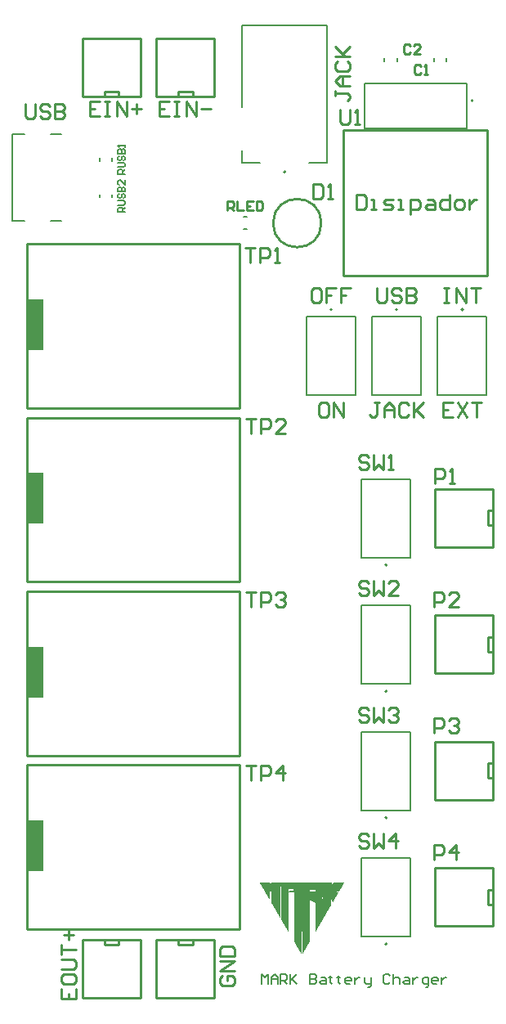
<source format=gbr>
G04*
G04 #@! TF.GenerationSoftware,Altium Limited,Altium Designer,24.2.2 (26)*
G04*
G04 Layer_Color=65535*
%FSLAX44Y44*%
%MOMM*%
G71*
G04*
G04 #@! TF.SameCoordinates,C1532DF8-A77D-479D-A07C-5EAB100E6B30*
G04*
G04*
G04 #@! TF.FilePolarity,Positive*
G04*
G01*
G75*
%ADD10C,0.2000*%
%ADD11C,0.2540*%
%ADD12C,0.1524*%
%ADD13C,0.1270*%
%ADD14C,0.1500*%
%ADD15R,1.6510X5.3340*%
G36*
X262287Y124376D02*
X262266D01*
Y124387D01*
X262287D01*
Y124376D01*
D02*
G37*
G36*
X296249Y124321D02*
X315772D01*
Y124311D01*
X315783D01*
Y124289D01*
X315772D01*
Y124267D01*
X315783D01*
Y124245D01*
X315794D01*
Y124224D01*
X315848D01*
Y124235D01*
X315859D01*
Y124245D01*
X315870D01*
Y124235D01*
X315881D01*
Y124169D01*
X315870D01*
Y124148D01*
X315859D01*
Y124061D01*
X315848D01*
Y123800D01*
X315859D01*
Y123778D01*
X315870D01*
Y123757D01*
X315881D01*
Y122985D01*
X315870D01*
Y122562D01*
X315859D01*
Y122963D01*
X315848D01*
Y123279D01*
X315837D01*
Y123192D01*
X315826D01*
Y123257D01*
X315815D01*
Y123344D01*
X315804D01*
Y123235D01*
X315794D01*
Y121660D01*
X315783D01*
Y121605D01*
X315794D01*
Y120693D01*
X315783D01*
Y113120D01*
X315772D01*
Y111317D01*
X315761D01*
Y111274D01*
X315750D01*
Y111915D01*
X315739D01*
Y112240D01*
X315728D01*
Y112045D01*
X315718D01*
Y110687D01*
X315707D01*
Y109785D01*
X315718D01*
Y109774D01*
X315707D01*
Y109677D01*
X315631D01*
Y109579D01*
X315620D01*
Y109568D01*
X315544D01*
Y109492D01*
X315468D01*
Y109427D01*
X315457D01*
Y109416D01*
X315424D01*
Y109427D01*
X315413D01*
Y109416D01*
X315392D01*
Y109405D01*
X315381D01*
Y109340D01*
X315359D01*
Y109351D01*
X315316D01*
Y109340D01*
X315229D01*
Y109329D01*
X315218D01*
Y109264D01*
X315142D01*
Y109253D01*
X315131D01*
Y109188D01*
X315120D01*
Y109177D01*
X315055D01*
Y109112D01*
X315044D01*
Y109101D01*
X314968D01*
Y109090D01*
X314957D01*
Y109068D01*
X314968D01*
Y109036D01*
X314903D01*
Y109025D01*
X314881D01*
Y109014D01*
X314859D01*
Y109025D01*
X314837D01*
Y109014D01*
X314816D01*
Y108949D01*
X314751D01*
Y108938D01*
X314729D01*
Y108894D01*
X314718D01*
Y108883D01*
X314729D01*
Y108851D01*
X314707D01*
Y108840D01*
X314664D01*
Y108775D01*
X314653D01*
Y108764D01*
X314588D01*
Y108753D01*
X314577D01*
Y108688D01*
X314479D01*
Y108677D01*
X314468D01*
Y108612D01*
X314436D01*
Y108623D01*
X314425D01*
Y108612D01*
X314392D01*
Y108601D01*
X314327D01*
Y108536D01*
X314316D01*
Y108525D01*
X314240D01*
Y108460D01*
X314175D01*
Y108449D01*
X314164D01*
Y108297D01*
X314153D01*
Y108275D01*
X314164D01*
Y108264D01*
X314186D01*
Y108253D01*
X314229D01*
Y108243D01*
X314240D01*
Y108221D01*
X314229D01*
Y108210D01*
X314240D01*
Y108188D01*
X314305D01*
Y108177D01*
X314327D01*
Y108112D01*
X314392D01*
Y108101D01*
X314414D01*
Y108090D01*
X314446D01*
Y108101D01*
X314468D01*
Y108036D01*
X314479D01*
Y108025D01*
X314577D01*
Y107960D01*
X314588D01*
Y107949D01*
X314642D01*
Y107938D01*
X314653D01*
Y107916D01*
X314642D01*
Y107884D01*
X314653D01*
Y107873D01*
X314707D01*
Y107862D01*
X314729D01*
Y107786D01*
X314751D01*
Y107775D01*
X314805D01*
Y107743D01*
X314816D01*
Y107732D01*
X314805D01*
Y107710D01*
X314816D01*
Y107699D01*
X314870D01*
Y107688D01*
X314892D01*
Y107667D01*
X314903D01*
Y107656D01*
X314892D01*
Y107623D01*
X314914D01*
Y107612D01*
X314946D01*
Y107623D01*
X314957D01*
Y107612D01*
X314979D01*
Y107601D01*
X314990D01*
Y107580D01*
X314979D01*
Y107547D01*
X315044D01*
Y107536D01*
X315055D01*
Y107525D01*
X315120D01*
Y107515D01*
X315131D01*
Y107504D01*
X315120D01*
Y107460D01*
X315142D01*
Y107449D01*
X315229D01*
Y107384D01*
X315240D01*
Y107373D01*
X315294D01*
Y107362D01*
X315305D01*
Y107341D01*
X315294D01*
Y107308D01*
X315305D01*
Y107297D01*
X315370D01*
Y107286D01*
X315381D01*
Y107221D01*
X315403D01*
Y107210D01*
X315468D01*
Y107145D01*
X315478D01*
Y107134D01*
X315620D01*
Y107058D01*
X315696D01*
Y107047D01*
X315707D01*
Y107037D01*
X315696D01*
Y106971D01*
X315707D01*
Y102604D01*
X315696D01*
Y100149D01*
X315685D01*
Y99964D01*
X315674D01*
Y100344D01*
X315663D01*
Y100942D01*
X315652D01*
Y100746D01*
X315641D01*
Y99964D01*
X315631D01*
Y99942D01*
X315641D01*
Y99899D01*
X315631D01*
Y97878D01*
X315641D01*
Y97661D01*
X315631D01*
Y91838D01*
X315620D01*
Y89111D01*
X315609D01*
Y88709D01*
X315598D01*
Y88926D01*
X315587D01*
Y89665D01*
X315576D01*
Y89621D01*
X315565D01*
Y88969D01*
X315555D01*
Y87427D01*
X315544D01*
Y87394D01*
X315555D01*
Y87275D01*
X315544D01*
Y86134D01*
X315533D01*
Y86123D01*
X315511D01*
Y86134D01*
X315478D01*
Y86112D01*
X315468D01*
Y86058D01*
X315478D01*
Y86036D01*
X315468D01*
Y85949D01*
X315403D01*
Y85938D01*
X315392D01*
Y85873D01*
X315381D01*
Y85862D01*
X315359D01*
Y85873D01*
X315316D01*
Y85862D01*
X315305D01*
Y85819D01*
X315316D01*
Y85721D01*
X315305D01*
Y85710D01*
X315272D01*
Y85721D01*
X315250D01*
Y85710D01*
X315240D01*
Y85656D01*
X315229D01*
Y85623D01*
X315218D01*
Y85580D01*
X315207D01*
Y85623D01*
X315142D01*
Y85558D01*
X315131D01*
Y85471D01*
X315120D01*
Y85384D01*
X315066D01*
Y85373D01*
X315055D01*
Y85319D01*
X315044D01*
Y85297D01*
X315011D01*
Y85308D01*
X314990D01*
Y85297D01*
X314979D01*
Y85199D01*
X314968D01*
Y85178D01*
X314979D01*
Y85156D01*
X314968D01*
Y85145D01*
X314903D01*
Y85124D01*
X314892D01*
Y85102D01*
X314903D01*
Y85091D01*
X314892D01*
Y84993D01*
X314881D01*
Y84982D01*
X314870D01*
Y84993D01*
X314827D01*
Y84982D01*
X314816D01*
Y84906D01*
X314805D01*
Y84895D01*
X314783D01*
Y84906D01*
X314751D01*
Y84895D01*
X314740D01*
Y84841D01*
X314751D01*
Y84797D01*
X314740D01*
Y84743D01*
X314729D01*
Y84732D01*
X314664D01*
Y84721D01*
X314653D01*
Y84667D01*
X314642D01*
Y84613D01*
X314631D01*
Y84591D01*
X314577D01*
Y84580D01*
X314566D01*
Y84428D01*
X314555D01*
Y84417D01*
X314512D01*
Y84428D01*
X314501D01*
Y84417D01*
X314490D01*
Y84406D01*
X314479D01*
Y84330D01*
X314468D01*
Y84265D01*
X314414D01*
Y84254D01*
X314403D01*
Y84189D01*
X314392D01*
Y84178D01*
X314381D01*
Y84167D01*
X314370D01*
Y84178D01*
X314338D01*
Y84167D01*
X314327D01*
Y84070D01*
X314316D01*
Y84015D01*
X314305D01*
Y84004D01*
X314294D01*
Y84015D01*
X314262D01*
Y84004D01*
X314251D01*
Y83983D01*
X314240D01*
Y83907D01*
X314229D01*
Y83852D01*
X314207D01*
Y83907D01*
X314186D01*
Y83896D01*
X314175D01*
Y83874D01*
X314186D01*
Y83863D01*
X314175D01*
Y83841D01*
X314164D01*
Y83755D01*
X314088D01*
Y83613D01*
X314077D01*
Y83603D01*
X314012D01*
Y83505D01*
X314001D01*
Y83450D01*
X314012D01*
Y83440D01*
X314001D01*
Y83429D01*
X313990D01*
Y83418D01*
X313979D01*
Y83429D01*
X313947D01*
Y83418D01*
X313936D01*
Y83385D01*
X313925D01*
Y83353D01*
X313860D01*
Y83364D01*
X313849D01*
Y83353D01*
X313838D01*
Y83342D01*
X313827D01*
Y83244D01*
X313816D01*
Y83222D01*
X313827D01*
Y83201D01*
X313816D01*
Y83190D01*
X313751D01*
Y83124D01*
X313740D01*
Y83103D01*
X313718D01*
Y83114D01*
X313686D01*
Y83103D01*
X313675D01*
Y83027D01*
X313664D01*
Y82951D01*
X313599D01*
Y82940D01*
X313588D01*
Y82864D01*
X313577D01*
Y82853D01*
X313566D01*
Y82864D01*
X313523D01*
Y82799D01*
X313512D01*
Y82701D01*
X313501D01*
Y82690D01*
X313436D01*
Y82538D01*
X313360D01*
Y82451D01*
X313349D01*
Y82386D01*
X313284D01*
Y82310D01*
X313273D01*
Y82201D01*
X313186D01*
Y82190D01*
X313175D01*
Y82125D01*
X313164D01*
Y82049D01*
X313110D01*
Y82038D01*
X313099D01*
Y81984D01*
X313088D01*
Y81951D01*
X313067D01*
Y81962D01*
X313034D01*
Y81951D01*
X313023D01*
Y81864D01*
X313012D01*
Y81799D01*
X313001D01*
Y81788D01*
X312991D01*
Y81799D01*
X312947D01*
Y81734D01*
X312936D01*
Y81658D01*
X312925D01*
Y81647D01*
X312904D01*
Y81658D01*
X312882D01*
Y81647D01*
X312871D01*
Y81636D01*
X312860D01*
Y81495D01*
X312849D01*
Y81484D01*
X312828D01*
Y81495D01*
X312795D01*
Y81484D01*
X312784D01*
Y81451D01*
X312773D01*
Y81386D01*
X312708D01*
Y81375D01*
X312697D01*
Y81332D01*
X312686D01*
Y81256D01*
X312676D01*
Y81234D01*
X312621D01*
Y81223D01*
X312610D01*
Y81158D01*
X312600D01*
Y81093D01*
X312589D01*
Y81082D01*
X312534D01*
Y81071D01*
X312523D01*
Y80995D01*
X312513D01*
Y80930D01*
X312491D01*
Y80973D01*
X312480D01*
Y80984D01*
X312458D01*
Y80919D01*
X312447D01*
Y80832D01*
X312437D01*
Y80810D01*
X312404D01*
Y80821D01*
X312382D01*
Y80810D01*
X312371D01*
Y80745D01*
X312360D01*
Y80680D01*
X312350D01*
Y80669D01*
X312339D01*
Y80680D01*
X312306D01*
Y80669D01*
X312295D01*
Y80647D01*
X312285D01*
Y80561D01*
X312274D01*
Y80517D01*
X312263D01*
Y80506D01*
X312252D01*
Y80517D01*
X312230D01*
Y80506D01*
X312219D01*
Y80495D01*
X312208D01*
Y80419D01*
X312197D01*
Y80408D01*
X312176D01*
Y80419D01*
X312143D01*
Y80408D01*
X312132D01*
Y80278D01*
X312122D01*
Y80256D01*
X312056D01*
Y80245D01*
X312045D01*
Y80180D01*
X312035D01*
Y80126D01*
X312024D01*
Y80115D01*
X312013D01*
Y80104D01*
X311959D01*
Y80039D01*
X311948D01*
Y80006D01*
X311959D01*
Y79974D01*
X311948D01*
Y79995D01*
X311882D01*
Y79941D01*
X311872D01*
Y79854D01*
X311861D01*
Y79833D01*
X311839D01*
Y79844D01*
X311806D01*
Y79822D01*
X311796D01*
Y79757D01*
X311785D01*
Y79691D01*
X311752D01*
Y79702D01*
X311741D01*
Y79691D01*
X311719D01*
Y79626D01*
X311709D01*
Y79517D01*
X311654D01*
Y79507D01*
X311644D01*
Y79496D01*
X311633D01*
Y79441D01*
X311622D01*
Y79431D01*
X311600D01*
Y79441D01*
X311578D01*
Y79431D01*
X311567D01*
Y79420D01*
X311557D01*
Y79278D01*
X311491D01*
Y79268D01*
X311481D01*
Y79192D01*
X311470D01*
Y79181D01*
X311448D01*
Y79192D01*
X311415D01*
Y79181D01*
X311394D01*
Y79170D01*
X311404D01*
Y79148D01*
X311426D01*
Y79137D01*
X311415D01*
Y79126D01*
X311404D01*
Y79040D01*
X311328D01*
Y79029D01*
X311318D01*
Y78898D01*
X311307D01*
Y78866D01*
X311252D01*
Y78877D01*
X311241D01*
Y78866D01*
X311231D01*
Y78855D01*
X311220D01*
Y78714D01*
X311209D01*
Y78703D01*
X311176D01*
Y78714D01*
X311165D01*
Y78703D01*
X311144D01*
Y78616D01*
X311133D01*
Y78551D01*
X311100D01*
Y78562D01*
X311089D01*
Y78551D01*
X311068D01*
Y78529D01*
X311057D01*
Y78464D01*
X311046D01*
Y78453D01*
X311035D01*
Y78464D01*
X310992D01*
Y78377D01*
X310981D01*
Y78301D01*
X310916D01*
Y78290D01*
X310905D01*
Y78225D01*
X310894D01*
Y78170D01*
X310883D01*
Y78159D01*
X310850D01*
Y78149D01*
X310829D01*
Y78116D01*
X310818D01*
Y78018D01*
X310796D01*
Y78040D01*
X310763D01*
Y78029D01*
X310753D01*
Y77997D01*
X310742D01*
Y77964D01*
X310731D01*
Y77888D01*
X310666D01*
Y77877D01*
X310655D01*
Y77823D01*
X310644D01*
Y77747D01*
X310579D01*
Y77725D01*
X310568D01*
Y77573D01*
X310557D01*
Y77562D01*
X310492D01*
Y77497D01*
X310481D01*
Y77475D01*
X310470D01*
Y77464D01*
X310459D01*
Y77475D01*
X310448D01*
Y77486D01*
X310438D01*
Y77475D01*
X310416D01*
Y77355D01*
X310405D01*
Y77323D01*
X310394D01*
Y77312D01*
X310372D01*
Y77323D01*
X310351D01*
Y77312D01*
X310340D01*
Y77258D01*
X310329D01*
Y77225D01*
X310318D01*
Y77171D01*
X310296D01*
Y77182D01*
X310275D01*
Y77171D01*
X310264D01*
Y77160D01*
X310253D01*
Y77084D01*
X310242D01*
Y77062D01*
X310231D01*
Y77073D01*
X310188D01*
Y77062D01*
X310177D01*
Y77008D01*
X310166D01*
Y76921D01*
X310155D01*
Y76910D01*
X310144D01*
Y76921D01*
X310112D01*
Y76910D01*
X310101D01*
Y76899D01*
X310090D01*
Y76834D01*
X310079D01*
Y76780D01*
X310068D01*
Y76769D01*
X310014D01*
Y76758D01*
X310003D01*
Y76660D01*
X309992D01*
Y76617D01*
X309981D01*
Y76606D01*
X309960D01*
Y76617D01*
X309927D01*
Y76595D01*
X309916D01*
Y76519D01*
X309905D01*
Y76508D01*
X309894D01*
Y76497D01*
X309883D01*
Y76508D01*
X309851D01*
Y76497D01*
X309840D01*
Y76367D01*
X309829D01*
Y76345D01*
X309764D01*
Y76258D01*
X309753D01*
Y76204D01*
X309742D01*
Y76193D01*
X309731D01*
Y76204D01*
X309699D01*
Y76193D01*
X309688D01*
Y76171D01*
X309677D01*
Y76095D01*
X309666D01*
Y76084D01*
X309645D01*
Y76095D01*
X309623D01*
Y76084D01*
X309612D01*
Y76041D01*
X309601D01*
Y75976D01*
X309590D01*
Y75943D01*
X309557D01*
Y75954D01*
X309547D01*
Y75943D01*
X309525D01*
Y75867D01*
X309514D01*
Y75791D01*
X309449D01*
Y75780D01*
X309438D01*
Y75683D01*
X309384D01*
Y75672D01*
X309373D01*
Y75639D01*
X309362D01*
Y75606D01*
X309329D01*
Y75617D01*
X309275D01*
Y75585D01*
X309264D01*
Y75563D01*
X309275D01*
Y75530D01*
X309264D01*
Y75454D01*
X309253D01*
Y75433D01*
X309232D01*
Y75444D01*
X309199D01*
Y75367D01*
X309188D01*
Y75291D01*
X309177D01*
Y75215D01*
X309145D01*
Y75226D01*
X309134D01*
Y75215D01*
X309112D01*
Y75161D01*
X309101D01*
Y75128D01*
X309036D01*
Y75041D01*
X309025D01*
Y74965D01*
X308960D01*
Y74955D01*
X308949D01*
Y74813D01*
X308938D01*
Y74802D01*
X308917D01*
Y74813D01*
X308884D01*
Y74802D01*
X308873D01*
Y74705D01*
X308862D01*
Y74672D01*
X308873D01*
Y74650D01*
X308862D01*
Y74640D01*
X308797D01*
Y74563D01*
X308786D01*
Y74553D01*
X308710D01*
Y74542D01*
X308699D01*
Y74487D01*
X308710D01*
Y74477D01*
X308721D01*
Y74411D01*
X308710D01*
Y74401D01*
X308699D01*
Y74390D01*
X308688D01*
Y74401D01*
X308623D01*
Y74390D01*
X308612D01*
Y74227D01*
X308601D01*
Y74216D01*
X308569D01*
Y74227D01*
X308558D01*
Y74216D01*
X308536D01*
Y74162D01*
X308525D01*
Y74140D01*
X308515D01*
Y74129D01*
X308504D01*
Y74140D01*
X308471D01*
Y74129D01*
X308460D01*
Y74085D01*
X308471D01*
Y74075D01*
X308460D01*
Y74031D01*
X308449D01*
Y73988D01*
X308384D01*
Y73977D01*
X308373D01*
Y73846D01*
X308363D01*
Y73836D01*
X308341D01*
Y73846D01*
X308319D01*
Y73836D01*
X308297D01*
Y73770D01*
X308286D01*
Y73749D01*
X308276D01*
Y73738D01*
X308254D01*
Y73727D01*
X308232D01*
Y73673D01*
X308221D01*
Y73607D01*
X308210D01*
Y73575D01*
X308189D01*
Y73586D01*
X308167D01*
Y73575D01*
X308134D01*
Y73564D01*
X308123D01*
Y73531D01*
X308134D01*
Y73423D01*
X308123D01*
Y73412D01*
X308047D01*
Y73390D01*
X308036D01*
Y73281D01*
X308026D01*
Y73271D01*
X307971D01*
Y73260D01*
X307960D01*
Y73184D01*
X307950D01*
Y73162D01*
X307895D01*
Y73097D01*
X307884D01*
Y73010D01*
X307874D01*
Y72988D01*
X307852D01*
Y72999D01*
X307819D01*
Y72988D01*
X307808D01*
Y72934D01*
X307798D01*
Y72847D01*
X307787D01*
Y72836D01*
X307678D01*
Y72847D01*
X307645D01*
Y72858D01*
X307656D01*
Y72869D01*
X307667D01*
Y72912D01*
X307656D01*
Y73010D01*
X307645D01*
Y73303D01*
X307656D01*
Y73347D01*
X307645D01*
Y73542D01*
X307656D01*
Y73705D01*
X307645D01*
Y73803D01*
X307656D01*
Y74031D01*
X307645D01*
Y74075D01*
X307656D01*
Y74292D01*
X307645D01*
Y75878D01*
X307656D01*
Y76399D01*
X307645D01*
Y77497D01*
X307656D01*
Y78790D01*
X307645D01*
Y78844D01*
X307656D01*
Y103310D01*
X307645D01*
Y103321D01*
X307580D01*
Y103332D01*
X307569D01*
Y103386D01*
X307504D01*
Y103408D01*
X307493D01*
Y103473D01*
X307330D01*
Y103484D01*
X307287D01*
Y103495D01*
X307309D01*
Y103506D01*
X307320D01*
Y103517D01*
X307330D01*
Y103527D01*
X307320D01*
Y103538D01*
X307287D01*
Y103549D01*
X307102D01*
Y103560D01*
X307091D01*
Y103625D01*
X307070D01*
Y103636D01*
X306939D01*
Y103712D01*
X306928D01*
Y103723D01*
X306842D01*
Y103712D01*
X306765D01*
Y103777D01*
X306776D01*
Y103788D01*
X306765D01*
Y103810D01*
X306689D01*
Y103821D01*
X306668D01*
Y103842D01*
X306679D01*
Y103875D01*
X306592D01*
Y103886D01*
X306537D01*
Y103897D01*
X306439D01*
Y103929D01*
X306461D01*
Y103919D01*
X306505D01*
Y103929D01*
X306516D01*
Y103951D01*
X306450D01*
Y103940D01*
X306439D01*
Y103951D01*
X306429D01*
Y103962D01*
X306407D01*
Y103973D01*
X306353D01*
Y104005D01*
X306364D01*
Y104027D01*
X306353D01*
Y104038D01*
X306266D01*
Y104049D01*
X306201D01*
Y104060D01*
X306190D01*
Y104071D01*
X306201D01*
Y104114D01*
X306190D01*
Y104125D01*
X306048D01*
Y104136D01*
X306038D01*
Y104157D01*
X306048D01*
Y104190D01*
X306038D01*
Y104201D01*
X305896D01*
Y104212D01*
X305875D01*
Y104244D01*
X305885D01*
Y104255D01*
X305875D01*
Y104277D01*
X305864D01*
Y104288D01*
X305733D01*
Y104299D01*
X305723D01*
Y104310D01*
X305744D01*
Y104320D01*
X305755D01*
Y104364D01*
X305723D01*
Y104375D01*
X305603D01*
Y104364D01*
X305592D01*
Y104375D01*
X305581D01*
Y104386D01*
X305592D01*
Y104396D01*
X305603D01*
Y104429D01*
X305614D01*
Y104440D01*
X305603D01*
Y104451D01*
X305560D01*
Y104462D01*
X305473D01*
Y104473D01*
X305462D01*
Y104527D01*
X305451D01*
Y104538D01*
X305342D01*
Y104549D01*
X305299D01*
Y104603D01*
X305288D01*
Y104614D01*
X305223D01*
Y104625D01*
X305147D01*
Y104636D01*
X305136D01*
Y104646D01*
X305147D01*
Y104690D01*
X305114D01*
Y104701D01*
X304984D01*
Y104712D01*
X304973D01*
Y104733D01*
X304984D01*
Y104766D01*
X304973D01*
Y104777D01*
X304853D01*
Y104788D01*
X304821D01*
Y104809D01*
X304832D01*
Y104820D01*
X304842D01*
Y104831D01*
X304832D01*
Y104842D01*
X304821D01*
Y104853D01*
X304810D01*
Y104864D01*
X304669D01*
Y104885D01*
X304680D01*
Y104896D01*
X304690D01*
Y104907D01*
X304680D01*
Y104918D01*
X304669D01*
Y104929D01*
X304658D01*
Y104940D01*
X304571D01*
Y104951D01*
X304549D01*
Y105016D01*
X304538D01*
Y105027D01*
X304451D01*
Y105037D01*
X304397D01*
Y105103D01*
X304375D01*
Y105114D01*
X304277D01*
Y105125D01*
X304245D01*
Y105135D01*
X304234D01*
Y105146D01*
X304245D01*
Y105179D01*
X304234D01*
Y105190D01*
X304136D01*
Y105201D01*
X304082D01*
Y105266D01*
X303984D01*
Y105276D01*
X303930D01*
Y105287D01*
X303919D01*
Y105298D01*
X303930D01*
Y105309D01*
X303941D01*
Y105331D01*
X303930D01*
Y105342D01*
X303897D01*
Y105353D01*
X303767D01*
Y105364D01*
X303756D01*
Y105374D01*
X303767D01*
Y105385D01*
X303778D01*
Y105407D01*
X303767D01*
Y105418D01*
X303745D01*
Y105429D01*
X303658D01*
Y105440D01*
X303604D01*
Y105450D01*
X303615D01*
Y105461D01*
X303626D01*
Y105450D01*
X303637D01*
Y105461D01*
X303647D01*
Y105494D01*
X303604D01*
Y105505D01*
X303571D01*
Y105516D01*
X303495D01*
Y105537D01*
X303506D01*
Y105570D01*
X303495D01*
Y105581D01*
X303484D01*
Y105592D01*
X303474D01*
Y105581D01*
X303365D01*
Y105592D01*
X303321D01*
Y105613D01*
X303332D01*
Y105668D01*
X303311D01*
Y105679D01*
X303213D01*
Y105689D01*
X303180D01*
Y105733D01*
X303191D01*
Y105744D01*
X303180D01*
Y105755D01*
X303169D01*
Y105765D01*
X303028D01*
Y105776D01*
X303006D01*
Y105798D01*
X303017D01*
Y105831D01*
X303006D01*
Y105842D01*
X302920D01*
Y105852D01*
X302865D01*
Y105918D01*
X302757D01*
Y105928D01*
X302702D01*
Y105961D01*
X302713D01*
Y105983D01*
X302702D01*
Y105994D01*
X302691D01*
Y106004D01*
X302594D01*
Y106015D01*
X302561D01*
Y106026D01*
X302572D01*
Y106037D01*
X302594D01*
Y106059D01*
X302583D01*
Y106070D01*
X302528D01*
Y106081D01*
X302431D01*
Y106091D01*
X302409D01*
Y106102D01*
X302420D01*
Y106113D01*
X302431D01*
Y106146D01*
X302409D01*
Y106157D01*
X302398D01*
Y106146D01*
X302387D01*
Y106157D01*
X302355D01*
Y106167D01*
X302278D01*
Y106243D01*
X302137D01*
Y106254D01*
X302105D01*
Y106243D01*
X302094D01*
Y106059D01*
X302105D01*
Y105787D01*
X302116D01*
Y105689D01*
X302105D01*
Y104396D01*
X302116D01*
Y103723D01*
X302126D01*
Y104125D01*
X302137D01*
Y104147D01*
X302126D01*
Y104386D01*
X302137D01*
Y105092D01*
X302148D01*
Y103788D01*
X302159D01*
Y105700D01*
X302148D01*
Y105298D01*
X302137D01*
Y105700D01*
X302126D01*
Y105776D01*
X302137D01*
Y105809D01*
X302148D01*
Y105776D01*
X302159D01*
Y105994D01*
X302170D01*
Y106015D01*
X302181D01*
Y105983D01*
X302192D01*
Y105961D01*
X302181D01*
Y105939D01*
X302192D01*
Y105852D01*
X302181D01*
Y105831D01*
X302192D01*
Y101061D01*
X302181D01*
Y100833D01*
X302170D01*
Y101029D01*
X302159D01*
Y101170D01*
X302148D01*
Y101083D01*
X302137D01*
Y101137D01*
X302126D01*
Y101246D01*
X302116D01*
Y101126D01*
X302105D01*
Y100225D01*
X302116D01*
Y100127D01*
X302126D01*
Y100214D01*
X302137D01*
Y100246D01*
X302148D01*
Y100214D01*
X302159D01*
Y100268D01*
X302170D01*
Y100670D01*
X302181D01*
Y100268D01*
X302192D01*
Y85449D01*
X302181D01*
Y85438D01*
X302192D01*
Y85330D01*
X302181D01*
Y85308D01*
X302192D01*
Y84863D01*
X302181D01*
Y83928D01*
X302192D01*
Y83548D01*
X302202D01*
Y82625D01*
X302192D01*
Y82364D01*
X302181D01*
Y81734D01*
X302192D01*
Y81571D01*
X302202D01*
Y81028D01*
X302192D01*
Y80952D01*
X302202D01*
Y80658D01*
X302192D01*
Y79246D01*
X302181D01*
Y75074D01*
X302192D01*
Y74868D01*
X302202D01*
Y74672D01*
X302192D01*
Y74509D01*
X302181D01*
Y67719D01*
X302192D01*
Y67654D01*
X302181D01*
Y67154D01*
X302192D01*
Y66459D01*
X302181D01*
Y66111D01*
X302192D01*
Y65720D01*
X302181D01*
Y65709D01*
X302192D01*
Y65427D01*
X302181D01*
Y65253D01*
X302192D01*
Y65079D01*
X302202D01*
Y64786D01*
X302192D01*
Y64677D01*
X302202D01*
Y64449D01*
X302192D01*
Y64340D01*
X302181D01*
Y64079D01*
X302192D01*
Y63754D01*
X302202D01*
Y63428D01*
X302192D01*
Y63297D01*
X302105D01*
Y63286D01*
X302094D01*
Y63243D01*
X302083D01*
Y63221D01*
X302061D01*
Y63232D01*
X302029D01*
Y63210D01*
X302018D01*
Y63167D01*
X302029D01*
Y63145D01*
X302018D01*
Y63080D01*
X302007D01*
Y63058D01*
X301974D01*
Y63069D01*
X301953D01*
Y63058D01*
X301942D01*
Y62982D01*
X301931D01*
Y62906D01*
X301866D01*
Y62895D01*
X301855D01*
Y62819D01*
X301790D01*
Y62797D01*
X301779D01*
Y62787D01*
X301790D01*
Y62743D01*
X301779D01*
Y62667D01*
X301768D01*
Y62656D01*
X301757D01*
Y62667D01*
X301714D01*
Y62656D01*
X301703D01*
Y62558D01*
X301692D01*
Y62515D01*
X301670D01*
Y62526D01*
X301637D01*
Y62515D01*
X301627D01*
Y62493D01*
X301616D01*
Y62330D01*
X301583D01*
Y62341D01*
X301572D01*
Y62330D01*
X301551D01*
Y62298D01*
X301540D01*
Y62254D01*
X301529D01*
Y62243D01*
X301518D01*
Y62254D01*
X301453D01*
Y62233D01*
X301442D01*
Y62200D01*
X301453D01*
Y62189D01*
X301442D01*
Y62102D01*
X301431D01*
Y62091D01*
X301366D01*
Y61994D01*
X301355D01*
Y61928D01*
X301333D01*
Y61939D01*
X301322D01*
Y61950D01*
X301312D01*
Y61939D01*
X301301D01*
Y61928D01*
X301290D01*
Y61863D01*
X301279D01*
Y61842D01*
X301268D01*
Y61831D01*
X301257D01*
Y61842D01*
X301214D01*
Y61765D01*
X301203D01*
Y61679D01*
X301138D01*
Y61668D01*
X301127D01*
Y61537D01*
X301116D01*
Y61526D01*
X301062D01*
Y61515D01*
X301051D01*
Y61439D01*
X301040D01*
Y61374D01*
X301007D01*
Y61385D01*
X300997D01*
Y61374D01*
X300975D01*
Y61342D01*
X300964D01*
Y61276D01*
X300877D01*
Y61135D01*
X300866D01*
Y61114D01*
X300855D01*
Y61103D01*
X300834D01*
Y61114D01*
X300812D01*
Y61103D01*
X300801D01*
Y61092D01*
X300790D01*
Y61016D01*
X300779D01*
Y60961D01*
X300758D01*
Y60972D01*
X300747D01*
Y60994D01*
X300736D01*
Y60972D01*
X300725D01*
Y60951D01*
X300714D01*
Y60875D01*
X300703D01*
Y60864D01*
X300638D01*
Y60766D01*
X300627D01*
Y60712D01*
X300616D01*
Y60701D01*
X300605D01*
Y60712D01*
X300562D01*
Y60679D01*
X300551D01*
Y60549D01*
X300540D01*
Y60538D01*
X300529D01*
Y60549D01*
X300518D01*
Y60560D01*
X300497D01*
Y60549D01*
X300486D01*
Y60527D01*
X300475D01*
Y60440D01*
X300464D01*
Y60386D01*
X300410D01*
Y60375D01*
X300399D01*
Y60310D01*
X300388D01*
Y60299D01*
X300323D01*
Y60288D01*
X300312D01*
Y60234D01*
X300323D01*
Y60147D01*
X300312D01*
Y60136D01*
X300236D01*
Y60125D01*
X300225D01*
Y60060D01*
X300236D01*
Y59962D01*
X300149D01*
Y59951D01*
X300138D01*
Y59897D01*
X300127D01*
Y59875D01*
X300106D01*
Y59886D01*
X300073D01*
Y59875D01*
X300062D01*
Y59777D01*
X300051D01*
Y59723D01*
X299986D01*
Y59647D01*
X299975D01*
Y59593D01*
X299964D01*
Y59582D01*
X299943D01*
Y59625D01*
X299921D01*
Y59582D01*
X299910D01*
Y59549D01*
X299899D01*
Y59473D01*
X299888D01*
Y59419D01*
X299867D01*
Y59440D01*
X299877D01*
Y59462D01*
X299867D01*
Y59473D01*
X299834D01*
Y59440D01*
X299845D01*
Y59430D01*
X299834D01*
Y59408D01*
X299823D01*
Y59332D01*
X299812D01*
Y59321D01*
X299747D01*
Y59245D01*
X299736D01*
Y59180D01*
X299747D01*
Y59158D01*
X299736D01*
Y59147D01*
X299671D01*
Y59071D01*
X299660D01*
Y58995D01*
X299639D01*
Y59006D01*
X299584D01*
Y58995D01*
X299573D01*
Y58919D01*
X299562D01*
Y58908D01*
X299497D01*
Y58886D01*
X299486D01*
Y58865D01*
X299497D01*
Y58854D01*
X299486D01*
Y58767D01*
X299476D01*
Y58756D01*
X299465D01*
Y58745D01*
X299454D01*
Y58756D01*
X299421D01*
Y58745D01*
X299410D01*
Y58669D01*
X299400D01*
Y58626D01*
X299389D01*
Y58615D01*
X299378D01*
Y58636D01*
X299367D01*
Y58647D01*
X299345D01*
Y58615D01*
X299334D01*
Y58517D01*
X299324D01*
Y58484D01*
X299313D01*
Y58463D01*
X299302D01*
Y58484D01*
X299258D01*
Y58430D01*
X299247D01*
Y58343D01*
X299182D01*
Y58332D01*
X299171D01*
Y58256D01*
X299160D01*
Y58191D01*
X299106D01*
Y58180D01*
X299095D01*
Y58158D01*
X299084D01*
Y58137D01*
X299095D01*
Y58126D01*
X299084D01*
Y58093D01*
X299030D01*
Y58082D01*
X299019D01*
Y58050D01*
X299008D01*
Y58017D01*
X298997D01*
Y57941D01*
X298987D01*
Y57930D01*
X298932D01*
Y57920D01*
X298922D01*
Y57865D01*
X298911D01*
Y57789D01*
X298900D01*
Y57778D01*
X298846D01*
Y57767D01*
X298835D01*
Y57681D01*
X298824D01*
Y57626D01*
X298813D01*
Y57615D01*
X298802D01*
Y57670D01*
X298769D01*
Y57615D01*
X298759D01*
Y57528D01*
X298748D01*
Y57517D01*
X298682D01*
Y57452D01*
X298672D01*
Y57387D01*
X298661D01*
Y57376D01*
X298617D01*
Y57365D01*
X298606D01*
Y57344D01*
X298596D01*
Y57268D01*
X298585D01*
Y57213D01*
X298596D01*
Y57203D01*
X298585D01*
Y57192D01*
X298530D01*
Y57181D01*
X298519D01*
Y57116D01*
X298509D01*
Y57105D01*
X298487D01*
Y57116D01*
X298454D01*
Y57105D01*
X298444D01*
Y56964D01*
X298433D01*
Y56953D01*
X298367D01*
Y56877D01*
X298357D01*
Y56779D01*
X298291D01*
Y56735D01*
X298281D01*
Y56703D01*
X298248D01*
Y56714D01*
X298237D01*
Y56703D01*
X298226D01*
Y56714D01*
X298194D01*
Y56692D01*
X298183D01*
Y56561D01*
X298172D01*
Y56540D01*
X298150D01*
Y56551D01*
X298118D01*
Y56540D01*
X298107D01*
Y56475D01*
X298096D01*
Y56388D01*
X298041D01*
Y56377D01*
X298031D01*
Y56312D01*
X298020D01*
Y56235D01*
X297955D01*
Y56225D01*
X297944D01*
Y56138D01*
X297878D01*
Y56127D01*
X297868D01*
Y56105D01*
X297878D01*
Y56083D01*
X297868D01*
Y55996D01*
X297857D01*
Y55975D01*
X297835D01*
Y55986D01*
X297803D01*
Y55975D01*
X297792D01*
Y55877D01*
X297781D01*
Y55823D01*
X297716D01*
Y55812D01*
X297705D01*
Y55725D01*
X297629D01*
Y55714D01*
X297618D01*
Y55595D01*
X297607D01*
Y55573D01*
X297542D01*
Y55562D01*
X297531D01*
Y55475D01*
X297520D01*
Y55421D01*
X297487D01*
Y55432D01*
X297477D01*
Y55421D01*
X297466D01*
Y55410D01*
X297455D01*
Y55323D01*
X297444D01*
Y55290D01*
X297433D01*
Y55269D01*
X297444D01*
Y55247D01*
X297411D01*
Y55269D01*
X297422D01*
Y55301D01*
X297411D01*
Y55312D01*
X297390D01*
Y55290D01*
X297379D01*
Y55279D01*
X297390D01*
Y55258D01*
X297400D01*
Y55247D01*
X297379D01*
Y55214D01*
X297368D01*
Y55193D01*
X297379D01*
Y55171D01*
X297368D01*
Y55160D01*
X297303D01*
Y55138D01*
X297292D01*
Y55073D01*
X297227D01*
Y54997D01*
X297216D01*
Y54921D01*
X297140D01*
Y54910D01*
X297129D01*
Y54878D01*
X297140D01*
Y54780D01*
X297129D01*
Y54758D01*
X297053D01*
Y54628D01*
X297042D01*
Y54595D01*
X296977D01*
Y54584D01*
X296966D01*
Y54476D01*
X296955D01*
Y54443D01*
X296944D01*
Y54432D01*
X296922D01*
Y54443D01*
X296901D01*
Y54432D01*
X296890D01*
Y54421D01*
X296879D01*
Y54324D01*
X296868D01*
Y54313D01*
X296879D01*
Y54280D01*
X296868D01*
Y54269D01*
X296846D01*
Y54280D01*
X296814D01*
Y54269D01*
X296803D01*
Y54193D01*
X296792D01*
Y54182D01*
X296727D01*
Y54106D01*
X296716D01*
Y54030D01*
X296705D01*
Y54019D01*
X296684D01*
Y54030D01*
X296662D01*
Y54019D01*
X296651D01*
Y53998D01*
X296640D01*
Y53921D01*
X296629D01*
Y53867D01*
X296575D01*
Y53856D01*
X296564D01*
Y53780D01*
X296553D01*
Y53759D01*
X296542D01*
Y53769D01*
X296499D01*
Y53759D01*
X296488D01*
Y53704D01*
X296477D01*
Y53617D01*
X296412D01*
Y53606D01*
X296401D01*
Y53552D01*
X296390D01*
Y53520D01*
X296379D01*
Y53476D01*
X296368D01*
Y53465D01*
X296325D01*
Y53454D01*
X296314D01*
Y53367D01*
X296303D01*
Y53313D01*
X296314D01*
Y53291D01*
X296303D01*
Y53281D01*
X296227D01*
Y53204D01*
X296206D01*
Y53194D01*
X296195D01*
Y53204D01*
X296162D01*
Y53194D01*
X296151D01*
Y53117D01*
X296140D01*
Y53052D01*
X296075D01*
Y52987D01*
X296064D01*
Y52965D01*
X296053D01*
Y52955D01*
X296042D01*
Y52965D01*
X295999D01*
Y52944D01*
X295988D01*
Y52933D01*
X295999D01*
Y52889D01*
X295988D01*
Y52803D01*
X295923D01*
Y52792D01*
X295912D01*
Y52650D01*
X295901D01*
Y52639D01*
X295869D01*
Y52650D01*
X295858D01*
Y52639D01*
X295836D01*
Y52553D01*
X295825D01*
Y52498D01*
X295836D01*
Y52487D01*
X295825D01*
Y52477D01*
X295760D01*
Y52400D01*
X295749D01*
Y52379D01*
X295727D01*
Y52390D01*
X295673D01*
Y52379D01*
X295662D01*
Y52325D01*
X295673D01*
Y52314D01*
X295684D01*
Y52259D01*
X295673D01*
Y52227D01*
X295641D01*
Y52238D01*
X295630D01*
Y52227D01*
X295619D01*
Y52238D01*
X295586D01*
Y52216D01*
X295575D01*
Y52085D01*
X295564D01*
Y52064D01*
X295543D01*
Y52075D01*
X295510D01*
Y52064D01*
X295499D01*
Y51966D01*
X295488D01*
Y51922D01*
X295499D01*
Y51912D01*
X295488D01*
Y51901D01*
X295423D01*
Y51868D01*
X295412D01*
Y51814D01*
X295380D01*
Y51825D01*
X295358D01*
Y51814D01*
X295347D01*
Y51738D01*
X295336D01*
Y51662D01*
X295260D01*
Y51510D01*
X295249D01*
Y51499D01*
X295195D01*
Y51477D01*
X295184D01*
Y51401D01*
X295173D01*
Y51379D01*
X295152D01*
Y51390D01*
X295141D01*
Y51401D01*
X295130D01*
Y51390D01*
X295108D01*
Y51357D01*
X295130D01*
Y51347D01*
X295141D01*
Y51357D01*
X295152D01*
Y51368D01*
X295173D01*
Y51336D01*
X295108D01*
Y51249D01*
X295086D01*
Y51238D01*
X295076D01*
Y51249D01*
X295043D01*
Y51238D01*
X295032D01*
Y51173D01*
X295021D01*
Y51097D01*
X294934D01*
Y51086D01*
X294923D01*
Y51010D01*
X294913D01*
Y50988D01*
X294902D01*
Y50977D01*
X294913D01*
Y50912D01*
X294891D01*
Y50923D01*
X294880D01*
Y50934D01*
X294891D01*
Y50999D01*
X294858D01*
Y50934D01*
X294869D01*
Y50923D01*
X294858D01*
Y50912D01*
X294847D01*
Y50858D01*
X294837D01*
Y50847D01*
X294826D01*
Y50836D01*
X294815D01*
Y50847D01*
X294782D01*
Y50836D01*
X294771D01*
Y50738D01*
X294760D01*
Y50684D01*
X294728D01*
Y50695D01*
X294706D01*
Y50684D01*
X294695D01*
Y50662D01*
X294685D01*
Y50532D01*
X294674D01*
Y50521D01*
X294652D01*
Y50532D01*
X294619D01*
Y50521D01*
X294608D01*
Y50423D01*
X294597D01*
Y50380D01*
X294576D01*
Y50412D01*
X294543D01*
Y50380D01*
X294532D01*
Y50369D01*
X294522D01*
Y50336D01*
X294511D01*
Y50282D01*
X294445D01*
Y50271D01*
X294435D01*
Y50206D01*
X294424D01*
Y50173D01*
X294413D01*
Y50141D01*
X294369D01*
Y50130D01*
X294359D01*
Y50054D01*
X294348D01*
Y50021D01*
X294359D01*
Y50010D01*
X294369D01*
Y49978D01*
X294359D01*
Y49967D01*
X294348D01*
Y49978D01*
X294337D01*
Y49999D01*
X294326D01*
Y49989D01*
X294315D01*
Y49999D01*
X294304D01*
Y50010D01*
X294293D01*
Y49999D01*
X294282D01*
Y49956D01*
X294272D01*
Y49880D01*
X294261D01*
Y49858D01*
X294239D01*
Y49869D01*
X294206D01*
Y49858D01*
X294185D01*
Y49804D01*
X294174D01*
Y49793D01*
X294163D01*
Y49771D01*
X294152D01*
Y49739D01*
X294163D01*
Y49717D01*
X294109D01*
Y49750D01*
X294119D01*
Y49760D01*
X294109D01*
Y49782D01*
X294098D01*
Y49804D01*
X294087D01*
Y49847D01*
X294076D01*
Y49891D01*
X294065D01*
Y49978D01*
X294076D01*
Y50076D01*
X294087D01*
Y50554D01*
X294076D01*
Y50651D01*
X294087D01*
Y73781D01*
X294076D01*
Y73879D01*
X294065D01*
Y73955D01*
X294054D01*
Y74009D01*
X294044D01*
Y74324D01*
X294054D01*
Y74618D01*
X294044D01*
Y74661D01*
X294054D01*
Y74715D01*
X294044D01*
Y97791D01*
Y97802D01*
Y124235D01*
X294033D01*
Y124321D01*
X294261D01*
Y124332D01*
X295260D01*
Y124321D01*
X296151D01*
Y124332D01*
X296249D01*
Y124321D01*
D02*
G37*
G36*
X293870D02*
X293881D01*
Y121182D01*
X293891D01*
Y121117D01*
X293881D01*
Y113023D01*
X293891D01*
Y112729D01*
X293881D01*
Y112382D01*
X293891D01*
Y111839D01*
X293881D01*
Y100811D01*
X293891D01*
Y100246D01*
X293881D01*
Y100094D01*
X293891D01*
Y99866D01*
X293881D01*
Y99736D01*
X293891D01*
Y99377D01*
X293881D01*
Y98606D01*
X293891D01*
Y98562D01*
X293881D01*
Y98432D01*
X293891D01*
Y97911D01*
X293881D01*
Y97704D01*
X293891D01*
Y97672D01*
X293881D01*
Y97454D01*
X293891D01*
Y97346D01*
X293881D01*
Y96564D01*
X293891D01*
Y96455D01*
X293881D01*
Y96227D01*
X293891D01*
Y95879D01*
X293881D01*
Y95662D01*
X293891D01*
Y95553D01*
X293881D01*
Y86699D01*
X293891D01*
Y86427D01*
X293881D01*
Y86297D01*
X293891D01*
Y86253D01*
X293881D01*
Y86134D01*
X293891D01*
Y85906D01*
X293881D01*
Y85819D01*
X293891D01*
Y85525D01*
X293881D01*
Y85406D01*
X293891D01*
Y83657D01*
X293881D01*
Y83526D01*
X293891D01*
Y82744D01*
X293881D01*
Y82646D01*
X293891D01*
Y82092D01*
X293881D01*
Y81908D01*
X293891D01*
Y81039D01*
X293881D01*
Y80930D01*
X293891D01*
Y80224D01*
X293881D01*
Y80039D01*
X293891D01*
Y79974D01*
X293881D01*
Y76584D01*
X293870D01*
Y76562D01*
X293881D01*
Y76465D01*
X293870D01*
Y74531D01*
X293859D01*
Y74368D01*
X293870D01*
Y74237D01*
X293881D01*
Y74020D01*
X293870D01*
Y73966D01*
X293859D01*
Y73857D01*
X293848D01*
Y50782D01*
X293859D01*
Y50423D01*
X293848D01*
Y50152D01*
X293859D01*
Y49793D01*
X293848D01*
Y49782D01*
X293826D01*
Y49771D01*
X293815D01*
Y49717D01*
X293804D01*
Y49706D01*
X293772D01*
Y49717D01*
X293761D01*
Y49728D01*
X293750D01*
Y49739D01*
X293761D01*
Y49771D01*
X293739D01*
Y49782D01*
X293728D01*
Y49793D01*
X293717D01*
Y49804D01*
X293707D01*
Y49815D01*
X293696D01*
Y49804D01*
X293652D01*
Y49793D01*
X293641D01*
Y49804D01*
X293631D01*
Y49858D01*
X293641D01*
Y49945D01*
X293587D01*
Y49956D01*
X293576D01*
Y49967D01*
X293566D01*
Y50054D01*
X293555D01*
Y50097D01*
X293544D01*
Y50108D01*
X293489D01*
Y50119D01*
X293479D01*
Y50206D01*
X293468D01*
Y50217D01*
X293457D01*
Y50228D01*
X293446D01*
Y50238D01*
X293435D01*
Y50249D01*
X293424D01*
Y50260D01*
X293413D01*
Y50271D01*
X293403D01*
Y50336D01*
X293392D01*
Y50358D01*
X293381D01*
Y50369D01*
X293337D01*
Y50380D01*
X293326D01*
Y50434D01*
X293316D01*
Y50510D01*
X293305D01*
Y50521D01*
X293239D01*
Y50586D01*
X293229D01*
Y50651D01*
X293218D01*
Y50662D01*
X293207D01*
Y50673D01*
X293196D01*
Y50662D01*
X293185D01*
Y50651D01*
X293174D01*
Y50662D01*
X293164D01*
Y50684D01*
X293153D01*
Y50771D01*
X293142D01*
Y50782D01*
X293109D01*
Y50771D01*
X293087D01*
Y50803D01*
X293077D01*
Y50923D01*
X293066D01*
Y50934D01*
X292990D01*
Y51075D01*
X292979D01*
Y51086D01*
X292914D01*
Y51162D01*
X292903D01*
Y51184D01*
X292892D01*
Y51195D01*
X292870D01*
Y51205D01*
X292848D01*
Y51195D01*
X292838D01*
Y51205D01*
X292827D01*
Y51271D01*
X292816D01*
Y51347D01*
X292794D01*
Y51357D01*
X292761D01*
Y51390D01*
X292751D01*
Y51423D01*
X292740D01*
Y51488D01*
X292729D01*
Y51499D01*
X292675D01*
Y51510D01*
X292664D01*
Y51586D01*
X292653D01*
Y51640D01*
X292642D01*
Y51651D01*
X292609D01*
Y51640D01*
X292598D01*
Y51651D01*
X292588D01*
Y51684D01*
X292577D01*
Y51749D01*
X292566D01*
Y51760D01*
X292533D01*
Y51749D01*
X292523D01*
Y51760D01*
X292512D01*
Y51825D01*
X292501D01*
Y51901D01*
X292490D01*
Y51912D01*
X292436D01*
Y51955D01*
X292425D01*
Y52031D01*
X292414D01*
Y52064D01*
X292381D01*
Y52053D01*
X292370D01*
Y52064D01*
X292349D01*
Y52140D01*
X292338D01*
Y52172D01*
X292327D01*
Y52183D01*
X292316D01*
Y52194D01*
X292305D01*
Y52183D01*
X292294D01*
Y52205D01*
X292283D01*
Y52227D01*
X292273D01*
Y52238D01*
X292262D01*
Y52303D01*
X292251D01*
Y52314D01*
X292240D01*
Y52325D01*
X292197D01*
Y52335D01*
X292186D01*
Y52390D01*
X292175D01*
Y52455D01*
X292164D01*
Y52466D01*
X292153D01*
Y52477D01*
X292120D01*
Y52487D01*
X292110D01*
Y52498D01*
X292099D01*
Y52553D01*
X292088D01*
Y52596D01*
X292077D01*
Y52618D01*
X292066D01*
Y52629D01*
X292034D01*
Y52639D01*
X292023D01*
Y52672D01*
X292012D01*
Y52726D01*
X292001D01*
Y52737D01*
X291957D01*
Y52748D01*
X291947D01*
Y52792D01*
X291936D01*
Y52868D01*
X291925D01*
Y52889D01*
X291903D01*
Y52900D01*
X291871D01*
Y52911D01*
X291860D01*
Y52976D01*
X291849D01*
Y53031D01*
X291838D01*
Y53042D01*
X291784D01*
Y53063D01*
X291773D01*
Y53139D01*
X291762D01*
Y53161D01*
X291751D01*
Y53172D01*
X291729D01*
Y53161D01*
X291719D01*
Y53172D01*
X291708D01*
Y53204D01*
X291697D01*
Y53248D01*
X291686D01*
Y53291D01*
X291675D01*
Y53302D01*
X291632D01*
Y53313D01*
X291621D01*
Y53356D01*
X291610D01*
Y53411D01*
X291599D01*
Y53443D01*
X291588D01*
Y53454D01*
X291534D01*
Y53487D01*
X291523D01*
Y53606D01*
X291512D01*
Y53617D01*
X291447D01*
Y53628D01*
X291436D01*
Y53759D01*
X291425D01*
Y53769D01*
X291382D01*
Y53780D01*
X291371D01*
Y53791D01*
X291360D01*
Y53856D01*
X291349D01*
Y53867D01*
X291338D01*
Y53878D01*
X291317D01*
Y53867D01*
X291295D01*
Y53878D01*
X291284D01*
Y53954D01*
X291273D01*
Y54019D01*
X291208D01*
Y54063D01*
X291197D01*
Y54117D01*
X291186D01*
Y54128D01*
X291154D01*
Y54117D01*
X291143D01*
Y54128D01*
X291132D01*
Y54182D01*
X291121D01*
Y54269D01*
X291110D01*
Y54280D01*
X291056D01*
Y54291D01*
X291045D01*
Y54367D01*
X291034D01*
Y54421D01*
X290980D01*
Y54432D01*
X290958D01*
Y54497D01*
X290947D01*
Y54530D01*
X290936D01*
Y54563D01*
X290926D01*
Y54573D01*
X290882D01*
Y54595D01*
X290871D01*
Y54671D01*
X290860D01*
Y54682D01*
X290839D01*
Y54693D01*
X290795D01*
Y54769D01*
X290784D01*
Y54834D01*
X290773D01*
Y54845D01*
X290719D01*
Y54856D01*
X290708D01*
Y54943D01*
X290697D01*
Y54986D01*
X290686D01*
Y54997D01*
X290665D01*
Y54986D01*
X290643D01*
Y54997D01*
X290632D01*
Y55062D01*
X290621D01*
Y55095D01*
X290599D01*
Y55106D01*
X290589D01*
Y55095D01*
X290567D01*
Y55106D01*
X290556D01*
Y55171D01*
X290545D01*
Y55236D01*
X290534D01*
Y55247D01*
X290502D01*
Y55236D01*
X290480D01*
Y55258D01*
X290469D01*
Y55377D01*
X290458D01*
Y55410D01*
X290426D01*
Y55399D01*
X290404D01*
Y55410D01*
X290393D01*
Y55475D01*
X290382D01*
Y55508D01*
X290361D01*
Y55518D01*
X290350D01*
Y55508D01*
X290328D01*
Y55518D01*
X290317D01*
Y55540D01*
X290306D01*
Y55595D01*
X290295D01*
Y55605D01*
X290306D01*
Y55638D01*
X290295D01*
Y55649D01*
X290285D01*
Y55660D01*
X290230D01*
Y55714D01*
X290219D01*
Y55757D01*
X290208D01*
Y55801D01*
X290198D01*
Y55812D01*
X290143D01*
Y55877D01*
X290132D01*
Y55931D01*
X290121D01*
Y55964D01*
X290089D01*
Y55953D01*
X290067D01*
Y55975D01*
X290056D01*
Y56062D01*
X290045D01*
Y56073D01*
X290035D01*
Y56083D01*
X290013D01*
Y56073D01*
X289991D01*
Y56094D01*
X289980D01*
Y56170D01*
X289969D01*
Y56225D01*
X289904D01*
Y56301D01*
X289893D01*
Y56366D01*
X289883D01*
Y56377D01*
X289872D01*
Y56388D01*
X289861D01*
Y56377D01*
X289828D01*
Y56399D01*
X289817D01*
Y56485D01*
X289806D01*
Y56529D01*
X289752D01*
Y56518D01*
X289741D01*
Y56507D01*
X289720D01*
Y56518D01*
X289730D01*
Y56540D01*
X289741D01*
Y56594D01*
X289730D01*
Y56638D01*
X289720D01*
Y56648D01*
X289698D01*
Y56638D01*
X289687D01*
Y56648D01*
X289665D01*
Y56638D01*
X289654D01*
Y56648D01*
X289643D01*
Y56790D01*
X289633D01*
Y56800D01*
X289578D01*
Y56811D01*
X289567D01*
Y56877D01*
X289557D01*
Y56931D01*
X289546D01*
Y56942D01*
X289513D01*
Y56953D01*
X289491D01*
Y56996D01*
X289480D01*
Y57039D01*
X289470D01*
Y57050D01*
X289459D01*
Y57061D01*
X289415D01*
Y57116D01*
X289405D01*
Y57181D01*
X289394D01*
Y57203D01*
X289328D01*
Y57289D01*
X289317D01*
Y57344D01*
X289307D01*
Y57355D01*
X289285D01*
Y57344D01*
X289274D01*
Y57333D01*
X289263D01*
Y57344D01*
X289252D01*
Y57376D01*
X289242D01*
Y57463D01*
X289231D01*
Y57474D01*
X289220D01*
Y57485D01*
X289209D01*
Y57474D01*
X289198D01*
Y57463D01*
X289176D01*
Y57528D01*
X289165D01*
Y57604D01*
X289155D01*
Y57615D01*
X289100D01*
Y57626D01*
X289089D01*
Y57691D01*
X289079D01*
Y57757D01*
X289002D01*
Y57854D01*
X288992D01*
Y57887D01*
X288981D01*
Y57909D01*
X288948D01*
Y57920D01*
X288926D01*
Y57941D01*
X288916D01*
Y58017D01*
X288905D01*
Y58028D01*
X288883D01*
Y58039D01*
X288850D01*
Y58072D01*
X288839D01*
Y58104D01*
X288829D01*
Y58169D01*
X288818D01*
Y58180D01*
X288764D01*
Y58191D01*
X288753D01*
Y58278D01*
X288742D01*
Y58332D01*
X288687D01*
Y58343D01*
X288677D01*
Y58408D01*
X288666D01*
Y58441D01*
X288655D01*
Y58452D01*
X288644D01*
Y58463D01*
X288633D01*
Y58452D01*
X288611D01*
Y58484D01*
X288601D01*
Y58517D01*
X288590D01*
Y58582D01*
X288579D01*
Y58593D01*
X288546D01*
Y58582D01*
X288535D01*
Y58593D01*
X288524D01*
Y58615D01*
X288514D01*
Y58680D01*
X288503D01*
Y58745D01*
X288438D01*
Y58821D01*
X288427D01*
Y58854D01*
X288416D01*
Y58897D01*
X288361D01*
Y58908D01*
X288351D01*
Y58973D01*
X288340D01*
Y58995D01*
X288329D01*
Y59006D01*
X288275D01*
Y59049D01*
X288264D01*
Y59104D01*
X288253D01*
Y59147D01*
X288188D01*
Y59158D01*
X288177D01*
Y59234D01*
X288166D01*
Y59278D01*
X288155D01*
Y59299D01*
X288133D01*
Y59267D01*
X288123D01*
Y59256D01*
X288112D01*
Y59299D01*
X288101D01*
Y59408D01*
X288090D01*
Y59419D01*
X288079D01*
Y59430D01*
X288057D01*
Y59419D01*
X288036D01*
Y59440D01*
X288025D01*
Y59495D01*
X288014D01*
Y59560D01*
X288003D01*
Y59571D01*
X287970D01*
Y59560D01*
X287959D01*
Y59571D01*
X287949D01*
Y59625D01*
X287938D01*
Y59658D01*
X287927D01*
Y59712D01*
X287894D01*
Y59690D01*
X287873D01*
Y59723D01*
X287862D01*
Y59821D01*
X287851D01*
Y59853D01*
X287840D01*
Y59864D01*
X287829D01*
Y59853D01*
X287818D01*
Y59843D01*
X287797D01*
Y59853D01*
X287786D01*
Y59897D01*
X287775D01*
Y59973D01*
X287764D01*
Y59984D01*
X287710D01*
Y60005D01*
X287699D01*
Y60071D01*
X287688D01*
Y60125D01*
X287677D01*
Y60136D01*
X287612D01*
Y60212D01*
X287601D01*
Y60223D01*
X287590D01*
Y60234D01*
X287568D01*
Y60244D01*
X287558D01*
Y60234D01*
X287547D01*
Y60266D01*
X287536D01*
Y60299D01*
X287525D01*
Y60375D01*
X287514D01*
Y60386D01*
X287503D01*
Y60397D01*
X287481D01*
Y60386D01*
X287460D01*
Y60418D01*
X287449D01*
Y60527D01*
X287438D01*
Y60538D01*
X287427D01*
Y60549D01*
X287405D01*
Y60538D01*
X287373D01*
Y60592D01*
X287362D01*
Y60614D01*
X287351D01*
Y60625D01*
X287329D01*
Y60614D01*
X287297D01*
Y60712D01*
X287286D01*
Y60799D01*
X287275D01*
Y60820D01*
X287264D01*
Y60842D01*
X287253D01*
Y60809D01*
X287243D01*
Y60799D01*
X287221D01*
Y60853D01*
X287210D01*
Y60940D01*
X287199D01*
Y60961D01*
X287145D01*
Y60972D01*
X287134D01*
Y61038D01*
X287123D01*
Y61103D01*
X287047D01*
Y61114D01*
X287036D01*
Y61179D01*
X287025D01*
Y61200D01*
X287003D01*
Y61211D01*
X286993D01*
Y61200D01*
X286960D01*
Y61255D01*
X286949D01*
Y61276D01*
X286960D01*
Y61353D01*
X286949D01*
Y61364D01*
X286938D01*
Y61374D01*
X286884D01*
Y61439D01*
X286873D01*
Y61515D01*
X286840D01*
Y61526D01*
X286830D01*
Y61515D01*
X286808D01*
Y61526D01*
X286797D01*
Y61613D01*
X286786D01*
Y61668D01*
X286743D01*
Y61657D01*
X286732D01*
Y61679D01*
X286721D01*
Y61744D01*
X286710D01*
Y61776D01*
X286699D01*
Y61798D01*
X286677D01*
Y61787D01*
X286667D01*
Y61776D01*
X286656D01*
Y61787D01*
X286645D01*
Y61852D01*
X286634D01*
Y61928D01*
X286623D01*
Y61939D01*
X286602D01*
Y61928D01*
X286569D01*
Y61950D01*
X286558D01*
Y62037D01*
X286547D01*
Y62048D01*
X286558D01*
Y62070D01*
X286547D01*
Y62091D01*
X286482D01*
Y62167D01*
X286471D01*
Y62189D01*
X286460D01*
Y62200D01*
X286449D01*
Y62211D01*
X286439D01*
Y62200D01*
X286417D01*
Y62222D01*
X286406D01*
Y62243D01*
X286395D01*
Y62276D01*
X286384D01*
Y62330D01*
X286373D01*
Y62341D01*
X286362D01*
Y62352D01*
X286330D01*
Y62363D01*
X286319D01*
Y62406D01*
X286308D01*
Y62461D01*
X286297D01*
Y62493D01*
X286276D01*
Y62504D01*
X286254D01*
Y62493D01*
X286232D01*
Y62515D01*
X286221D01*
Y62591D01*
X286210D01*
Y62645D01*
X286178D01*
Y62613D01*
X286167D01*
Y62602D01*
X286156D01*
Y62645D01*
X286145D01*
Y62743D01*
X286134D01*
Y62765D01*
X286124D01*
Y62776D01*
X286102D01*
Y62765D01*
X286091D01*
Y62754D01*
X286080D01*
Y62765D01*
X286069D01*
Y62819D01*
X286058D01*
Y62906D01*
X285993D01*
Y62939D01*
X285982D01*
Y62982D01*
X285971D01*
Y63058D01*
X285939D01*
Y63047D01*
X285917D01*
Y63069D01*
X285906D01*
Y63156D01*
X285895D01*
Y63167D01*
X285884D01*
Y63178D01*
X285863D01*
Y63167D01*
X285852D01*
Y63178D01*
X285841D01*
Y63167D01*
X285808D01*
Y63221D01*
X285819D01*
Y63308D01*
X285808D01*
Y63319D01*
X285732D01*
Y63341D01*
X285721D01*
Y63406D01*
X285711D01*
Y63428D01*
X285721D01*
Y63471D01*
X285711D01*
Y63482D01*
X285678D01*
Y63460D01*
X285656D01*
Y63525D01*
X285645D01*
Y71163D01*
X285656D01*
Y106254D01*
X285645D01*
Y110187D01*
X285656D01*
Y110252D01*
X285645D01*
Y110785D01*
X285656D01*
Y110806D01*
X285645D01*
Y111165D01*
X285656D01*
Y111589D01*
X285645D01*
Y112251D01*
X285656D01*
Y112588D01*
X285645D01*
Y114033D01*
X285656D01*
Y114163D01*
X285645D01*
Y114229D01*
X285635D01*
Y114240D01*
X285602D01*
Y114229D01*
X285580D01*
Y114250D01*
X285569D01*
Y114381D01*
X285558D01*
Y114392D01*
X280105D01*
Y114381D01*
X280094D01*
Y114359D01*
X280105D01*
Y114326D01*
X280116D01*
Y114305D01*
X280126D01*
Y114294D01*
X280116D01*
Y114131D01*
X280105D01*
Y113523D01*
X280116D01*
Y113349D01*
X280105D01*
Y109112D01*
X280116D01*
Y108405D01*
X280105D01*
Y108351D01*
X280116D01*
Y108199D01*
X280105D01*
Y107754D01*
X280116D01*
Y107656D01*
X280105D01*
Y107515D01*
X280116D01*
Y106852D01*
X280105D01*
Y97791D01*
X280116D01*
Y97259D01*
X280105D01*
Y97139D01*
X280116D01*
Y96835D01*
X280105D01*
Y96737D01*
X280116D01*
Y96607D01*
X280105D01*
Y96085D01*
X280116D01*
Y95097D01*
X280105D01*
Y94945D01*
X280116D01*
Y91772D01*
X280105D01*
Y91403D01*
X280116D01*
Y91273D01*
X280105D01*
Y91196D01*
X280116D01*
Y82005D01*
X280105D01*
Y78398D01*
X280116D01*
Y78181D01*
X280105D01*
Y77910D01*
X280116D01*
Y74759D01*
X280105D01*
Y74390D01*
X280116D01*
Y73597D01*
X280105D01*
Y73412D01*
X280050D01*
Y73401D01*
X280029D01*
Y73325D01*
X279996D01*
Y73336D01*
X279985D01*
Y73325D01*
X279909D01*
Y73336D01*
X279898D01*
Y73325D01*
X279866D01*
Y73488D01*
X279822D01*
Y73499D01*
X279800D01*
Y73564D01*
X279790D01*
Y73597D01*
X279779D01*
Y73618D01*
X279768D01*
Y73629D01*
X279757D01*
Y73640D01*
X279746D01*
Y73651D01*
X279735D01*
Y73662D01*
X279725D01*
Y73684D01*
X279714D01*
Y73738D01*
X279703D01*
Y73759D01*
X279692D01*
Y73770D01*
X279638D01*
Y73825D01*
X279627D01*
Y73901D01*
X279616D01*
Y73912D01*
X279562D01*
Y73923D01*
X279551D01*
Y73998D01*
X279540D01*
Y74053D01*
X279529D01*
Y74064D01*
X279496D01*
Y74053D01*
X279485D01*
Y74064D01*
X279475D01*
Y74107D01*
X279464D01*
Y74162D01*
X279453D01*
Y74172D01*
X279420D01*
Y74162D01*
X279398D01*
Y74205D01*
X279388D01*
Y74314D01*
X279377D01*
Y74324D01*
X279322D01*
Y74335D01*
X279312D01*
Y74411D01*
X279301D01*
Y74477D01*
X279236D01*
Y74487D01*
X279225D01*
Y74553D01*
X279214D01*
Y74574D01*
X279203D01*
Y74607D01*
X279181D01*
Y74618D01*
X279170D01*
Y74607D01*
X279160D01*
Y74585D01*
X279138D01*
Y74715D01*
X279127D01*
Y74737D01*
X279116D01*
Y74748D01*
X279083D01*
Y74737D01*
X279062D01*
Y74759D01*
X279051D01*
Y74879D01*
X279040D01*
Y74889D01*
X278986D01*
Y74900D01*
X278975D01*
Y74976D01*
X278964D01*
Y75041D01*
X278920D01*
Y75031D01*
X278910D01*
Y75041D01*
X278899D01*
Y75128D01*
X278888D01*
Y75161D01*
X278877D01*
Y75194D01*
X278855D01*
Y75183D01*
X278845D01*
Y75150D01*
X278834D01*
Y75172D01*
X278823D01*
Y75215D01*
X278812D01*
Y75356D01*
X278801D01*
Y75367D01*
X278768D01*
Y75356D01*
X278747D01*
Y75378D01*
X278736D01*
Y75444D01*
X278714D01*
Y75454D01*
X278703D01*
Y75444D01*
X278638D01*
Y75519D01*
X278649D01*
Y75617D01*
X278605D01*
Y75628D01*
X278595D01*
Y75617D01*
X278562D01*
Y75639D01*
X278551D01*
Y75704D01*
X278562D01*
Y75780D01*
X278486D01*
Y75791D01*
X278475D01*
Y75856D01*
X278464D01*
Y75867D01*
X278399D01*
Y76019D01*
X278388D01*
Y76030D01*
X278334D01*
Y76041D01*
X278323D01*
Y76095D01*
X278312D01*
Y76150D01*
X278301D01*
Y76171D01*
X278279D01*
Y76150D01*
X278269D01*
Y76117D01*
X278258D01*
Y76150D01*
X278247D01*
Y76204D01*
X278236D01*
Y76258D01*
X278225D01*
Y76269D01*
X278171D01*
Y76334D01*
X278160D01*
Y76432D01*
X278095D01*
Y76443D01*
X278084D01*
Y76508D01*
X278073D01*
Y76519D01*
X277986D01*
Y76584D01*
X277997D01*
Y76595D01*
X278008D01*
Y76617D01*
X277997D01*
Y76682D01*
X277986D01*
Y76693D01*
X277932D01*
Y76715D01*
X277921D01*
Y76769D01*
X277910D01*
Y76834D01*
X277899D01*
Y76845D01*
X277856D01*
Y76856D01*
X277845D01*
Y76910D01*
X277834D01*
Y76932D01*
X277823D01*
Y76986D01*
X277812D01*
Y76997D01*
X277780D01*
Y76986D01*
X277758D01*
Y77008D01*
X277747D01*
Y77084D01*
X277736D01*
Y77095D01*
X277682D01*
Y77138D01*
X277671D01*
Y77236D01*
X277660D01*
Y77258D01*
X277606D01*
Y77269D01*
X277595D01*
Y77334D01*
X277584D01*
Y77399D01*
X277573D01*
Y77410D01*
X277541D01*
Y77399D01*
X277530D01*
Y77410D01*
X277519D01*
Y77464D01*
X277508D01*
Y77508D01*
X277497D01*
Y77529D01*
X277486D01*
Y77540D01*
X277476D01*
Y77529D01*
X277465D01*
Y77508D01*
X277443D01*
Y77551D01*
X277432D01*
Y77649D01*
X277421D01*
Y77671D01*
X277389D01*
Y77660D01*
X277367D01*
Y77681D01*
X277356D01*
Y77747D01*
X277345D01*
Y77812D01*
X277291D01*
Y77823D01*
X277269D01*
Y77888D01*
X277258D01*
Y77920D01*
X277247D01*
Y77953D01*
X277226D01*
Y77964D01*
X277204D01*
Y77931D01*
X277182D01*
Y78062D01*
X277171D01*
Y78073D01*
X277160D01*
Y78084D01*
X277117D01*
Y78105D01*
X277106D01*
Y78149D01*
X277095D01*
Y78225D01*
X277085D01*
Y78236D01*
X277030D01*
Y78279D01*
X277019D01*
Y78333D01*
X277008D01*
Y78377D01*
X276998D01*
Y78388D01*
X276976D01*
Y78377D01*
X276954D01*
Y78388D01*
X276943D01*
Y78453D01*
X276932D01*
Y78485D01*
X276922D01*
Y78496D01*
X276911D01*
Y78507D01*
X276900D01*
Y78496D01*
X276889D01*
Y78485D01*
X276878D01*
Y78496D01*
X276867D01*
Y78551D01*
X276856D01*
Y78637D01*
X276845D01*
Y78648D01*
X276813D01*
Y78637D01*
X276802D01*
Y78648D01*
X276791D01*
Y78692D01*
X276780D01*
Y78768D01*
X276769D01*
Y78790D01*
X276704D01*
Y78877D01*
X276693D01*
Y78909D01*
X276682D01*
Y78942D01*
X276639D01*
Y78953D01*
X276628D01*
Y78963D01*
X276617D01*
Y79029D01*
X276606D01*
Y79040D01*
X276596D01*
Y79050D01*
X276541D01*
Y79116D01*
X276530D01*
Y79159D01*
X276520D01*
Y79192D01*
X276509D01*
Y79202D01*
X276476D01*
Y79192D01*
X276454D01*
Y79235D01*
X276444D01*
Y79322D01*
X276433D01*
Y79355D01*
X276378D01*
Y79376D01*
X276367D01*
Y79452D01*
X276357D01*
Y79474D01*
X276346D01*
Y79485D01*
X276335D01*
Y79496D01*
X276324D01*
Y79485D01*
X276302D01*
Y79517D01*
X276291D01*
Y79550D01*
X276280D01*
Y79615D01*
X276226D01*
Y79626D01*
X276215D01*
Y79691D01*
X276204D01*
Y79767D01*
X276183D01*
Y79778D01*
X276172D01*
Y79767D01*
X276139D01*
Y79778D01*
X276128D01*
Y79865D01*
X276117D01*
Y79909D01*
X276107D01*
Y79920D01*
X276096D01*
Y79909D01*
X276063D01*
Y79898D01*
X276052D01*
Y79876D01*
X276042D01*
Y79898D01*
X276031D01*
Y79909D01*
X276042D01*
Y79930D01*
X276052D01*
Y79952D01*
X276042D01*
Y80017D01*
X276031D01*
Y80028D01*
X275987D01*
Y80039D01*
X275976D01*
Y80093D01*
X275965D01*
Y80126D01*
X275955D01*
Y80169D01*
X275944D01*
Y80180D01*
X275889D01*
Y80245D01*
X275879D01*
Y80289D01*
X275868D01*
Y80332D01*
X275846D01*
Y80343D01*
X275802D01*
Y80365D01*
X275792D01*
Y80430D01*
X275781D01*
Y80441D01*
X275737D01*
Y80463D01*
X275726D01*
Y80506D01*
X275716D01*
Y80571D01*
X275705D01*
Y80593D01*
X275650D01*
Y80604D01*
X275639D01*
Y80680D01*
X275629D01*
Y80734D01*
X275618D01*
Y80745D01*
X275564D01*
Y80800D01*
X275553D01*
Y80854D01*
X275542D01*
Y80886D01*
X275531D01*
Y80897D01*
X275520D01*
Y80886D01*
X275509D01*
Y80865D01*
X275498D01*
Y80897D01*
X275487D01*
Y80919D01*
X275477D01*
Y80995D01*
X275466D01*
Y81006D01*
X275411D01*
Y81017D01*
X275401D01*
Y81082D01*
X275390D01*
Y81147D01*
X275379D01*
Y81158D01*
X275357D01*
Y81147D01*
X275346D01*
Y81158D01*
X275314D01*
Y81245D01*
X275303D01*
Y81278D01*
X275292D01*
Y81299D01*
X275238D01*
Y81321D01*
X275227D01*
Y81408D01*
X275216D01*
Y81419D01*
X275205D01*
Y81430D01*
X275183D01*
Y81440D01*
X275161D01*
Y81462D01*
X275151D01*
Y81495D01*
X275140D01*
Y81560D01*
X275129D01*
Y81571D01*
X275075D01*
Y81593D01*
X275064D01*
Y81603D01*
X275075D01*
Y81614D01*
X275064D01*
Y81679D01*
X275053D01*
Y81723D01*
X275009D01*
Y81712D01*
X274998D01*
Y81723D01*
X274988D01*
Y81799D01*
X274977D01*
Y81832D01*
X274966D01*
Y81864D01*
X274933D01*
Y81853D01*
X274923D01*
Y81875D01*
X274912D01*
Y81908D01*
X274901D01*
Y81973D01*
X274890D01*
Y81984D01*
X274836D01*
Y81995D01*
Y82005D01*
Y82027D01*
X274825D01*
Y82092D01*
X274814D01*
Y82136D01*
X274749D01*
Y82223D01*
X274738D01*
Y82244D01*
X274727D01*
Y82288D01*
X274673D01*
Y82255D01*
X274662D01*
Y82266D01*
X274651D01*
Y82310D01*
X274662D01*
Y82364D01*
X274651D01*
Y82386D01*
X274640D01*
Y82397D01*
X274597D01*
Y82407D01*
X274586D01*
Y82451D01*
X274575D01*
Y82516D01*
X274564D01*
Y82538D01*
X274553D01*
Y82549D01*
X274510D01*
Y82559D01*
X274499D01*
Y82614D01*
X274488D01*
Y82668D01*
X274477D01*
Y82690D01*
X274466D01*
Y82701D01*
X274445D01*
Y82690D01*
X274423D01*
Y82701D01*
X274412D01*
Y82788D01*
X274401D01*
Y82809D01*
X274390D01*
Y82820D01*
X274379D01*
Y82831D01*
X274368D01*
Y82820D01*
X274357D01*
Y82809D01*
X274347D01*
Y82853D01*
X274336D01*
Y82896D01*
X274325D01*
Y82951D01*
X274314D01*
Y82962D01*
X274260D01*
Y83027D01*
X274249D01*
Y83092D01*
X274238D01*
Y83103D01*
X274227D01*
Y83114D01*
X274216D01*
Y83103D01*
X274184D01*
Y83124D01*
X274173D01*
Y83201D01*
X274162D01*
Y83255D01*
X274108D01*
Y83244D01*
X274097D01*
Y83222D01*
X274086D01*
Y83233D01*
X274075D01*
Y83244D01*
X274086D01*
Y83266D01*
X274097D01*
Y83298D01*
X274086D01*
Y83364D01*
X274075D01*
Y83374D01*
X274032D01*
Y83385D01*
X274021D01*
Y83429D01*
X274010D01*
Y83472D01*
X273999D01*
Y83516D01*
X273988D01*
Y83526D01*
X273934D01*
Y83548D01*
X273923D01*
Y83613D01*
X273912D01*
Y83668D01*
X273901D01*
Y83679D01*
X273869D01*
Y83668D01*
X273847D01*
Y83679D01*
X273836D01*
Y83765D01*
X273825D01*
Y83831D01*
X273771D01*
Y83841D01*
X273760D01*
Y83918D01*
X273749D01*
Y83939D01*
X273695D01*
Y83950D01*
X273684D01*
Y84015D01*
X273673D01*
Y84080D01*
X273662D01*
Y84091D01*
X273608D01*
Y84157D01*
X273597D01*
Y84189D01*
X273586D01*
Y84233D01*
X273575D01*
Y84243D01*
X273564D01*
Y84233D01*
X273554D01*
Y84200D01*
X273532D01*
Y84254D01*
X273521D01*
Y84330D01*
X273510D01*
Y84341D01*
X273499D01*
Y84352D01*
X273488D01*
Y84341D01*
X273456D01*
Y84352D01*
X273445D01*
Y84428D01*
X273434D01*
Y84493D01*
X273380D01*
Y84504D01*
X273358D01*
Y84569D01*
X273347D01*
Y84602D01*
X273336D01*
Y84635D01*
X273315D01*
Y84645D01*
X273304D01*
Y84635D01*
X273293D01*
Y84613D01*
X273271D01*
Y84754D01*
X273260D01*
Y84797D01*
X273249D01*
Y84808D01*
X273239D01*
Y84819D01*
X273217D01*
Y84808D01*
X273206D01*
Y84797D01*
X273195D01*
Y84819D01*
X273184D01*
Y84917D01*
X273173D01*
Y84971D01*
X273162D01*
Y84982D01*
X273141D01*
Y84971D01*
X273119D01*
Y84982D01*
X273108D01*
Y85069D01*
X273097D01*
Y85124D01*
X273086D01*
Y85134D01*
X273065D01*
Y85124D01*
X273043D01*
Y85134D01*
X273032D01*
Y85156D01*
X273021D01*
Y85221D01*
X273010D01*
Y85232D01*
X272978D01*
Y85221D01*
X272956D01*
Y85254D01*
X272945D01*
Y85319D01*
X272934D01*
Y85330D01*
X272924D01*
Y85341D01*
X272913D01*
Y85330D01*
X272902D01*
Y85319D01*
X272891D01*
Y85330D01*
X272880D01*
Y85384D01*
X272869D01*
Y85471D01*
X272858D01*
Y85482D01*
X272804D01*
Y85493D01*
X272793D01*
Y85558D01*
X272782D01*
Y85569D01*
X272771D01*
Y85580D01*
X272717D01*
Y85569D01*
X272695D01*
Y85721D01*
X272684D01*
Y85732D01*
X272641D01*
Y85721D01*
X272619D01*
Y85764D01*
X272608D01*
Y85830D01*
X272619D01*
Y85862D01*
X272608D01*
Y85884D01*
X272587D01*
Y85895D01*
X272565D01*
Y85884D01*
X272554D01*
Y85895D01*
X272543D01*
Y85949D01*
X272532D01*
Y85993D01*
X272521D01*
Y86036D01*
X272511D01*
Y86047D01*
X272489D01*
Y86025D01*
X272478D01*
Y86004D01*
X272467D01*
Y86058D01*
X272456D01*
Y86134D01*
X272445D01*
Y86145D01*
X272435D01*
Y86156D01*
X272424D01*
Y86177D01*
X272413D01*
Y86145D01*
X272380D01*
Y86275D01*
X272369D01*
Y86297D01*
X272304D01*
Y86329D01*
X272293D01*
Y86384D01*
X272283D01*
Y86395D01*
X272293D01*
Y86438D01*
X272283D01*
Y86449D01*
X272250D01*
Y86438D01*
X272239D01*
Y86449D01*
X272228D01*
Y86482D01*
X272217D01*
Y86590D01*
X272206D01*
Y86655D01*
X272196D01*
Y86677D01*
X272185D01*
Y86655D01*
X272152D01*
Y86644D01*
X272141D01*
Y86634D01*
X272130D01*
Y86644D01*
X272120D01*
Y86862D01*
X272130D01*
Y86873D01*
X272141D01*
Y87101D01*
X272152D01*
Y87242D01*
X272141D01*
Y87655D01*
X272152D01*
Y87666D01*
X272141D01*
Y87894D01*
X272152D01*
Y88013D01*
X272141D01*
Y95303D01*
X272130D01*
Y95542D01*
X272141D01*
Y95586D01*
X272130D01*
Y102387D01*
X272120D01*
Y103441D01*
X272109D01*
Y103462D01*
X272098D01*
Y103256D01*
X272087D01*
Y103495D01*
X272076D01*
Y103212D01*
X272065D01*
Y102397D01*
X272054D01*
Y102767D01*
X272043D01*
Y106939D01*
X272054D01*
Y107069D01*
X272043D01*
Y107199D01*
X272054D01*
Y107373D01*
X272043D01*
Y107830D01*
X272054D01*
Y110274D01*
X272043D01*
Y110774D01*
X272054D01*
Y110828D01*
X272043D01*
Y111056D01*
X272054D01*
Y111067D01*
X272043D01*
Y111176D01*
X272054D01*
Y111198D01*
X272043D01*
Y111241D01*
X272054D01*
Y111252D01*
X272043D01*
Y111274D01*
X272054D01*
Y111513D01*
X272043D01*
Y111567D01*
X272054D01*
Y113186D01*
X272043D01*
Y113207D01*
X272054D01*
Y113229D01*
X272043D01*
Y113533D01*
X272054D01*
Y115826D01*
X272043D01*
Y116141D01*
X272054D01*
Y116217D01*
X272043D01*
Y116228D01*
X272054D01*
Y116260D01*
X272043D01*
Y116282D01*
X272054D01*
Y116304D01*
X272043D01*
Y116336D01*
X272054D01*
Y116760D01*
X272043D01*
Y120519D01*
X272033D01*
Y120649D01*
X272043D01*
Y120682D01*
X272033D01*
Y121464D01*
X272022D01*
Y121508D01*
X272033D01*
Y121518D01*
X272022D01*
Y121529D01*
X272033D01*
Y121540D01*
X272022D01*
Y121562D01*
X272033D01*
Y121616D01*
X272022D01*
Y121725D01*
X272011D01*
Y121986D01*
X272000D01*
Y121779D01*
X271989D01*
Y120845D01*
X271978D01*
Y120856D01*
X271967D01*
Y120964D01*
X271978D01*
Y120986D01*
X271967D01*
Y123518D01*
X271978D01*
Y123865D01*
X271989D01*
Y124082D01*
X271978D01*
Y124148D01*
X271967D01*
Y124256D01*
X271957D01*
Y124267D01*
X271967D01*
Y124289D01*
X271957D01*
Y124311D01*
X271967D01*
Y124321D01*
X272043D01*
Y124332D01*
X273597D01*
Y124321D01*
X273684D01*
Y124332D01*
X274477D01*
Y124321D01*
X274640D01*
Y124332D01*
X292598D01*
Y124321D01*
X292620D01*
Y124332D01*
X293870D01*
Y124321D01*
D02*
G37*
G36*
X324746Y124289D02*
X324735D01*
Y124267D01*
X324746D01*
Y124224D01*
X324757D01*
Y123105D01*
X324746D01*
Y121834D01*
X324735D01*
Y121812D01*
X324746D01*
Y121790D01*
X324865D01*
Y121779D01*
X324909D01*
Y121768D01*
X324876D01*
Y121757D01*
X324767D01*
Y121747D01*
X324778D01*
Y121736D01*
X324876D01*
Y121725D01*
X324941D01*
Y121736D01*
X324952D01*
Y121747D01*
X324963D01*
Y121757D01*
X324941D01*
Y121768D01*
X324920D01*
Y121779D01*
X324941D01*
Y121790D01*
X325006D01*
Y121801D01*
X325017D01*
Y121855D01*
X325028D01*
Y121877D01*
X325050D01*
Y121866D01*
X325083D01*
Y121877D01*
X325093D01*
Y121964D01*
X325104D01*
Y122029D01*
X325093D01*
Y122040D01*
X325104D01*
Y122051D01*
X325169D01*
Y122127D01*
X325180D01*
Y122138D01*
X325246D01*
Y122149D01*
X325256D01*
Y122268D01*
X325267D01*
Y122279D01*
X325278D01*
Y122268D01*
X325289D01*
Y122257D01*
X325311D01*
Y122268D01*
X325322D01*
Y122290D01*
X325332D01*
Y122431D01*
X325343D01*
Y122442D01*
X325365D01*
Y122431D01*
X325397D01*
Y122442D01*
X325408D01*
Y122551D01*
X325419D01*
Y122562D01*
X325408D01*
Y122594D01*
X325419D01*
Y122605D01*
X325452D01*
Y122594D01*
X325474D01*
Y122605D01*
X325485D01*
Y122681D01*
X325495D01*
Y122714D01*
X325506D01*
Y122735D01*
X325517D01*
Y122703D01*
X325571D01*
Y122746D01*
X325582D01*
Y122790D01*
X325593D01*
Y122855D01*
X325658D01*
Y122931D01*
X325669D01*
Y122996D01*
X325680D01*
Y123018D01*
X325702D01*
Y123007D01*
X325734D01*
Y123018D01*
X325745D01*
Y123094D01*
X325756D01*
Y123159D01*
X325767D01*
Y123170D01*
X325778D01*
Y123159D01*
X325810D01*
Y123170D01*
X325821D01*
Y123192D01*
X325832D01*
Y123224D01*
X325821D01*
Y123235D01*
X325832D01*
Y123311D01*
X325843D01*
Y123322D01*
X325854D01*
Y123311D01*
X325865D01*
Y123268D01*
X325886D01*
Y123311D01*
X325897D01*
Y123344D01*
X325908D01*
Y123420D01*
X325919D01*
Y123431D01*
X325941D01*
Y123420D01*
X325973D01*
Y123441D01*
X325984D01*
Y123496D01*
X325995D01*
Y123561D01*
X326006D01*
Y123572D01*
X326049D01*
Y123583D01*
X326060D01*
Y123594D01*
X326071D01*
Y123648D01*
X326082D01*
Y123691D01*
X326093D01*
Y123724D01*
X326125D01*
Y123735D01*
X326147D01*
Y123746D01*
X326158D01*
Y123833D01*
X326169D01*
Y123843D01*
X326191D01*
Y123854D01*
X326202D01*
Y123843D01*
X326223D01*
Y123865D01*
X326234D01*
Y123909D01*
X326245D01*
Y123985D01*
X326256D01*
Y123996D01*
X326310D01*
Y124017D01*
X326321D01*
Y124082D01*
X326332D01*
Y124148D01*
X326386D01*
Y124158D01*
X326397D01*
Y124245D01*
X326408D01*
Y124256D01*
X328863D01*
Y124245D01*
X329200D01*
Y124256D01*
X329493D01*
Y124245D01*
X337707D01*
Y124235D01*
X337718D01*
Y124006D01*
X337707D01*
Y123930D01*
X337696D01*
Y123919D01*
X337674D01*
Y123930D01*
X337641D01*
Y123843D01*
X337631D01*
Y123767D01*
X337620D01*
Y123757D01*
X337598D01*
Y123767D01*
X337565D01*
Y123757D01*
X337555D01*
Y123680D01*
X337544D01*
Y123604D01*
X337522D01*
Y123615D01*
X337489D01*
Y123604D01*
X337478D01*
Y123539D01*
X337468D01*
Y123518D01*
X337446D01*
Y123528D01*
X337392D01*
Y123518D01*
X337381D01*
Y123452D01*
X337392D01*
Y123365D01*
X337359D01*
Y123376D01*
X337348D01*
Y123365D01*
X337337D01*
Y123376D01*
X337305D01*
Y123355D01*
X337294D01*
Y123192D01*
X337283D01*
Y123181D01*
X337261D01*
Y123192D01*
X337229D01*
Y123181D01*
X337218D01*
Y123126D01*
X337207D01*
Y123105D01*
X337174D01*
Y123116D01*
X337153D01*
Y123105D01*
X337142D01*
Y123061D01*
X337153D01*
Y123040D01*
X337142D01*
Y122996D01*
X337131D01*
Y122953D01*
X337098D01*
Y122963D01*
X337076D01*
Y122953D01*
X337066D01*
Y122877D01*
X337055D01*
Y122801D01*
X336990D01*
Y122790D01*
X336979D01*
Y122616D01*
X336914D01*
Y122605D01*
X336903D01*
Y122562D01*
X336892D01*
Y122540D01*
X336870D01*
Y122551D01*
X336827D01*
Y122540D01*
X336816D01*
Y122475D01*
X336827D01*
Y122442D01*
X336816D01*
Y122388D01*
X336794D01*
Y122399D01*
X336740D01*
Y122388D01*
X336729D01*
Y122290D01*
X336718D01*
Y122246D01*
X336707D01*
Y122236D01*
X336685D01*
Y122246D01*
X336664D01*
Y122236D01*
X336653D01*
Y122225D01*
X336642D01*
Y122149D01*
X336631D01*
Y122138D01*
X336577D01*
Y122127D01*
X336566D01*
Y122007D01*
X336555D01*
Y121986D01*
X336501D01*
Y121975D01*
X336490D01*
Y121910D01*
X336479D01*
Y121812D01*
X336414D01*
Y121736D01*
X336403D01*
Y121703D01*
X336392D01*
Y121671D01*
X336381D01*
Y121681D01*
X336370D01*
Y121703D01*
X336359D01*
Y121714D01*
X336349D01*
Y121703D01*
X336338D01*
Y121660D01*
X336327D01*
Y121595D01*
X336316D01*
Y121573D01*
X336262D01*
Y121562D01*
X336251D01*
Y121508D01*
X336240D01*
Y121464D01*
X336229D01*
Y121421D01*
X336175D01*
Y121410D01*
X336164D01*
Y121345D01*
X336153D01*
Y121323D01*
X336142D01*
Y121312D01*
X336131D01*
Y121301D01*
X336110D01*
Y121312D01*
X336099D01*
Y121301D01*
X336088D01*
Y121269D01*
X336077D01*
Y121236D01*
X336066D01*
Y121171D01*
X336055D01*
Y121160D01*
X336001D01*
Y121138D01*
X335990D01*
Y121008D01*
X335979D01*
Y120997D01*
X335925D01*
Y120986D01*
X335914D01*
Y120921D01*
X335903D01*
Y120856D01*
X335871D01*
Y120867D01*
X335849D01*
Y120856D01*
X335838D01*
Y120769D01*
X335827D01*
Y120736D01*
X335816D01*
Y120693D01*
X335805D01*
Y120736D01*
X335795D01*
Y120747D01*
X335773D01*
Y120736D01*
X335762D01*
Y120715D01*
X335773D01*
Y120704D01*
X335762D01*
Y120682D01*
X335751D01*
Y120606D01*
X335740D01*
Y120595D01*
X335718D01*
Y120606D01*
X335697D01*
Y120595D01*
X335675D01*
Y120465D01*
X335664D01*
Y120432D01*
X335653D01*
Y120443D01*
X335643D01*
Y120454D01*
X335621D01*
Y120443D01*
X335610D01*
Y120432D01*
X335599D01*
Y120356D01*
X335588D01*
Y120334D01*
X335556D01*
Y120323D01*
X335523D01*
Y120302D01*
X335566D01*
Y120291D01*
X335577D01*
Y120280D01*
X335545D01*
Y120269D01*
X335523D01*
Y120193D01*
X335512D01*
Y120182D01*
X335436D01*
Y120171D01*
X335425D01*
Y120117D01*
X335436D01*
Y120095D01*
X335447D01*
Y120074D01*
X335436D01*
Y120030D01*
X335425D01*
Y120019D01*
X335414D01*
Y120030D01*
X335349D01*
Y120019D01*
X335338D01*
Y119932D01*
X335327D01*
Y119856D01*
X335295D01*
Y119867D01*
X335284D01*
Y119856D01*
X335273D01*
Y119845D01*
X335262D01*
Y119780D01*
X335251D01*
Y119759D01*
X335241D01*
Y119748D01*
X335230D01*
Y119759D01*
X335197D01*
Y119748D01*
X335186D01*
Y119693D01*
X335175D01*
Y119628D01*
X335164D01*
Y119617D01*
X335143D01*
Y119628D01*
X335121D01*
Y119617D01*
X335110D01*
Y119606D01*
X335099D01*
Y119530D01*
X335088D01*
Y119487D01*
X335078D01*
Y119509D01*
X335067D01*
Y119520D01*
X335045D01*
Y119509D01*
X335034D01*
Y119465D01*
X335023D01*
Y119367D01*
X335012D01*
Y119335D01*
X335001D01*
Y119346D01*
X334991D01*
Y119357D01*
X334958D01*
Y119346D01*
X334947D01*
Y119302D01*
X334936D01*
Y119270D01*
X334925D01*
Y119215D01*
X334871D01*
Y119205D01*
X334860D01*
Y119150D01*
X334849D01*
Y119107D01*
X334838D01*
Y119052D01*
X334817D01*
Y119042D01*
X334773D01*
Y118944D01*
X334762D01*
Y118955D01*
X334697D01*
Y118900D01*
X334686D01*
Y118802D01*
X334676D01*
Y118792D01*
X334643D01*
Y118802D01*
X334632D01*
Y118792D01*
X334610D01*
Y118726D01*
X334599D01*
Y118661D01*
X334589D01*
Y118650D01*
X334545D01*
Y118639D01*
X334534D01*
Y118607D01*
X334524D01*
Y118542D01*
X334513D01*
Y118520D01*
X334502D01*
Y118531D01*
X334491D01*
Y118542D01*
X334469D01*
Y118520D01*
X334458D01*
Y118466D01*
X334447D01*
Y118390D01*
X334436D01*
Y118379D01*
X334382D01*
Y118346D01*
X334371D01*
Y118303D01*
X334361D01*
Y118237D01*
X334306D01*
Y118227D01*
X334295D01*
Y118205D01*
X334284D01*
Y118194D01*
X334295D01*
Y118183D01*
X334284D01*
Y118118D01*
X334274D01*
Y118107D01*
X334284D01*
Y118096D01*
X334274D01*
Y118085D01*
X334241D01*
Y118075D01*
X334208D01*
Y118053D01*
X334198D01*
Y117988D01*
X334187D01*
Y117977D01*
X334132D01*
Y117912D01*
X334143D01*
Y117836D01*
X334132D01*
Y117814D01*
X334122D01*
Y117803D01*
X334111D01*
Y117814D01*
X334045D01*
Y117803D01*
X334035D01*
Y117727D01*
X334024D01*
Y117673D01*
X334013D01*
Y117662D01*
X334002D01*
Y117673D01*
X333969D01*
Y117662D01*
X333959D01*
Y117607D01*
X333948D01*
Y117575D01*
X333904D01*
Y117564D01*
X333893D01*
Y117553D01*
X333882D01*
Y117531D01*
X333893D01*
Y117521D01*
X333882D01*
Y117444D01*
X333872D01*
Y117412D01*
X333861D01*
Y117401D01*
X333839D01*
Y117412D01*
X333817D01*
Y117401D01*
X333806D01*
Y117347D01*
X333817D01*
Y117325D01*
X333806D01*
Y117314D01*
X333796D01*
Y117260D01*
X333730D01*
Y117249D01*
X333719D01*
Y117184D01*
X333709D01*
Y117097D01*
X333698D01*
Y117086D01*
X333687D01*
Y117097D01*
X333665D01*
Y117086D01*
X333643D01*
Y117010D01*
X333633D01*
Y116999D01*
X333557D01*
Y116945D01*
X333546D01*
Y116858D01*
X333535D01*
Y116847D01*
X333470D01*
Y116771D01*
X333459D01*
Y116706D01*
X333448D01*
Y116695D01*
X333394D01*
Y116673D01*
X333383D01*
Y116597D01*
X333372D01*
Y116575D01*
X333361D01*
Y116565D01*
X333350D01*
Y116586D01*
X333317D01*
Y116532D01*
X333307D01*
Y116456D01*
X333296D01*
Y116423D01*
X333274D01*
Y116434D01*
X333242D01*
Y116423D01*
X333231D01*
Y116358D01*
X333220D01*
Y116282D01*
X333209D01*
Y116271D01*
X333198D01*
Y116282D01*
X333165D01*
Y116271D01*
X333155D01*
Y116206D01*
X333144D01*
Y116130D01*
X333133D01*
Y116119D01*
X333122D01*
Y116130D01*
X333078D01*
Y116119D01*
X333068D01*
Y116043D01*
X333057D01*
Y116032D01*
X333046D01*
Y116021D01*
X333035D01*
Y116032D01*
X333003D01*
Y116021D01*
X332992D01*
Y115967D01*
X332981D01*
Y115891D01*
X332970D01*
Y115880D01*
X332926D01*
Y115869D01*
X332916D01*
Y115858D01*
X332905D01*
Y115706D01*
X332829D01*
Y115695D01*
X332818D01*
Y115619D01*
X332742D01*
Y115543D01*
X332731D01*
Y115467D01*
X332720D01*
Y115456D01*
X332687D01*
Y115467D01*
X332666D01*
Y115456D01*
X332655D01*
Y115348D01*
X332644D01*
Y115293D01*
X332579D01*
Y115228D01*
X332568D01*
Y115130D01*
X332503D01*
Y115119D01*
X332492D01*
Y115054D01*
X332481D01*
Y115043D01*
X332459D01*
Y115054D01*
X332438D01*
Y115043D01*
X332416D01*
Y114978D01*
X332405D01*
Y114967D01*
X332231D01*
Y114957D01*
X332177D01*
Y114946D01*
X332166D01*
Y114935D01*
X332188D01*
Y114924D01*
X332220D01*
Y114902D01*
X332057D01*
Y114891D01*
X331590D01*
Y114881D01*
X331503D01*
Y114870D01*
X331492D01*
Y114859D01*
X331503D01*
Y114848D01*
X331514D01*
Y114837D01*
X331503D01*
Y114826D01*
X331438D01*
Y114815D01*
X331319D01*
Y114804D01*
X330873D01*
Y114794D01*
X330840D01*
Y114739D01*
X330862D01*
Y114728D01*
X330840D01*
Y114718D01*
X330786D01*
Y114728D01*
X330765D01*
Y114739D01*
X330699D01*
Y114728D01*
X330645D01*
Y114718D01*
X330363D01*
Y114707D01*
X330341D01*
Y114696D01*
X330330D01*
Y114685D01*
X330319D01*
Y114674D01*
X330308D01*
Y114663D01*
X330297D01*
Y114652D01*
X330286D01*
Y114576D01*
X330297D01*
Y114555D01*
X330308D01*
Y114544D01*
X330526D01*
Y114533D01*
X330580D01*
Y114511D01*
X330547D01*
Y114500D01*
X330558D01*
Y114489D01*
X330580D01*
Y114479D01*
X330623D01*
Y114468D01*
X330710D01*
Y114457D01*
X331177D01*
Y114446D01*
X331166D01*
Y114435D01*
X331134D01*
Y114413D01*
X331145D01*
Y114403D01*
X331166D01*
Y114392D01*
X331253D01*
Y114381D01*
X331373D01*
Y114392D01*
X331666D01*
Y114381D01*
X331742D01*
Y114359D01*
X331721D01*
Y114348D01*
X331710D01*
Y114337D01*
X331721D01*
Y114326D01*
X331731D01*
Y114316D01*
X331753D01*
Y114305D01*
X331873D01*
Y114294D01*
X331916D01*
Y114283D01*
X331927D01*
Y114261D01*
X331938D01*
Y114240D01*
X331949D01*
Y114229D01*
X331959D01*
Y114250D01*
X331970D01*
Y114272D01*
X331981D01*
Y114261D01*
X331992D01*
Y114142D01*
X331927D01*
Y114120D01*
X331916D01*
Y114077D01*
X331851D01*
Y114044D01*
X331840D01*
Y114011D01*
X331851D01*
Y114001D01*
X331840D01*
Y113935D01*
X331829D01*
Y113925D01*
X331807D01*
Y113935D01*
X331775D01*
Y113914D01*
X331764D01*
Y113805D01*
X331753D01*
Y113783D01*
X331764D01*
Y113751D01*
X331688D01*
Y113675D01*
X331677D01*
Y113664D01*
X331601D01*
Y113598D01*
X331612D01*
Y113523D01*
X331601D01*
Y113512D01*
X331590D01*
Y113501D01*
X331579D01*
Y113512D01*
X331525D01*
Y113501D01*
X331514D01*
Y113414D01*
X331525D01*
Y113359D01*
X331514D01*
Y113349D01*
X331503D01*
Y113359D01*
X331460D01*
Y113370D01*
X331449D01*
Y113359D01*
X331438D01*
Y113338D01*
X331427D01*
Y113251D01*
X331416D01*
Y113186D01*
X331384D01*
Y113196D01*
X331395D01*
Y113240D01*
X331362D01*
Y113175D01*
X331351D01*
Y113142D01*
X331340D01*
Y113099D01*
X331308D01*
Y113110D01*
X331297D01*
Y113099D01*
X331275D01*
Y113023D01*
X331264D01*
Y112957D01*
X331253D01*
Y112947D01*
X331242D01*
Y112957D01*
X331232D01*
Y112968D01*
X331210D01*
Y112957D01*
X331199D01*
Y112925D01*
X331188D01*
Y112838D01*
X331177D01*
Y112795D01*
X331156D01*
Y112838D01*
X331134D01*
Y112827D01*
X331123D01*
Y112816D01*
X331134D01*
Y112805D01*
X331123D01*
Y112784D01*
X331112D01*
Y112718D01*
X331101D01*
Y112697D01*
X331047D01*
Y112686D01*
X331036D01*
Y112588D01*
X331025D01*
Y112534D01*
X330960D01*
Y112523D01*
X330949D01*
Y112371D01*
X330884D01*
Y112295D01*
X330873D01*
Y112273D01*
X330786D01*
Y112219D01*
X330775D01*
Y112143D01*
X330765D01*
Y112121D01*
X330710D01*
Y112110D01*
X330699D01*
Y112045D01*
X330688D01*
Y112012D01*
X330677D01*
Y111991D01*
X330667D01*
Y112012D01*
X330634D01*
Y111980D01*
X330623D01*
Y111936D01*
X330612D01*
Y111849D01*
X330602D01*
Y111839D01*
X330591D01*
Y111849D01*
X330580D01*
Y111860D01*
X330558D01*
Y111849D01*
X330547D01*
Y111795D01*
X330536D01*
Y111741D01*
X330526D01*
Y111719D01*
X330471D01*
Y111708D01*
X330460D01*
Y111567D01*
X330449D01*
Y111556D01*
X330395D01*
Y111545D01*
X330384D01*
Y111469D01*
X330373D01*
Y111426D01*
X330352D01*
Y111447D01*
X330341D01*
Y111458D01*
X330330D01*
Y111447D01*
X330308D01*
Y111404D01*
X330330D01*
Y111393D01*
X330319D01*
Y111382D01*
X330308D01*
Y111295D01*
X330232D01*
Y111285D01*
X330221D01*
Y111143D01*
X330123D01*
Y111111D01*
X330113D01*
Y111067D01*
X330091D01*
Y111078D01*
X330058D01*
Y111067D01*
X330047D01*
Y110904D01*
X330037D01*
Y110893D01*
X330026D01*
Y110883D01*
X330015D01*
Y110893D01*
X329982D01*
Y110883D01*
X329971D01*
Y110828D01*
X329961D01*
Y110741D01*
X329950D01*
Y110730D01*
X329939D01*
Y110741D01*
X329906D01*
Y110730D01*
X329895D01*
Y110698D01*
X329884D01*
Y110622D01*
X329874D01*
Y110589D01*
X329830D01*
Y110578D01*
X329819D01*
Y110567D01*
X329808D01*
Y110491D01*
X329798D01*
Y110470D01*
X329787D01*
Y110480D01*
X329743D01*
Y110470D01*
X329732D01*
Y110415D01*
X329721D01*
Y110339D01*
X329711D01*
Y110328D01*
X329656D01*
Y110317D01*
X329645D01*
Y110274D01*
X329635D01*
Y110241D01*
X329624D01*
Y110187D01*
X329602D01*
Y110176D01*
X329591D01*
Y110187D01*
X329580D01*
Y110176D01*
X329558D01*
Y110111D01*
X329548D01*
Y110068D01*
X329558D01*
Y110035D01*
X329548D01*
Y110057D01*
X329515D01*
Y110068D01*
X329482D01*
Y110013D01*
X329472D01*
Y109916D01*
X329461D01*
Y109905D01*
X329406D01*
Y109894D01*
X329396D01*
Y109829D01*
X329385D01*
Y109763D01*
X329352D01*
Y109774D01*
X329341D01*
Y109763D01*
X329319D01*
Y109687D01*
X329309D01*
Y109611D01*
X329254D01*
Y109600D01*
X329244D01*
Y109590D01*
X329233D01*
Y109514D01*
X329222D01*
Y109503D01*
X329200D01*
Y109514D01*
X329178D01*
Y109503D01*
X329167D01*
Y109492D01*
X329156D01*
Y109438D01*
X329146D01*
Y109361D01*
X329135D01*
Y109351D01*
X329091D01*
Y109340D01*
X329081D01*
Y109285D01*
X329070D01*
Y109253D01*
X329059D01*
Y109209D01*
X329026D01*
Y109199D01*
X329004D01*
Y109188D01*
X328994D01*
Y109177D01*
X328983D01*
Y109101D01*
X328918D01*
Y109090D01*
X328907D01*
Y108949D01*
X328896D01*
Y108938D01*
X328831D01*
Y108916D01*
X328820D01*
Y108840D01*
X328809D01*
Y108775D01*
X328755D01*
Y108764D01*
X328744D01*
Y108699D01*
X328733D01*
Y108645D01*
X328722D01*
Y108634D01*
X328711D01*
Y108645D01*
X328700D01*
Y108655D01*
X328689D01*
Y108645D01*
X328679D01*
Y108634D01*
X328668D01*
Y108601D01*
X328657D01*
Y108536D01*
X328646D01*
Y108525D01*
X328624D01*
Y108536D01*
X328602D01*
Y108525D01*
X328592D01*
Y108503D01*
X328581D01*
Y108449D01*
X328570D01*
Y108384D01*
X328516D01*
Y108373D01*
X328505D01*
Y108297D01*
X328494D01*
Y108264D01*
X328483D01*
Y108232D01*
X328450D01*
Y108221D01*
X328429D01*
Y108199D01*
X328418D01*
Y108134D01*
X328407D01*
Y108123D01*
X328353D01*
Y108112D01*
X328342D01*
Y108069D01*
X328331D01*
Y107971D01*
X328320D01*
Y107960D01*
X328266D01*
Y107949D01*
X328255D01*
Y107895D01*
X328244D01*
Y107851D01*
X328233D01*
Y107808D01*
X328211D01*
Y107819D01*
X328190D01*
Y107808D01*
X328179D01*
Y107797D01*
X328168D01*
Y107721D01*
X328157D01*
Y107667D01*
X328146D01*
Y107656D01*
X328135D01*
Y107667D01*
X328125D01*
Y107699D01*
X328114D01*
Y107667D01*
X328103D01*
Y107656D01*
X328092D01*
Y107623D01*
X328081D01*
Y107558D01*
X328016D01*
Y107493D01*
X328005D01*
Y107449D01*
X327994D01*
Y107417D01*
X327951D01*
Y107406D01*
X327940D01*
Y107384D01*
X327929D01*
Y107308D01*
X327918D01*
Y107297D01*
X327907D01*
Y107286D01*
X327886D01*
Y107276D01*
X327875D01*
Y107265D01*
X327864D01*
Y107243D01*
X327853D01*
Y107210D01*
X327842D01*
Y107145D01*
X327777D01*
Y107091D01*
X327766D01*
Y107004D01*
X327755D01*
Y106993D01*
X327701D01*
Y106982D01*
X327690D01*
Y106917D01*
X327679D01*
Y106874D01*
X327668D01*
Y106852D01*
X327646D01*
Y106841D01*
X327636D01*
Y106852D01*
X327625D01*
Y106841D01*
X327614D01*
Y106830D01*
X327603D01*
Y106721D01*
X327614D01*
Y106700D01*
X327603D01*
Y106678D01*
X327592D01*
Y106700D01*
X327581D01*
Y106711D01*
X327549D01*
Y106721D01*
X327538D01*
Y106711D01*
X327527D01*
Y106667D01*
X327516D01*
Y106602D01*
X327505D01*
Y106580D01*
X327473D01*
Y106591D01*
X327462D01*
Y106580D01*
X327451D01*
Y106569D01*
X327440D01*
Y106493D01*
X327429D01*
Y106428D01*
X327397D01*
Y106439D01*
X327386D01*
Y106428D01*
X327364D01*
Y106396D01*
X327353D01*
Y106374D01*
X327364D01*
Y106363D01*
X327353D01*
Y106243D01*
X327288D01*
Y106222D01*
X327277D01*
Y106178D01*
X327266D01*
Y106167D01*
X327244D01*
Y106178D01*
X327212D01*
Y106167D01*
X327201D01*
Y106004D01*
X327136D01*
Y105994D01*
X327125D01*
Y105918D01*
X327114D01*
Y105874D01*
X327125D01*
Y105863D01*
X327114D01*
Y105852D01*
X327060D01*
Y105842D01*
X327049D01*
Y105776D01*
X327038D01*
Y105765D01*
X327027D01*
Y105755D01*
X327016D01*
Y105765D01*
X326962D01*
Y105755D01*
X326951D01*
Y105689D01*
X326962D01*
Y105679D01*
X326973D01*
Y105646D01*
X326962D01*
Y105613D01*
X326973D01*
Y105592D01*
X326962D01*
Y105581D01*
X326864D01*
Y105505D01*
X326853D01*
Y105429D01*
X326832D01*
Y105440D01*
X326799D01*
Y105429D01*
X326788D01*
Y105353D01*
X326777D01*
Y105342D01*
X326712D01*
Y105298D01*
X326723D01*
Y105287D01*
X326712D01*
Y105255D01*
X326701D01*
Y105201D01*
X326690D01*
Y105190D01*
X326669D01*
Y105201D01*
X326647D01*
Y105190D01*
X326636D01*
Y105114D01*
X326625D01*
Y105037D01*
X326614D01*
Y105027D01*
X326604D01*
Y105037D01*
X326560D01*
Y105027D01*
X326549D01*
Y104864D01*
X326538D01*
Y104853D01*
X326516D01*
Y104864D01*
X326495D01*
Y104853D01*
X326473D01*
Y104777D01*
X326462D01*
Y104755D01*
X326451D01*
Y104744D01*
X326441D01*
Y104766D01*
X326397D01*
Y104733D01*
X326408D01*
Y104712D01*
X326397D01*
Y104701D01*
X326386D01*
Y104636D01*
X326310D01*
Y104625D01*
X326299D01*
Y104603D01*
X326288D01*
Y104592D01*
X326299D01*
Y104570D01*
X326288D01*
Y104549D01*
X326299D01*
Y104538D01*
X326310D01*
Y104505D01*
X326299D01*
Y104483D01*
X326288D01*
Y104505D01*
X326278D01*
Y104516D01*
X326267D01*
Y104505D01*
X326256D01*
Y104516D01*
X326223D01*
Y104473D01*
X326212D01*
Y104375D01*
X326202D01*
Y104331D01*
X326191D01*
Y104320D01*
X326180D01*
Y104364D01*
X326147D01*
Y104320D01*
X326136D01*
Y104277D01*
X326125D01*
Y104212D01*
X326093D01*
Y104223D01*
X326082D01*
Y104212D01*
X326049D01*
Y104201D01*
X326028D01*
Y104190D01*
X326017D01*
Y104157D01*
X326028D01*
Y104136D01*
X326017D01*
Y104125D01*
X325832D01*
Y104201D01*
X325821D01*
Y104212D01*
X325756D01*
Y104299D01*
X325745D01*
Y104396D01*
X325734D01*
Y104407D01*
X325723D01*
Y104429D01*
X325713D01*
Y104407D01*
X325702D01*
Y104396D01*
X325691D01*
Y104429D01*
X325680D01*
Y104462D01*
X325669D01*
Y104549D01*
X325658D01*
Y104559D01*
X325604D01*
Y104592D01*
X325593D01*
Y104668D01*
X325582D01*
Y104701D01*
X325571D01*
Y104712D01*
X325517D01*
Y104766D01*
X325506D01*
Y104831D01*
X325495D01*
Y104864D01*
X325485D01*
Y104875D01*
X325430D01*
Y104951D01*
X325419D01*
Y105005D01*
X325408D01*
Y105027D01*
X325343D01*
Y105092D01*
X325332D01*
Y105168D01*
X325322D01*
Y105179D01*
X325311D01*
Y105190D01*
X325289D01*
Y105179D01*
X325267D01*
Y105190D01*
X325256D01*
Y105266D01*
X325246D01*
Y105320D01*
X325235D01*
Y105342D01*
X325213D01*
Y105320D01*
X325202D01*
Y105287D01*
X325191D01*
Y105331D01*
X325180D01*
Y105374D01*
X325169D01*
Y105450D01*
X325159D01*
Y105472D01*
X325137D01*
Y105461D01*
X325126D01*
Y105450D01*
X325115D01*
Y105461D01*
X325104D01*
Y105505D01*
X325093D01*
Y105613D01*
X325083D01*
Y105624D01*
X325061D01*
Y105613D01*
X325028D01*
Y105646D01*
X325017D01*
Y105755D01*
X325006D01*
Y105776D01*
X324952D01*
Y105798D01*
X324941D01*
Y105863D01*
X324930D01*
Y105918D01*
X324920D01*
Y105928D01*
X324854D01*
Y106026D01*
X324843D01*
Y106070D01*
X324833D01*
Y106081D01*
X324789D01*
Y106091D01*
X324778D01*
Y106146D01*
X324767D01*
Y106189D01*
X324757D01*
Y106200D01*
X324746D01*
Y106211D01*
X324735D01*
Y106222D01*
X324724D01*
Y106233D01*
X324702D01*
Y106243D01*
X324670D01*
Y106254D01*
X324659D01*
Y106243D01*
X324604D01*
Y106233D01*
X324496D01*
Y106243D01*
X324463D01*
Y106254D01*
X324452D01*
Y106243D01*
X324431D01*
Y102636D01*
X324420D01*
Y102506D01*
X324431D01*
Y101594D01*
X324420D01*
Y101572D01*
X324409D01*
Y101615D01*
X324398D01*
Y101626D01*
X324387D01*
Y101615D01*
X324376D01*
Y101626D01*
X324365D01*
Y101615D01*
X324355D01*
Y101550D01*
X324344D01*
Y101376D01*
X324355D01*
Y101355D01*
X324365D01*
Y101257D01*
X324355D01*
Y101202D01*
X324268D01*
Y101192D01*
X324257D01*
Y101126D01*
X324268D01*
Y101105D01*
X324257D01*
Y101050D01*
X324246D01*
Y101039D01*
X324224D01*
Y101050D01*
X324192D01*
Y101039D01*
X324181D01*
Y100920D01*
X324170D01*
Y100877D01*
X324137D01*
Y100887D01*
X324116D01*
Y100877D01*
X324105D01*
Y100790D01*
X324094D01*
Y100724D01*
X324083D01*
Y100714D01*
X324072D01*
Y100724D01*
X324029D01*
Y100703D01*
X324018D01*
Y100638D01*
X324007D01*
Y100627D01*
X323953D01*
Y100551D01*
X323942D01*
Y100475D01*
X323931D01*
Y100464D01*
X323909D01*
Y100475D01*
X323876D01*
Y100464D01*
X323866D01*
Y100344D01*
X323855D01*
Y100323D01*
X323790D01*
Y100312D01*
X323779D01*
Y100160D01*
X323757D01*
Y100170D01*
X323746D01*
Y100181D01*
X323735D01*
Y100170D01*
X323703D01*
Y100149D01*
X323692D01*
Y100105D01*
X323681D01*
Y100062D01*
X323616D01*
Y100040D01*
X323605D01*
Y99953D01*
X323594D01*
Y99910D01*
X323540D01*
Y99899D01*
X323529D01*
Y99823D01*
X323518D01*
Y99801D01*
X323507D01*
Y99757D01*
X323496D01*
Y99768D01*
X323464D01*
Y99757D01*
X323453D01*
Y99725D01*
X323442D01*
Y99649D01*
X323377D01*
Y99605D01*
X323366D01*
Y99497D01*
X323355D01*
Y99486D01*
X323301D01*
Y99475D01*
X323290D01*
Y99410D01*
X323279D01*
Y99388D01*
X323268D01*
Y99334D01*
X323225D01*
Y99323D01*
X323214D01*
Y99236D01*
X323203D01*
Y99193D01*
X323181D01*
Y99225D01*
X323170D01*
Y99236D01*
X323159D01*
Y99225D01*
X323138D01*
Y99204D01*
X323149D01*
Y99193D01*
X323138D01*
Y99182D01*
X323127D01*
Y99171D01*
X323116D01*
Y99095D01*
X323105D01*
Y99084D01*
X323040D01*
Y99019D01*
X323029D01*
Y98975D01*
X323018D01*
Y98943D01*
X322986D01*
Y98954D01*
X322975D01*
Y98943D01*
X322964D01*
Y98921D01*
X322953D01*
Y98823D01*
X322942D01*
Y98791D01*
X322931D01*
Y98780D01*
X322920D01*
Y98801D01*
X322910D01*
Y98812D01*
X322899D01*
Y98801D01*
X322888D01*
Y98780D01*
X322877D01*
Y98747D01*
X322866D01*
Y98682D01*
X322855D01*
Y98671D01*
X322834D01*
Y98682D01*
X322812D01*
Y98671D01*
X322801D01*
Y98606D01*
X322790D01*
Y98519D01*
X322725D01*
Y98497D01*
X322714D01*
Y98389D01*
X322703D01*
Y98367D01*
X322682D01*
Y98378D01*
X322649D01*
Y98356D01*
X322638D01*
Y98258D01*
X322627D01*
Y98226D01*
X322616D01*
Y98237D01*
X322606D01*
Y98247D01*
X322573D01*
Y98226D01*
X322562D01*
Y98193D01*
X322551D01*
Y98150D01*
X322540D01*
Y98106D01*
X322486D01*
Y98095D01*
X322475D01*
Y98030D01*
X322464D01*
Y97987D01*
X322443D01*
Y97976D01*
X322399D01*
Y97954D01*
X322388D01*
Y97878D01*
X322377D01*
Y97856D01*
X322366D01*
Y97845D01*
X322312D01*
Y97802D01*
X322301D01*
Y97726D01*
X322290D01*
Y97693D01*
X322269D01*
Y97704D01*
X322236D01*
Y97683D01*
X322225D01*
Y97606D01*
X322214D01*
Y97541D01*
X322160D01*
Y97530D01*
X322149D01*
Y97454D01*
X322138D01*
Y97400D01*
X322127D01*
Y97389D01*
X322117D01*
Y97400D01*
X322106D01*
Y97422D01*
X322084D01*
Y97400D01*
X322073D01*
Y97378D01*
X322062D01*
Y97302D01*
X322051D01*
Y97291D01*
X321997D01*
Y97281D01*
X321986D01*
Y97205D01*
X321975D01*
Y97150D01*
X321964D01*
Y97139D01*
X321921D01*
Y97128D01*
X321910D01*
Y97107D01*
X321899D01*
Y97042D01*
X321888D01*
Y97020D01*
X321878D01*
Y97009D01*
X321856D01*
Y96998D01*
X321834D01*
Y96976D01*
X321823D01*
Y96835D01*
X321812D01*
Y96824D01*
X321801D01*
Y96857D01*
X321747D01*
Y96824D01*
X321736D01*
Y96803D01*
X321725D01*
Y96737D01*
X321715D01*
Y96726D01*
X321660D01*
Y96705D01*
X321649D01*
Y96629D01*
X321638D01*
Y96564D01*
X321606D01*
Y96574D01*
X321595D01*
Y96564D01*
X321573D01*
Y96476D01*
X321562D01*
Y96455D01*
X321552D01*
Y96444D01*
X321541D01*
Y96455D01*
X321530D01*
Y96466D01*
X321508D01*
Y96444D01*
X321497D01*
Y96390D01*
X321486D01*
Y96324D01*
X321476D01*
Y96314D01*
X321421D01*
Y96281D01*
X321410D01*
Y96227D01*
X321399D01*
Y96183D01*
X321389D01*
Y96172D01*
X321367D01*
Y96161D01*
X321345D01*
Y96151D01*
X321334D01*
Y96085D01*
X321324D01*
Y96053D01*
X321269D01*
Y96009D01*
X321258D01*
Y95966D01*
X321247D01*
Y95944D01*
X321258D01*
Y95933D01*
X321247D01*
Y95890D01*
X321226D01*
Y95901D01*
X321204D01*
Y95890D01*
X321182D01*
Y95857D01*
X321171D01*
Y95836D01*
X321161D01*
Y95792D01*
X321150D01*
Y95759D01*
X321139D01*
Y95749D01*
X321095D01*
Y95738D01*
X321084D01*
Y95673D01*
X321074D01*
Y95597D01*
X321063D01*
Y95586D01*
X321008D01*
Y95575D01*
X320998D01*
Y95499D01*
X320987D01*
Y95488D01*
X320932D01*
Y95477D01*
X320922D01*
Y95412D01*
X320911D01*
Y95336D01*
X320845D01*
Y95271D01*
X320835D01*
Y95238D01*
X320824D01*
Y95184D01*
X320780D01*
Y95173D01*
X320769D01*
Y95151D01*
X320759D01*
Y95075D01*
X320748D01*
Y95042D01*
X320737D01*
Y95053D01*
X320726D01*
Y95075D01*
X320704D01*
Y95064D01*
X320693D01*
Y95010D01*
X320682D01*
Y94923D01*
X320672D01*
Y94912D01*
X320639D01*
Y94923D01*
X320628D01*
Y94912D01*
X320606D01*
Y94858D01*
X320596D01*
Y94836D01*
X320585D01*
Y94782D01*
X320574D01*
Y94771D01*
X320530D01*
Y94760D01*
X320519D01*
Y94695D01*
X320509D01*
Y94673D01*
X320498D01*
Y94641D01*
X320509D01*
Y94619D01*
X320498D01*
Y94608D01*
X320476D01*
Y94597D01*
X320454D01*
Y94586D01*
X320443D01*
Y94521D01*
X320433D01*
Y94510D01*
X320378D01*
Y94521D01*
X320367D01*
Y94510D01*
X320357D01*
Y94478D01*
X320346D01*
Y94391D01*
X320335D01*
Y94358D01*
X320302D01*
Y94369D01*
X320291D01*
Y94358D01*
X320280D01*
Y94347D01*
X320270D01*
Y94282D01*
X320259D01*
Y94228D01*
X320248D01*
Y94206D01*
X320226D01*
Y94217D01*
X320205D01*
Y94206D01*
X320194D01*
Y94184D01*
X320183D01*
Y94108D01*
X320172D01*
Y94097D01*
X320150D01*
Y94108D01*
X320128D01*
Y94097D01*
X320117D01*
Y94032D01*
X320107D01*
Y93956D01*
X320096D01*
Y93945D01*
X320042D01*
Y93934D01*
X320031D01*
Y93869D01*
X320020D01*
Y93793D01*
X320009D01*
Y93782D01*
X319965D01*
Y93771D01*
X319955D01*
Y93641D01*
X319944D01*
Y93619D01*
X319922D01*
Y93630D01*
X319889D01*
Y93619D01*
X319879D01*
Y93608D01*
X319868D01*
Y93543D01*
X319857D01*
Y93532D01*
X319835D01*
Y93543D01*
X319824D01*
Y93532D01*
X319813D01*
Y93543D01*
X319802D01*
Y93532D01*
X319781D01*
Y93467D01*
X319770D01*
Y93391D01*
X319748D01*
Y93380D01*
X319737D01*
Y93391D01*
X319705D01*
Y93369D01*
X319694D01*
Y93293D01*
X319683D01*
Y93206D01*
X319650D01*
Y93217D01*
X319639D01*
Y93206D01*
X319618D01*
Y93152D01*
X319607D01*
Y93119D01*
X319574D01*
Y93130D01*
X319553D01*
Y93119D01*
X319542D01*
Y93011D01*
X319531D01*
Y92967D01*
X319520D01*
Y92957D01*
X319509D01*
Y92967D01*
X319466D01*
Y92891D01*
X319455D01*
Y92815D01*
X319390D01*
Y92804D01*
X319379D01*
Y92631D01*
X319314D01*
Y92620D01*
X319303D01*
Y92576D01*
X319292D01*
Y92555D01*
X319270D01*
Y92565D01*
X319227D01*
Y92555D01*
X319216D01*
Y92489D01*
X319227D01*
Y92457D01*
X319216D01*
Y92402D01*
X319194D01*
Y92413D01*
X319140D01*
Y92402D01*
X319129D01*
Y92305D01*
X319118D01*
Y92250D01*
X319075D01*
Y92261D01*
X319064D01*
Y92250D01*
X319053D01*
Y92240D01*
X319042D01*
Y92163D01*
X319031D01*
Y92153D01*
X318977D01*
Y92142D01*
X318966D01*
Y92011D01*
X318955D01*
Y91990D01*
X318933D01*
Y92001D01*
X318901D01*
Y91990D01*
X318890D01*
Y91903D01*
X318879D01*
Y91838D01*
X318868D01*
Y91827D01*
X318846D01*
Y91838D01*
X318825D01*
Y91827D01*
X318814D01*
Y91805D01*
X318803D01*
Y91707D01*
X318792D01*
Y91675D01*
X318781D01*
Y91685D01*
X318770D01*
Y91718D01*
X318749D01*
Y91685D01*
X318738D01*
Y91675D01*
X318727D01*
Y91620D01*
X318716D01*
Y91588D01*
X318651D01*
Y91479D01*
X318640D01*
Y91436D01*
X318607D01*
Y91446D01*
X318596D01*
Y91436D01*
X318575D01*
Y91425D01*
X318564D01*
Y91284D01*
X318542D01*
Y91294D01*
X318531D01*
Y91316D01*
X318521D01*
Y91294D01*
X318488D01*
Y91273D01*
X318477D01*
Y91240D01*
X318466D01*
Y91186D01*
X318455D01*
Y91175D01*
X318434D01*
Y91186D01*
X318412D01*
Y91175D01*
X318401D01*
Y91153D01*
X318390D01*
Y91121D01*
X318401D01*
Y91099D01*
X318390D01*
Y91012D01*
X318325D01*
Y91001D01*
X318314D01*
Y90925D01*
X318303D01*
Y90860D01*
X318281D01*
Y90871D01*
X318271D01*
Y90882D01*
X318260D01*
Y90871D01*
X318249D01*
Y90860D01*
X318238D01*
Y90784D01*
X318227D01*
Y90675D01*
X318195D01*
Y90686D01*
X318173D01*
Y90675D01*
X318162D01*
Y90664D01*
X318151D01*
Y90621D01*
X318140D01*
Y90610D01*
X318118D01*
Y90621D01*
X318086D01*
Y90610D01*
X318075D01*
Y90479D01*
X318064D01*
Y90447D01*
X318053D01*
Y90458D01*
X318043D01*
Y90469D01*
X318021D01*
Y90458D01*
X318010D01*
Y90447D01*
X317999D01*
Y90360D01*
X317988D01*
Y90295D01*
X317956D01*
Y90317D01*
X317966D01*
Y90327D01*
X317956D01*
Y90338D01*
X317945D01*
Y90327D01*
X317934D01*
Y90317D01*
X317945D01*
Y90295D01*
X317923D01*
Y90284D01*
X317912D01*
Y90251D01*
X317901D01*
Y90208D01*
X317836D01*
Y90197D01*
X317825D01*
Y90132D01*
X317836D01*
Y90110D01*
X317847D01*
Y90077D01*
X317836D01*
Y90045D01*
X317749D01*
Y90034D01*
X317738D01*
Y89936D01*
X317727D01*
Y89871D01*
X317695D01*
Y89882D01*
X317684D01*
Y89871D01*
X317673D01*
Y89860D01*
X317662D01*
Y89806D01*
X317651D01*
Y89784D01*
X317619D01*
Y89795D01*
X317597D01*
Y89784D01*
X317586D01*
Y89686D01*
X317575D01*
Y89632D01*
X317543D01*
Y89643D01*
X317521D01*
Y89632D01*
X317510D01*
Y89621D01*
X317499D01*
Y89491D01*
X317488D01*
Y89480D01*
X317467D01*
Y89491D01*
X317445D01*
Y89480D01*
X317434D01*
Y89469D01*
X317423D01*
Y89382D01*
X317412D01*
Y89295D01*
X317380D01*
Y89306D01*
X317369D01*
Y89295D01*
X317347D01*
Y89241D01*
X317336D01*
Y89219D01*
X317315D01*
Y89230D01*
X317271D01*
Y89219D01*
X317260D01*
Y89154D01*
X317271D01*
Y89067D01*
X317260D01*
Y89056D01*
X317184D01*
Y89035D01*
X317173D01*
Y89024D01*
X317184D01*
Y88904D01*
X317097D01*
Y88893D01*
X317086D01*
Y88828D01*
X317076D01*
Y88817D01*
X317043D01*
Y88828D01*
X317032D01*
Y88817D01*
X317021D01*
Y88806D01*
X317010D01*
Y88698D01*
X316999D01*
Y88665D01*
X316989D01*
Y88654D01*
X316978D01*
Y88665D01*
X316945D01*
Y88654D01*
X316934D01*
Y88611D01*
X316924D01*
Y88546D01*
X316913D01*
Y88513D01*
X316902D01*
Y88535D01*
X316891D01*
Y88556D01*
X316869D01*
Y88535D01*
X316858D01*
Y88481D01*
X316847D01*
Y88394D01*
X316837D01*
Y88383D01*
X316826D01*
Y88394D01*
X316782D01*
Y88350D01*
X316793D01*
Y88339D01*
X316782D01*
Y88328D01*
X316771D01*
Y88252D01*
X316761D01*
Y88242D01*
X316750D01*
Y88252D01*
X316706D01*
Y88242D01*
X316695D01*
Y88100D01*
X316684D01*
Y88089D01*
X316619D01*
Y88078D01*
X316608D01*
Y88013D01*
X316597D01*
Y87992D01*
X316532D01*
Y87905D01*
X316543D01*
Y87894D01*
X316532D01*
Y87839D01*
X316521D01*
Y87829D01*
X316511D01*
Y87839D01*
X316445D01*
Y87807D01*
X316435D01*
Y87785D01*
X316445D01*
Y87764D01*
X316435D01*
Y87677D01*
X316424D01*
Y87666D01*
X316402D01*
Y87677D01*
X316369D01*
Y87666D01*
X316359D01*
Y87590D01*
X316348D01*
Y87579D01*
X316337D01*
Y87568D01*
X316326D01*
Y87579D01*
X316315D01*
Y87590D01*
X316293D01*
Y87579D01*
X316283D01*
Y87557D01*
X316293D01*
Y87524D01*
X316283D01*
Y87448D01*
X316272D01*
Y87427D01*
X316261D01*
Y87416D01*
X316250D01*
Y87427D01*
X316206D01*
Y87329D01*
X316196D01*
Y87264D01*
X316130D01*
Y87242D01*
X316119D01*
Y87101D01*
X316054D01*
Y87090D01*
X316043D01*
Y87014D01*
X315967D01*
Y86873D01*
X315956D01*
Y86862D01*
X315859D01*
Y86851D01*
X315837D01*
Y86818D01*
X315848D01*
Y86786D01*
X315859D01*
Y86764D01*
X315870D01*
Y86753D01*
X315881D01*
Y86688D01*
X315718D01*
Y86764D01*
X315728D01*
Y86775D01*
X315739D01*
Y86786D01*
X315750D01*
Y86818D01*
X315761D01*
Y86851D01*
X315750D01*
Y86883D01*
X315739D01*
Y87079D01*
X315728D01*
Y87481D01*
X315718D01*
Y87568D01*
X315707D01*
Y88785D01*
X315718D01*
Y91186D01*
X315728D01*
Y91316D01*
X315739D01*
Y90892D01*
X315750D01*
Y90642D01*
X315761D01*
Y90871D01*
X315772D01*
Y90718D01*
X315783D01*
Y90773D01*
X315794D01*
Y90784D01*
X315783D01*
Y90882D01*
X315794D01*
Y91794D01*
X315804D01*
Y91859D01*
X315794D01*
Y91870D01*
X315804D01*
Y95868D01*
X315794D01*
Y96259D01*
X315783D01*
Y98736D01*
X315794D01*
Y102224D01*
X315804D01*
Y102756D01*
X315815D01*
Y102419D01*
X315826D01*
Y102365D01*
X315815D01*
Y102245D01*
X315826D01*
Y101985D01*
X315837D01*
Y102180D01*
X315848D01*
Y102006D01*
X315859D01*
Y101735D01*
X315870D01*
Y102028D01*
X315881D01*
Y104016D01*
X315891D01*
Y104092D01*
X315881D01*
Y104147D01*
X315891D01*
Y112197D01*
X315902D01*
Y113881D01*
X315913D01*
Y113914D01*
X315924D01*
Y113403D01*
X315935D01*
Y112903D01*
X315946D01*
Y113142D01*
X315956D01*
Y114565D01*
X315967D01*
Y122648D01*
X315978D01*
Y123854D01*
X315989D01*
Y123963D01*
X315978D01*
Y124245D01*
X315989D01*
Y124256D01*
X316000D01*
Y124224D01*
X316011D01*
Y124148D01*
X316022D01*
Y124191D01*
X316033D01*
Y124245D01*
X316043D01*
Y124289D01*
X316033D01*
Y124311D01*
X316043D01*
Y124321D01*
X324659D01*
Y124311D01*
X324713D01*
Y124321D01*
X324746D01*
Y124289D01*
D02*
G37*
G36*
X271783Y124321D02*
X271805D01*
Y124311D01*
X271837D01*
Y124321D01*
X271859D01*
Y124311D01*
X271870D01*
Y124289D01*
X271859D01*
Y123930D01*
X271870D01*
Y119791D01*
X271880D01*
Y106341D01*
X271891D01*
Y105233D01*
X271902D01*
Y105211D01*
X271913D01*
Y106341D01*
X271924D01*
Y107015D01*
X271935D01*
Y106265D01*
X271946D01*
Y106254D01*
X271935D01*
Y106243D01*
X271946D01*
Y101572D01*
X271957D01*
Y98856D01*
Y98845D01*
Y88111D01*
X271967D01*
Y87361D01*
X271978D01*
Y87318D01*
X271967D01*
Y87209D01*
X271978D01*
Y87188D01*
X271989D01*
Y87633D01*
X272000D01*
Y88111D01*
X272011D01*
Y88024D01*
X272022D01*
Y87872D01*
X272011D01*
Y87785D01*
X272022D01*
Y87025D01*
X271989D01*
Y87036D01*
X271978D01*
Y87025D01*
X271957D01*
Y87036D01*
X271935D01*
Y87046D01*
X271957D01*
Y87057D01*
X272000D01*
Y87079D01*
X271989D01*
Y87112D01*
X271978D01*
Y87079D01*
X271967D01*
Y87090D01*
X271957D01*
Y87101D01*
X271913D01*
Y87112D01*
X271815D01*
Y87166D01*
X271805D01*
Y87231D01*
X271794D01*
Y87264D01*
X271750D01*
Y87253D01*
X271739D01*
Y87264D01*
X271728D01*
Y87340D01*
X271717D01*
Y87416D01*
X271707D01*
Y87427D01*
X271685D01*
Y87416D01*
X271652D01*
Y87437D01*
X271642D01*
Y87514D01*
X271631D01*
Y87524D01*
X271598D01*
Y87514D01*
X271576D01*
Y87579D01*
X271565D01*
Y87666D01*
X271555D01*
Y87687D01*
X271522D01*
Y87677D01*
X271500D01*
Y87687D01*
X271489D01*
Y87709D01*
X271479D01*
Y87829D01*
X271413D01*
Y87839D01*
X271402D01*
Y87905D01*
X271392D01*
Y87937D01*
X271381D01*
Y87948D01*
X271370D01*
Y87959D01*
X271359D01*
Y87970D01*
X271348D01*
Y87959D01*
X271337D01*
Y87937D01*
X271326D01*
Y87948D01*
X271316D01*
Y88078D01*
X271305D01*
Y88100D01*
X271239D01*
Y88111D01*
X271229D01*
Y88242D01*
X271218D01*
Y88252D01*
X271164D01*
Y88263D01*
X271153D01*
Y88328D01*
X271142D01*
Y88394D01*
X271131D01*
Y88404D01*
X271109D01*
Y88394D01*
X271098D01*
Y88383D01*
X271087D01*
Y88394D01*
X271077D01*
Y88470D01*
X271066D01*
Y88513D01*
X271055D01*
Y88535D01*
X271044D01*
Y88546D01*
X271033D01*
Y88524D01*
X271022D01*
Y88513D01*
X271000D01*
Y88567D01*
X270990D01*
Y88665D01*
X270968D01*
Y88676D01*
X270957D01*
Y88665D01*
X270924D01*
Y88687D01*
X270914D01*
Y88720D01*
X270903D01*
Y88785D01*
X270914D01*
Y88796D01*
X270903D01*
Y88817D01*
X270837D01*
Y88828D01*
X270827D01*
Y88893D01*
X270816D01*
Y88904D01*
X270740D01*
Y89056D01*
X270729D01*
Y89067D01*
X270718D01*
Y89078D01*
X270685D01*
Y89067D01*
X270664D01*
Y89100D01*
X270653D01*
Y89219D01*
X270642D01*
Y89230D01*
X270588D01*
Y89252D01*
X270577D01*
Y89317D01*
X270566D01*
Y89382D01*
X270533D01*
Y89371D01*
X270512D01*
Y89382D01*
X270501D01*
Y89469D01*
X270490D01*
Y89491D01*
X270479D01*
Y89523D01*
X270457D01*
Y89491D01*
X270446D01*
Y89480D01*
X270436D01*
Y89502D01*
X270425D01*
Y89556D01*
X270414D01*
Y89632D01*
X270403D01*
Y89643D01*
X270370D01*
Y89632D01*
X270349D01*
Y89686D01*
X270338D01*
Y89719D01*
X270327D01*
Y89730D01*
X270338D01*
Y89773D01*
X270327D01*
Y89795D01*
X270294D01*
Y89784D01*
X270273D01*
Y89806D01*
X270262D01*
Y89882D01*
X270251D01*
Y89904D01*
X270240D01*
Y89915D01*
X270229D01*
Y89904D01*
X270207D01*
Y89915D01*
X270197D01*
Y89904D01*
X270186D01*
Y89893D01*
X270175D01*
Y89904D01*
X270164D01*
Y89936D01*
X270175D01*
Y90045D01*
X270164D01*
Y90056D01*
X270142D01*
Y90045D01*
X270131D01*
Y90056D01*
X270121D01*
Y90045D01*
X270088D01*
Y90099D01*
X270077D01*
Y90110D01*
X270088D01*
Y90197D01*
X270077D01*
Y90208D01*
X270012D01*
Y90273D01*
X270001D01*
Y90338D01*
X269990D01*
Y90349D01*
X269958D01*
Y90338D01*
X269936D01*
Y90371D01*
X269925D01*
Y90458D01*
X269914D01*
Y90469D01*
X269903D01*
Y90479D01*
X269881D01*
Y90469D01*
X269860D01*
Y90490D01*
X269849D01*
Y90599D01*
X269838D01*
Y90621D01*
X269773D01*
Y90697D01*
X269762D01*
Y90773D01*
X269697D01*
Y90838D01*
X269686D01*
Y90871D01*
X269675D01*
Y90892D01*
X269664D01*
Y90903D01*
X269653D01*
Y90892D01*
X269643D01*
Y90871D01*
X269621D01*
Y90925D01*
X269610D01*
Y91012D01*
X269599D01*
Y91034D01*
X269588D01*
Y91044D01*
X269566D01*
Y91034D01*
X269545D01*
Y91077D01*
X269534D01*
Y91121D01*
X269523D01*
Y91175D01*
X269512D01*
Y91186D01*
X269458D01*
Y91196D01*
X269447D01*
Y91262D01*
X269436D01*
Y91316D01*
X269425D01*
Y91327D01*
X269414D01*
Y91338D01*
X269382D01*
Y91327D01*
X269360D01*
Y91425D01*
X269349D01*
Y91446D01*
X269338D01*
Y91457D01*
X269327D01*
Y91468D01*
X269317D01*
Y91457D01*
X269306D01*
Y91446D01*
X269284D01*
Y91479D01*
X269273D01*
Y91588D01*
X269262D01*
Y91599D01*
X269208D01*
Y91653D01*
X269197D01*
Y91718D01*
X269186D01*
Y91740D01*
X269175D01*
Y91751D01*
X269154D01*
Y91740D01*
X269132D01*
Y91751D01*
X269121D01*
Y91827D01*
X269110D01*
Y91859D01*
X269099D01*
Y91870D01*
X269077D01*
Y91859D01*
X269067D01*
Y91848D01*
X269056D01*
Y91859D01*
X269045D01*
Y91924D01*
X269034D01*
Y92001D01*
X269023D01*
Y92011D01*
X269012D01*
Y92022D01*
X269002D01*
Y92011D01*
X268969D01*
Y92066D01*
X268958D01*
Y92142D01*
X268947D01*
Y92163D01*
X268882D01*
Y92240D01*
X268871D01*
Y92294D01*
X268860D01*
Y92305D01*
X268806D01*
Y92316D01*
X268795D01*
Y92402D01*
X268784D01*
Y92413D01*
X268773D01*
Y92435D01*
X268741D01*
Y92457D01*
X268730D01*
Y92479D01*
X268719D01*
Y92511D01*
X268708D01*
Y92565D01*
X268697D01*
Y92576D01*
X268643D01*
Y92587D01*
X268632D01*
Y92652D01*
X268621D01*
Y92718D01*
X268610D01*
Y92728D01*
X268556D01*
Y92750D01*
X268545D01*
Y92826D01*
X268534D01*
Y92848D01*
X268524D01*
Y92859D01*
X268513D01*
Y92870D01*
X268502D01*
Y92859D01*
X268491D01*
Y92870D01*
X268480D01*
Y92880D01*
X268469D01*
Y92957D01*
X268458D01*
Y92978D01*
X268447D01*
Y92989D01*
X268404D01*
Y93011D01*
X268393D01*
Y93065D01*
X268382D01*
Y93130D01*
X268371D01*
Y93141D01*
X268339D01*
Y93130D01*
X268317D01*
Y93163D01*
X268306D01*
Y93239D01*
X268295D01*
Y93282D01*
X268284D01*
Y93293D01*
X268263D01*
Y93282D01*
X268241D01*
Y93293D01*
X268230D01*
Y93369D01*
X268219D01*
Y93391D01*
X268208D01*
Y93402D01*
X268197D01*
Y93413D01*
X268187D01*
Y93402D01*
X268176D01*
Y93413D01*
X268165D01*
Y93435D01*
X268154D01*
Y93456D01*
X268143D01*
Y93521D01*
X268132D01*
Y93543D01*
X268121D01*
Y93554D01*
X268067D01*
Y93587D01*
X268056D01*
Y93674D01*
X268045D01*
Y93695D01*
X268024D01*
Y93706D01*
X268002D01*
Y93695D01*
X267980D01*
Y93728D01*
X267969D01*
Y93804D01*
X267959D01*
Y93826D01*
X267948D01*
Y93836D01*
X267937D01*
Y93847D01*
X267915D01*
Y93858D01*
X267904D01*
Y93880D01*
X267893D01*
Y93945D01*
X267882D01*
Y93967D01*
X267828D01*
Y93978D01*
X267817D01*
Y94054D01*
X267806D01*
Y94108D01*
X267785D01*
Y94119D01*
X267774D01*
Y94108D01*
X267752D01*
Y94119D01*
X267741D01*
Y94184D01*
X267730D01*
Y94239D01*
X267719D01*
Y94260D01*
X267665D01*
Y94282D01*
X267654D01*
Y94358D01*
X267644D01*
Y94369D01*
X267633D01*
Y94380D01*
X267611D01*
Y94369D01*
X267600D01*
Y94380D01*
X267589D01*
Y94412D01*
X267578D01*
Y94478D01*
X267567D01*
Y94521D01*
X267557D01*
Y94532D01*
X267502D01*
Y94597D01*
X267491D01*
Y94641D01*
X267481D01*
Y94673D01*
X267470D01*
Y94684D01*
X267415D01*
Y94738D01*
X267404D01*
Y94771D01*
X267394D01*
Y94782D01*
X267383D01*
Y94793D01*
X267372D01*
Y94803D01*
X267361D01*
Y94814D01*
X267350D01*
Y94825D01*
X267339D01*
Y94836D01*
X267328D01*
Y94869D01*
X267318D01*
Y94923D01*
X267307D01*
Y94934D01*
X267285D01*
Y94945D01*
X267274D01*
Y94934D01*
X267263D01*
Y94945D01*
X267252D01*
Y94999D01*
X267241D01*
Y95064D01*
X267231D01*
Y95086D01*
X267165D01*
Y95162D01*
X267155D01*
Y95227D01*
X267144D01*
Y95238D01*
X267133D01*
Y95249D01*
X267111D01*
Y95238D01*
X267100D01*
Y95249D01*
X267089D01*
Y95281D01*
X267078D01*
Y95336D01*
X267068D01*
Y95347D01*
X267013D01*
Y95412D01*
X267003D01*
Y95488D01*
X266992D01*
Y95499D01*
X266981D01*
Y95510D01*
X266970D01*
Y95499D01*
X266937D01*
Y95520D01*
X266926D01*
Y95597D01*
X266916D01*
Y95640D01*
X266905D01*
Y95651D01*
X266861D01*
Y95662D01*
X266850D01*
Y95673D01*
X266840D01*
Y95727D01*
X266829D01*
Y95749D01*
X266818D01*
Y95770D01*
X266796D01*
Y95781D01*
X266785D01*
Y95792D01*
X266774D01*
Y95814D01*
X266763D01*
Y95836D01*
X266753D01*
Y95890D01*
X266742D01*
Y95912D01*
X266720D01*
Y95922D01*
X266677D01*
Y95988D01*
X266666D01*
Y96053D01*
X266655D01*
Y96064D01*
X266600D01*
Y96075D01*
X266590D01*
Y96161D01*
X266579D01*
Y96216D01*
X266525D01*
Y96227D01*
X266514D01*
Y96292D01*
X266503D01*
Y96324D01*
X266481D01*
Y96335D01*
X266470D01*
Y96324D01*
X266448D01*
Y96335D01*
X266437D01*
Y96400D01*
X266427D01*
Y96476D01*
X266416D01*
Y96487D01*
X266362D01*
Y96531D01*
X266351D01*
Y96607D01*
X266340D01*
Y96639D01*
X266275D01*
Y96716D01*
X266264D01*
Y96737D01*
X266253D01*
Y96748D01*
X266242D01*
Y96759D01*
X266231D01*
Y96748D01*
X266220D01*
Y96759D01*
X266199D01*
Y96770D01*
X266188D01*
Y96813D01*
X266177D01*
Y96878D01*
X266166D01*
Y96889D01*
X266144D01*
Y96900D01*
X266122D01*
Y96922D01*
X266112D01*
Y96965D01*
X266101D01*
Y97009D01*
X266090D01*
Y97031D01*
X266079D01*
Y97042D01*
X266025D01*
Y97118D01*
X266014D01*
Y97150D01*
X266003D01*
Y97183D01*
X265992D01*
Y97194D01*
X265949D01*
Y97215D01*
X265938D01*
Y97291D01*
X265927D01*
Y97302D01*
X265862D01*
Y97378D01*
X265851D01*
Y97454D01*
X265829D01*
Y97465D01*
X265818D01*
Y97454D01*
X265797D01*
Y97465D01*
X265786D01*
Y97530D01*
X265775D01*
Y97596D01*
X265764D01*
Y97606D01*
X265731D01*
Y97596D01*
X265710D01*
Y97617D01*
X265699D01*
Y97704D01*
X265688D01*
Y97726D01*
X265677D01*
Y97737D01*
X265655D01*
Y97726D01*
X265634D01*
Y97769D01*
X265623D01*
Y97813D01*
X265612D01*
Y97867D01*
X265601D01*
Y97878D01*
X265547D01*
Y97932D01*
X265536D01*
Y97965D01*
X265525D01*
Y98019D01*
X265492D01*
Y98030D01*
X265471D01*
Y98019D01*
X265449D01*
Y98052D01*
X265438D01*
Y98117D01*
X265427D01*
Y98139D01*
X265438D01*
Y98160D01*
X265427D01*
Y98171D01*
X265373D01*
Y98193D01*
X265362D01*
Y98269D01*
X265351D01*
Y98280D01*
X265297D01*
Y98334D01*
X265286D01*
Y98410D01*
X265275D01*
Y98432D01*
X265264D01*
Y98443D01*
X265243D01*
Y98432D01*
X265221D01*
Y98443D01*
X265210D01*
Y98519D01*
X265199D01*
Y98584D01*
X265188D01*
Y98595D01*
X265166D01*
Y98584D01*
X265134D01*
Y98617D01*
X265123D01*
Y98638D01*
X265134D01*
Y98649D01*
X265123D01*
Y98693D01*
X265112D01*
Y98715D01*
X265101D01*
Y98725D01*
X265090D01*
Y98715D01*
X265079D01*
Y98693D01*
X265069D01*
Y98704D01*
X265058D01*
Y98747D01*
X265047D01*
Y98823D01*
X265036D01*
Y98845D01*
X264982D01*
Y98856D01*
X264971D01*
Y98932D01*
X264960D01*
Y98986D01*
X264949D01*
Y98997D01*
X264884D01*
Y99062D01*
X264873D01*
Y99116D01*
X264862D01*
Y99149D01*
X264851D01*
Y99160D01*
X264819D01*
Y99149D01*
X264797D01*
Y99171D01*
X264786D01*
Y99247D01*
X264775D01*
Y99258D01*
X264732D01*
Y99290D01*
X264743D01*
Y99301D01*
X264732D01*
Y99323D01*
X264721D01*
Y99345D01*
X264710D01*
Y99410D01*
X264699D01*
Y99421D01*
X264645D01*
Y99475D01*
X264634D01*
Y99518D01*
X264623D01*
Y99562D01*
X264558D01*
Y99638D01*
X264547D01*
Y99671D01*
X264536D01*
Y99682D01*
X264504D01*
Y99671D01*
X264482D01*
Y99714D01*
X264471D01*
Y99823D01*
X264406D01*
Y99877D01*
X264395D01*
Y99921D01*
X264384D01*
Y99975D01*
X264319D01*
Y100051D01*
X264308D01*
Y100094D01*
X264297D01*
Y100116D01*
X264243D01*
Y100094D01*
X264221D01*
Y100149D01*
X264232D01*
Y100203D01*
X264221D01*
Y100225D01*
X264210D01*
Y100236D01*
X264189D01*
Y100246D01*
X264156D01*
Y100279D01*
X264145D01*
Y100323D01*
X264134D01*
Y100388D01*
X264080D01*
Y100399D01*
X264069D01*
Y100464D01*
X264058D01*
Y100496D01*
X264047D01*
Y100540D01*
X264037D01*
Y100551D01*
X264015D01*
Y100540D01*
X264004D01*
Y100529D01*
X263993D01*
Y100551D01*
X263982D01*
Y100638D01*
X263971D01*
Y100659D01*
X263960D01*
Y100681D01*
X263939D01*
Y100648D01*
X263917D01*
Y100659D01*
X263906D01*
Y100735D01*
X263895D01*
Y100866D01*
X263885D01*
Y100877D01*
X263863D01*
Y100866D01*
X263830D01*
Y100887D01*
X263819D01*
Y100942D01*
X263808D01*
Y100953D01*
X263797D01*
Y100974D01*
X263808D01*
Y101018D01*
X263797D01*
Y101029D01*
X263787D01*
Y101018D01*
X263776D01*
Y100974D01*
X263787D01*
Y100953D01*
X263754D01*
Y101039D01*
X263743D01*
Y101116D01*
X263732D01*
Y101126D01*
X263667D01*
Y101192D01*
X263656D01*
Y101278D01*
X263569D01*
Y101289D01*
X263559D01*
Y101355D01*
X263548D01*
Y101365D01*
X263482D01*
Y101398D01*
X263493D01*
Y101409D01*
X263482D01*
Y101485D01*
X263493D01*
Y101496D01*
X263482D01*
Y101528D01*
X263461D01*
Y101539D01*
X263439D01*
Y101528D01*
X263428D01*
Y101539D01*
X263417D01*
Y101583D01*
X263406D01*
Y101626D01*
X263396D01*
Y101670D01*
X263385D01*
Y101680D01*
X263374D01*
Y101670D01*
X263363D01*
Y101648D01*
X263352D01*
Y101637D01*
X263341D01*
Y101680D01*
X263330D01*
Y101778D01*
X263319D01*
Y101789D01*
X263287D01*
Y101778D01*
X263265D01*
Y101789D01*
X263254D01*
Y101854D01*
X263244D01*
Y101941D01*
X263178D01*
Y101996D01*
X263167D01*
Y102083D01*
X263157D01*
Y102093D01*
X263124D01*
Y102083D01*
X263102D01*
Y102104D01*
X263091D01*
Y102169D01*
X263070D01*
Y102180D01*
X263059D01*
Y102169D01*
X262994D01*
Y102245D01*
X263004D01*
Y102343D01*
X262994D01*
Y102354D01*
X262939D01*
Y102376D01*
X262928D01*
Y102430D01*
X262917D01*
Y102463D01*
X262907D01*
Y102495D01*
X262863D01*
Y102485D01*
X262841D01*
Y102582D01*
X262831D01*
Y102593D01*
X262820D01*
Y102604D01*
X262809D01*
Y102615D01*
X262798D01*
Y102604D01*
X262776D01*
Y102593D01*
X262765D01*
Y102626D01*
X262755D01*
Y102745D01*
X262744D01*
Y102756D01*
X262689D01*
Y102767D01*
X262679D01*
Y102843D01*
X262668D01*
Y102908D01*
X262657D01*
Y102919D01*
X262635D01*
Y102908D01*
X262613D01*
Y102919D01*
X262603D01*
Y102984D01*
X262592D01*
Y103017D01*
X262581D01*
Y103049D01*
X262559D01*
Y103017D01*
X262548D01*
Y103006D01*
X262537D01*
Y103017D01*
X262526D01*
Y103071D01*
X262516D01*
Y103158D01*
X262505D01*
Y103169D01*
X262472D01*
Y103158D01*
X262450D01*
Y103180D01*
X262439D01*
Y103375D01*
X262429D01*
Y116021D01*
X262374D01*
Y116010D01*
X262363D01*
Y115989D01*
X262353D01*
Y116021D01*
X262342D01*
Y116076D01*
X262331D01*
Y116086D01*
X262168D01*
Y116054D01*
X262157D01*
Y116043D01*
X262146D01*
Y116054D01*
X262135D01*
Y116065D01*
X262114D01*
Y116054D01*
X262103D01*
Y116021D01*
X262092D01*
Y115967D01*
X262103D01*
Y115934D01*
X262092D01*
Y115858D01*
X262081D01*
Y115847D01*
X262070D01*
Y115858D01*
X262027D01*
Y115771D01*
X262016D01*
Y115684D01*
X262005D01*
Y115641D01*
X261994D01*
Y115652D01*
X261983D01*
Y115684D01*
X261961D01*
Y115674D01*
X261951D01*
Y115641D01*
X261940D01*
Y115478D01*
X261929D01*
Y115467D01*
X261864D01*
Y115456D01*
X261853D01*
Y115250D01*
X261842D01*
Y115228D01*
X261831D01*
Y115272D01*
X261820D01*
Y115282D01*
X261809D01*
Y115272D01*
X261798D01*
Y115282D01*
X261788D01*
Y115272D01*
X261777D01*
Y115054D01*
X261690D01*
Y115043D01*
X261679D01*
Y114924D01*
X261668D01*
Y114902D01*
X261636D01*
Y114913D01*
X261625D01*
Y114902D01*
X261614D01*
Y114891D01*
X261603D01*
Y114718D01*
X261592D01*
Y114631D01*
X261570D01*
Y114642D01*
X261538D01*
Y114631D01*
X261527D01*
Y114555D01*
X261516D01*
Y114479D01*
X261429D01*
Y114489D01*
X261407D01*
Y114500D01*
X261418D01*
Y114511D01*
X261440D01*
Y114533D01*
X261418D01*
Y114544D01*
X261397D01*
Y114555D01*
X261364D01*
Y114565D01*
X261320D01*
Y114555D01*
X261310D01*
Y114565D01*
X261299D01*
Y114631D01*
X261288D01*
Y114718D01*
X261277D01*
Y114728D01*
X261245D01*
Y114718D01*
X261223D01*
Y114804D01*
X261212D01*
Y114891D01*
X261201D01*
Y114902D01*
X261168D01*
Y114891D01*
X261147D01*
Y114913D01*
X261136D01*
Y115033D01*
X261125D01*
Y115054D01*
X261060D01*
Y115119D01*
X261049D01*
Y115196D01*
X261038D01*
Y115206D01*
X260973D01*
Y115217D01*
X260962D01*
Y115304D01*
X260951D01*
Y115369D01*
X260940D01*
Y115380D01*
X260908D01*
Y115358D01*
X260886D01*
Y115435D01*
X260875D01*
Y115467D01*
X260853D01*
Y115478D01*
X260832D01*
Y115467D01*
X260810D01*
Y115478D01*
X260799D01*
Y115619D01*
X260788D01*
Y115641D01*
X260756D01*
Y115630D01*
X260734D01*
Y115641D01*
X260723D01*
Y115782D01*
X260712D01*
Y115793D01*
X260701D01*
Y115804D01*
X260679D01*
Y115793D01*
X260647D01*
Y115858D01*
X260636D01*
Y115956D01*
X260593D01*
Y115945D01*
X260582D01*
Y115956D01*
X260571D01*
Y115999D01*
X260560D01*
Y116021D01*
X260549D01*
Y116032D01*
X260516D01*
Y116021D01*
X260506D01*
Y116032D01*
X260495D01*
Y116086D01*
X260484D01*
Y116097D01*
X260473D01*
Y116108D01*
X260375D01*
Y116032D01*
X260364D01*
Y112197D01*
X260343D01*
Y112251D01*
X260332D01*
Y112327D01*
X260321D01*
Y112251D01*
X260310D01*
Y112056D01*
X260321D01*
Y112001D01*
X260332D01*
Y112078D01*
X260343D01*
Y112175D01*
X260354D01*
Y112164D01*
X260364D01*
Y109600D01*
X260375D01*
Y109590D01*
X260364D01*
Y109448D01*
X260375D01*
Y109438D01*
X260364D01*
Y109427D01*
X260375D01*
Y106971D01*
X260267D01*
Y107004D01*
X260278D01*
Y107058D01*
X260256D01*
Y107069D01*
X260158D01*
Y107080D01*
X260147D01*
Y107221D01*
X260125D01*
Y107232D01*
X260082D01*
Y107276D01*
X260071D01*
Y107330D01*
X260060D01*
Y107362D01*
X260049D01*
Y107373D01*
X260028D01*
Y107362D01*
X260017D01*
Y107352D01*
X260006D01*
Y107373D01*
X259995D01*
Y107471D01*
X259984D01*
Y107493D01*
X259930D01*
Y107504D01*
X259919D01*
Y107580D01*
X259908D01*
Y107634D01*
X259897D01*
Y107645D01*
X259843D01*
Y107667D01*
X259832D01*
Y107743D01*
X259821D01*
Y107786D01*
X259767D01*
Y107797D01*
X259756D01*
Y107873D01*
X259745D01*
Y107906D01*
X259734D01*
Y107927D01*
X259713D01*
Y107916D01*
X259702D01*
Y107927D01*
X259691D01*
Y107916D01*
X259680D01*
Y107906D01*
X259669D01*
Y107916D01*
X259658D01*
Y108047D01*
X259647D01*
Y108058D01*
X259604D01*
Y108047D01*
X259593D01*
Y108058D01*
X259582D01*
Y108090D01*
X259571D01*
Y108199D01*
X259561D01*
Y108210D01*
X259506D01*
Y108275D01*
X259495D01*
Y108308D01*
X259484D01*
Y108351D01*
X259474D01*
Y108362D01*
X259452D01*
Y108329D01*
X259441D01*
Y108319D01*
X259430D01*
Y108362D01*
X259419D01*
Y108449D01*
X259408D01*
Y108471D01*
X259365D01*
Y108460D01*
X259354D01*
Y108471D01*
X259343D01*
Y108525D01*
X259332D01*
Y108612D01*
X259321D01*
Y108623D01*
X259289D01*
Y108612D01*
X259278D01*
Y108623D01*
X259267D01*
Y108655D01*
X259256D01*
Y108710D01*
X259245D01*
Y108753D01*
X259235D01*
Y108764D01*
X259224D01*
Y108753D01*
X259213D01*
Y108721D01*
X259191D01*
Y108775D01*
X259180D01*
Y108862D01*
X259169D01*
Y108883D01*
X259158D01*
Y108894D01*
X259148D01*
Y108883D01*
X259104D01*
Y108873D01*
X259093D01*
Y108883D01*
X259083D01*
Y108938D01*
X259093D01*
Y109025D01*
X259083D01*
Y109036D01*
X259028D01*
Y109025D01*
X259006D01*
Y109057D01*
X258996D01*
Y109177D01*
X258985D01*
Y109188D01*
X258952D01*
Y109177D01*
X258930D01*
Y109188D01*
X258920D01*
Y109340D01*
X258909D01*
Y109351D01*
X258876D01*
Y109340D01*
X258854D01*
Y109351D01*
X258843D01*
Y109405D01*
X258833D01*
Y109427D01*
X258767D01*
Y109459D01*
X258778D01*
Y109470D01*
X258767D01*
Y109590D01*
X258757D01*
Y109600D01*
X258746D01*
Y109611D01*
X258724D01*
Y109600D01*
X258691D01*
Y109666D01*
X258680D01*
Y109753D01*
X258615D01*
Y109774D01*
X258605D01*
Y109861D01*
X258594D01*
Y109894D01*
X258583D01*
Y109905D01*
X258572D01*
Y109894D01*
X258561D01*
Y109872D01*
X258539D01*
Y109916D01*
X258528D01*
Y109992D01*
X258517D01*
Y110013D01*
X258485D01*
Y110002D01*
X258463D01*
Y110013D01*
X258452D01*
Y110078D01*
X258442D01*
Y110155D01*
X258431D01*
Y110165D01*
X258355D01*
Y110220D01*
X258344D01*
Y110252D01*
X258279D01*
Y110405D01*
X258268D01*
Y110426D01*
X258213D01*
Y110437D01*
X258202D01*
Y110491D01*
X258192D01*
Y110556D01*
X258181D01*
Y110567D01*
X258170D01*
Y110578D01*
X258148D01*
Y110567D01*
X258126D01*
Y110611D01*
X258116D01*
Y110665D01*
X258105D01*
Y110709D01*
X258094D01*
Y110719D01*
X258050D01*
Y110730D01*
X258039D01*
Y110796D01*
X258029D01*
Y110839D01*
X258018D01*
Y110850D01*
X257985D01*
Y110839D01*
X257974D01*
Y110861D01*
X257964D01*
Y110915D01*
X257953D01*
Y110980D01*
X257942D01*
Y110991D01*
X257909D01*
Y110980D01*
X257898D01*
Y110991D01*
X257887D01*
Y111035D01*
X257876D01*
Y111111D01*
X257866D01*
Y111132D01*
X257811D01*
Y111143D01*
X257801D01*
Y111219D01*
X257790D01*
Y111241D01*
X257779D01*
Y111252D01*
X257724D01*
Y111263D01*
X257714D01*
Y111317D01*
X257703D01*
Y111393D01*
X257681D01*
Y111404D01*
X257648D01*
Y111415D01*
X257638D01*
Y111469D01*
X257627D01*
Y111534D01*
X257616D01*
Y111545D01*
X257605D01*
Y111556D01*
X257551D01*
Y111578D01*
X257540D01*
Y111643D01*
X257529D01*
Y111686D01*
X257518D01*
Y111697D01*
X257485D01*
Y111708D01*
X257475D01*
Y111719D01*
X257464D01*
Y111795D01*
X257453D01*
Y111817D01*
X257442D01*
Y111828D01*
X257420D01*
Y111817D01*
X257398D01*
Y111828D01*
X257388D01*
Y111882D01*
X257377D01*
Y111958D01*
X257366D01*
Y111969D01*
X257344D01*
Y111958D01*
X257323D01*
Y111969D01*
X257312D01*
Y112034D01*
X257301D01*
Y112099D01*
X257290D01*
Y112110D01*
X257279D01*
Y112121D01*
X257268D01*
Y112110D01*
X257257D01*
Y112099D01*
X257246D01*
Y112110D01*
X257236D01*
Y112121D01*
X257225D01*
Y112208D01*
X257214D01*
Y112219D01*
X257160D01*
Y112262D01*
X257149D01*
Y112338D01*
X257138D01*
Y112371D01*
X257127D01*
Y112382D01*
X257073D01*
Y112371D01*
X257062D01*
Y112382D01*
X257051D01*
Y112512D01*
X257040D01*
Y112523D01*
X256986D01*
Y112534D01*
X256975D01*
Y112610D01*
X256964D01*
Y112653D01*
X256953D01*
Y112664D01*
X256942D01*
Y112675D01*
X256910D01*
Y112686D01*
X256899D01*
Y112708D01*
X256888D01*
Y112784D01*
X256877D01*
Y112795D01*
X256866D01*
Y112805D01*
X256834D01*
Y112838D01*
X256823D01*
Y112860D01*
X256812D01*
Y112925D01*
X256801D01*
Y112936D01*
X256790D01*
Y112947D01*
X256768D01*
Y112936D01*
X256747D01*
Y112947D01*
X256736D01*
Y113012D01*
X256725D01*
Y113077D01*
X256714D01*
Y113088D01*
X256681D01*
Y113077D01*
X256671D01*
Y113088D01*
X256660D01*
Y113153D01*
X256649D01*
Y113196D01*
X256638D01*
Y113207D01*
X256627D01*
Y113218D01*
X256616D01*
Y113207D01*
X256605D01*
Y113196D01*
X256584D01*
Y113240D01*
X256573D01*
Y113338D01*
X256562D01*
Y113349D01*
X256551D01*
Y113359D01*
X256529D01*
Y113349D01*
X256508D01*
Y113370D01*
X256497D01*
Y113446D01*
X256486D01*
Y113501D01*
X256421D01*
Y113512D01*
X256410D01*
Y113577D01*
X256399D01*
Y113598D01*
X256388D01*
Y113642D01*
X256377D01*
Y113653D01*
X256356D01*
Y113664D01*
X256334D01*
Y113696D01*
X256323D01*
Y113751D01*
X256312D01*
Y113762D01*
X256301D01*
Y113772D01*
X256258D01*
Y113805D01*
X256247D01*
Y113848D01*
X256236D01*
Y113903D01*
X256225D01*
Y113914D01*
X256171D01*
Y113935D01*
X256160D01*
Y114055D01*
X256149D01*
Y114077D01*
X256084D01*
Y114131D01*
X256073D01*
Y114207D01*
X256084D01*
Y114218D01*
X256073D01*
Y114240D01*
X256051D01*
Y114250D01*
X256040D01*
Y114240D01*
X256008D01*
Y114261D01*
X255997D01*
Y114326D01*
X255986D01*
Y114337D01*
X255954D01*
Y114326D01*
X255932D01*
Y114392D01*
X255921D01*
Y114468D01*
X255910D01*
Y114479D01*
X255845D01*
Y114544D01*
X255834D01*
Y114598D01*
X255823D01*
Y114620D01*
X255780D01*
Y114631D01*
X255769D01*
Y114642D01*
X255758D01*
Y114718D01*
X255747D01*
Y114739D01*
X255725D01*
Y114750D01*
X255693D01*
Y114772D01*
X255682D01*
Y114815D01*
X255671D01*
Y114881D01*
X255660D01*
Y114891D01*
X255628D01*
Y114902D01*
X255617D01*
Y114891D01*
X255595D01*
Y114946D01*
X255584D01*
Y115000D01*
X255573D01*
Y115043D01*
X255541D01*
Y115033D01*
X255530D01*
Y115022D01*
X255519D01*
Y115054D01*
X255508D01*
Y115141D01*
X255497D01*
Y115163D01*
X255486D01*
Y115174D01*
X255465D01*
Y115163D01*
X255443D01*
Y115185D01*
X255432D01*
Y115239D01*
X255421D01*
Y115304D01*
X255410D01*
Y115315D01*
X255389D01*
Y115304D01*
X255367D01*
Y115315D01*
X255356D01*
Y115391D01*
X255345D01*
Y115456D01*
X255334D01*
Y115467D01*
X255302D01*
Y115456D01*
X255280D01*
Y115467D01*
X255269D01*
Y115543D01*
X255258D01*
Y115554D01*
X255247D01*
Y115565D01*
X255226D01*
Y115554D01*
X255204D01*
Y115565D01*
X255193D01*
Y115576D01*
X255204D01*
Y115587D01*
X255215D01*
Y115597D01*
X255204D01*
Y115608D01*
X255193D01*
Y115684D01*
X255182D01*
Y115706D01*
X255095D01*
Y115858D01*
X255084D01*
Y115869D01*
X255041D01*
Y115880D01*
X255030D01*
Y115945D01*
X255019D01*
Y115989D01*
X255008D01*
Y116021D01*
X254943D01*
Y116043D01*
X254932D01*
Y116119D01*
X254921D01*
Y116130D01*
X254878D01*
Y116173D01*
X254867D01*
Y116195D01*
X254856D01*
Y116260D01*
X254845D01*
Y116282D01*
X254791D01*
Y116293D01*
X254780D01*
Y116369D01*
X254769D01*
Y116423D01*
X254758D01*
Y116434D01*
X254726D01*
Y116423D01*
X254715D01*
Y116434D01*
X254704D01*
Y116488D01*
X254693D01*
Y116543D01*
X254683D01*
Y116575D01*
X254650D01*
Y116565D01*
X254639D01*
Y116575D01*
X254628D01*
Y116597D01*
X254617D01*
Y116684D01*
X254606D01*
Y116695D01*
X254552D01*
Y116706D01*
X254541D01*
Y116782D01*
X254530D01*
Y116847D01*
X254476D01*
Y116858D01*
X254465D01*
Y116869D01*
X254454D01*
Y116934D01*
X254443D01*
Y116988D01*
X254433D01*
Y116999D01*
X254378D01*
Y117021D01*
X254367D01*
Y117097D01*
X254356D01*
Y117108D01*
X254346D01*
Y117119D01*
X254324D01*
Y117129D01*
X254313D01*
Y117119D01*
X254302D01*
Y117140D01*
X254291D01*
Y117173D01*
X254280D01*
Y117249D01*
X254270D01*
Y117260D01*
X254215D01*
Y117314D01*
X254204D01*
Y117390D01*
X254194D01*
Y117412D01*
X254139D01*
Y117423D01*
X254128D01*
Y117488D01*
X254118D01*
Y117531D01*
X254107D01*
Y117564D01*
X254063D01*
Y117575D01*
X254052D01*
Y117607D01*
X254042D01*
Y117662D01*
X254031D01*
Y117673D01*
X253976D01*
Y117727D01*
X253965D01*
Y117803D01*
X253955D01*
Y117825D01*
X253944D01*
Y117836D01*
X253933D01*
Y117825D01*
X253900D01*
Y117846D01*
X253889D01*
Y117922D01*
X253878D01*
Y117977D01*
X253868D01*
Y117988D01*
X253846D01*
Y117977D01*
X253835D01*
Y117988D01*
X253803D01*
Y118020D01*
X253792D01*
Y118075D01*
X253759D01*
Y118085D01*
X253716D01*
Y118227D01*
X253705D01*
Y118237D01*
X253672D01*
Y118248D01*
X253650D01*
Y118281D01*
X253640D01*
Y118324D01*
X253629D01*
Y118379D01*
X253618D01*
Y118390D01*
X253563D01*
Y118411D01*
X253553D01*
Y118487D01*
X253542D01*
Y118520D01*
X253531D01*
Y118531D01*
X253520D01*
Y118542D01*
X253509D01*
Y118531D01*
X253498D01*
Y118542D01*
X253487D01*
Y118553D01*
X253477D01*
Y118618D01*
X253466D01*
Y118650D01*
X253411D01*
Y118661D01*
X253400D01*
Y118726D01*
X253390D01*
Y118802D01*
X253368D01*
Y118813D01*
X253357D01*
Y118802D01*
X253325D01*
Y118824D01*
X253314D01*
Y118900D01*
X253303D01*
Y118955D01*
X253237D01*
Y119031D01*
X253227D01*
Y119074D01*
X253216D01*
Y119085D01*
X253183D01*
Y119096D01*
X253172D01*
Y119085D01*
X253162D01*
Y119074D01*
X253140D01*
Y119183D01*
X253129D01*
Y119270D01*
X253118D01*
Y119281D01*
X253085D01*
Y119259D01*
X253064D01*
Y119302D01*
X253053D01*
Y119400D01*
X253042D01*
Y119411D01*
X253053D01*
Y119443D01*
X252988D01*
Y119454D01*
X252977D01*
Y119530D01*
X252901D01*
Y119596D01*
X252890D01*
Y119617D01*
X252825D01*
Y119693D01*
X252814D01*
Y119780D01*
X252792D01*
Y119791D01*
X252781D01*
Y119780D01*
X252749D01*
Y119845D01*
X252738D01*
Y119900D01*
X252727D01*
Y119932D01*
X252705D01*
Y119922D01*
X252694D01*
Y119911D01*
X252673D01*
Y119943D01*
X252662D01*
Y120030D01*
X252651D01*
Y120041D01*
X252586D01*
Y120063D01*
X252575D01*
Y120182D01*
X252564D01*
Y120193D01*
X252499D01*
Y120215D01*
X252488D01*
Y120334D01*
X252477D01*
Y120345D01*
X252434D01*
Y120334D01*
X252412D01*
Y120356D01*
X252401D01*
Y120421D01*
X252390D01*
Y120432D01*
X252379D01*
Y120454D01*
X252390D01*
Y120497D01*
X252336D01*
Y120519D01*
X252325D01*
Y120573D01*
X252314D01*
Y120595D01*
X252271D01*
Y120584D01*
X252260D01*
Y120595D01*
X252249D01*
Y120747D01*
X252238D01*
Y120758D01*
X252227D01*
Y120769D01*
X252205D01*
Y120758D01*
X252184D01*
Y120769D01*
X252173D01*
Y120834D01*
X252162D01*
Y120899D01*
X252151D01*
Y120910D01*
X252118D01*
Y120899D01*
X252108D01*
Y120910D01*
X252097D01*
Y120975D01*
X252086D01*
Y121019D01*
X252075D01*
Y121040D01*
X252053D01*
Y121030D01*
X252043D01*
Y121019D01*
X252021D01*
Y121062D01*
X252010D01*
Y121149D01*
X251999D01*
Y121171D01*
X251966D01*
Y121160D01*
X251945D01*
Y121171D01*
X251934D01*
Y121247D01*
X251923D01*
Y121312D01*
X251912D01*
Y121323D01*
X251858D01*
Y121334D01*
X251847D01*
Y121399D01*
X251836D01*
Y121421D01*
X251825D01*
Y121432D01*
X251803D01*
Y121442D01*
X251793D01*
Y121453D01*
X251782D01*
Y121464D01*
X251771D01*
Y121497D01*
X251760D01*
Y121562D01*
X251749D01*
Y121573D01*
X251738D01*
Y121584D01*
X251695D01*
Y121616D01*
X251684D01*
Y121660D01*
X251673D01*
Y121714D01*
X251662D01*
Y121725D01*
X251608D01*
Y121801D01*
X251597D01*
Y121834D01*
X251586D01*
Y121866D01*
X251575D01*
Y121877D01*
X251554D01*
Y121866D01*
X251532D01*
Y121877D01*
X251521D01*
Y121964D01*
X251510D01*
Y121997D01*
X251488D01*
Y122007D01*
X251478D01*
Y121997D01*
X251456D01*
Y122007D01*
X251445D01*
Y122073D01*
X251434D01*
Y122138D01*
X251423D01*
Y122149D01*
X251391D01*
Y122138D01*
X251380D01*
Y122149D01*
X251369D01*
Y122181D01*
X251358D01*
Y122257D01*
X251347D01*
Y122290D01*
X251336D01*
Y122301D01*
X251325D01*
Y122290D01*
X251282D01*
Y122366D01*
X251271D01*
Y122399D01*
X251260D01*
Y122420D01*
X251238D01*
Y122409D01*
X251228D01*
Y122420D01*
X251217D01*
Y122409D01*
X251184D01*
Y122551D01*
X251173D01*
Y122562D01*
X251108D01*
Y122627D01*
X251097D01*
Y122703D01*
X251086D01*
Y122714D01*
X251054D01*
Y122703D01*
X251032D01*
Y122724D01*
X251021D01*
Y122801D01*
X251010D01*
Y122855D01*
X251000D01*
Y122866D01*
X250978D01*
Y122844D01*
X250967D01*
Y122822D01*
X250956D01*
Y122866D01*
X250945D01*
Y122942D01*
X250934D01*
Y122963D01*
X250924D01*
Y122974D01*
X250902D01*
Y122963D01*
X250869D01*
Y123029D01*
X250858D01*
Y123116D01*
X250847D01*
Y123126D01*
X250815D01*
Y123116D01*
X250793D01*
Y123148D01*
X250782D01*
Y123192D01*
X250771D01*
Y123279D01*
X250739D01*
Y123268D01*
X250728D01*
Y123279D01*
X250717D01*
Y123289D01*
X250706D01*
Y123365D01*
X250695D01*
Y123376D01*
X250685D01*
Y123387D01*
X250674D01*
Y123376D01*
X250652D01*
Y123387D01*
X250641D01*
Y123376D01*
X250608D01*
Y123441D01*
X250619D01*
Y123518D01*
X250608D01*
Y123528D01*
X250532D01*
Y123550D01*
X250522D01*
Y123637D01*
X250532D01*
Y123670D01*
X250522D01*
Y123680D01*
X250500D01*
Y123691D01*
X250489D01*
Y123680D01*
X250456D01*
Y123702D01*
X250445D01*
Y123767D01*
X250435D01*
Y123833D01*
X250424D01*
Y123843D01*
X250413D01*
Y123833D01*
X250402D01*
Y123811D01*
X250391D01*
Y123789D01*
X250402D01*
Y123778D01*
X250391D01*
Y123767D01*
X250380D01*
Y123854D01*
X250369D01*
Y123941D01*
X250348D01*
Y123952D01*
X250326D01*
Y123941D01*
X250304D01*
Y123952D01*
X250293D01*
Y124028D01*
X250282D01*
Y124061D01*
X250293D01*
Y124072D01*
X250282D01*
Y124093D01*
X250217D01*
Y124104D01*
X250206D01*
Y124321D01*
X254661D01*
Y124332D01*
X255117D01*
Y124321D01*
X255226D01*
Y124332D01*
X255617D01*
Y124321D01*
X255823D01*
Y124332D01*
X255965D01*
Y124321D01*
X256008D01*
Y124332D01*
X256453D01*
Y124321D01*
X256508D01*
Y124332D01*
X256877D01*
Y124321D01*
X257138D01*
Y124332D01*
X257279D01*
Y124321D01*
X257398D01*
Y124332D01*
X258235D01*
Y124321D01*
X258474D01*
Y124332D01*
X259093D01*
Y124321D01*
X260386D01*
Y124332D01*
X260419D01*
Y124321D01*
X260441D01*
Y124332D01*
X260473D01*
Y124321D01*
X260484D01*
Y124245D01*
X260549D01*
Y124235D01*
X260560D01*
Y124169D01*
X260549D01*
Y124061D01*
X260560D01*
Y124050D01*
X260593D01*
Y124039D01*
X260604D01*
Y124017D01*
X260614D01*
Y123974D01*
X260625D01*
Y123919D01*
X260636D01*
Y123909D01*
X260701D01*
Y123887D01*
X260712D01*
Y123757D01*
X260723D01*
Y123746D01*
X260777D01*
Y123735D01*
X260788D01*
Y123659D01*
X260799D01*
Y123594D01*
X260810D01*
Y123583D01*
X260832D01*
Y123594D01*
X260864D01*
Y123528D01*
X260875D01*
Y123452D01*
X260886D01*
Y123431D01*
X260919D01*
Y123452D01*
X260929D01*
Y123441D01*
X260940D01*
Y123420D01*
X260951D01*
Y123355D01*
X260973D01*
Y123344D01*
X260984D01*
Y123355D01*
X261016D01*
Y123257D01*
X261027D01*
Y123181D01*
X261038D01*
Y123170D01*
X261049D01*
Y123159D01*
X261060D01*
Y123170D01*
X261125D01*
Y123105D01*
X261114D01*
Y123007D01*
X261125D01*
Y122996D01*
X261179D01*
Y123007D01*
X261190D01*
Y122996D01*
X261201D01*
Y122855D01*
X261212D01*
Y122844D01*
X261277D01*
Y122833D01*
X261288D01*
Y122681D01*
X261320D01*
Y122670D01*
X261331D01*
Y122616D01*
X261342D01*
Y122605D01*
X261527D01*
Y122616D01*
X261538D01*
Y122735D01*
X261560D01*
Y122703D01*
X261603D01*
Y122746D01*
X261614D01*
Y122909D01*
X261636D01*
Y122898D01*
X261690D01*
Y122909D01*
X261701D01*
Y123094D01*
X261755D01*
Y123083D01*
X261766D01*
Y123094D01*
X261777D01*
Y123170D01*
X261788D01*
Y123257D01*
X261798D01*
Y123333D01*
X261820D01*
Y123322D01*
X261831D01*
Y123268D01*
X261842D01*
Y123279D01*
X261853D01*
Y123289D01*
X261842D01*
Y123322D01*
X261853D01*
Y123355D01*
X261864D01*
Y123441D01*
X261875D01*
Y123496D01*
X261896D01*
Y123485D01*
X261907D01*
Y123474D01*
X261929D01*
Y123496D01*
X261940D01*
Y123615D01*
X261951D01*
Y123680D01*
X261961D01*
Y123691D01*
X261972D01*
Y123680D01*
X261983D01*
Y123670D01*
X262005D01*
Y123680D01*
X262016D01*
Y123767D01*
X262027D01*
Y123887D01*
X262038D01*
Y123898D01*
X262059D01*
Y123887D01*
X262081D01*
Y123898D01*
X262092D01*
Y123909D01*
X262103D01*
Y124061D01*
X262114D01*
Y124072D01*
X262135D01*
Y124061D01*
X262168D01*
Y124072D01*
X262179D01*
Y124245D01*
X262190D01*
Y124321D01*
X262222D01*
Y124311D01*
X262233D01*
Y124321D01*
X262266D01*
Y124332D01*
X271783D01*
Y124321D01*
D02*
G37*
G36*
X327592Y124300D02*
X327473D01*
Y124311D01*
X327592D01*
Y124300D01*
D02*
G37*
G36*
X327462D02*
X326745D01*
Y124289D01*
X326516D01*
Y124300D01*
X326451D01*
Y124311D01*
X327462D01*
Y124300D01*
D02*
G37*
G36*
X326441D02*
X326430D01*
Y124289D01*
X326408D01*
Y124311D01*
X326441D01*
Y124300D01*
D02*
G37*
G36*
X316000Y124289D02*
X315989D01*
Y124300D01*
X315978D01*
Y124311D01*
X316000D01*
Y124289D01*
D02*
G37*
G36*
X337696Y123854D02*
Y123843D01*
X337685D01*
Y123854D01*
X337674D01*
Y123865D01*
X337696D01*
Y123854D01*
D02*
G37*
G36*
X250739Y123192D02*
X250717D01*
Y123213D01*
X250739D01*
Y123192D01*
D02*
G37*
G36*
X337196Y123040D02*
X337185D01*
Y123050D01*
X337196D01*
Y123040D01*
D02*
G37*
G36*
X315837Y120736D02*
X315826D01*
Y120747D01*
X315837D01*
Y120736D01*
D02*
G37*
G36*
X315870Y120747D02*
X315881D01*
Y120736D01*
X315870D01*
Y120725D01*
X315859D01*
Y120736D01*
X315848D01*
Y120747D01*
X315859D01*
Y120769D01*
X315870D01*
Y120747D01*
D02*
G37*
G36*
X252358Y120432D02*
X252347D01*
Y120443D01*
X252358D01*
Y120432D01*
D02*
G37*
G36*
X338908Y120348D02*
Y120337D01*
X338897D01*
Y120348D01*
X338886D01*
Y120359D01*
X338908D01*
Y120348D01*
D02*
G37*
G36*
X250963Y119677D02*
X250940D01*
Y119699D01*
X250963D01*
Y119677D01*
D02*
G37*
G36*
X338402Y119524D02*
X338391D01*
Y119535D01*
X338402D01*
Y119524D01*
D02*
G37*
G36*
X333861Y117368D02*
X333850D01*
Y117379D01*
Y117390D01*
X333861D01*
Y117368D01*
D02*
G37*
G36*
Y117347D02*
X333872D01*
Y117336D01*
X333861D01*
Y117325D01*
X333839D01*
Y117347D01*
X333850D01*
Y117358D01*
X333861D01*
Y117347D01*
D02*
G37*
G36*
X252600Y116887D02*
X252589D01*
Y116898D01*
X252600D01*
Y116887D01*
D02*
G37*
G36*
X332818Y115554D02*
X332807D01*
Y115576D01*
X332818D01*
Y115554D01*
D02*
G37*
G36*
X331547Y114804D02*
X331514D01*
Y114815D01*
X331547D01*
Y114804D01*
D02*
G37*
G36*
X335029Y113788D02*
X335018D01*
Y113799D01*
Y113810D01*
X335029D01*
Y113788D01*
D02*
G37*
G36*
Y113766D02*
X335040D01*
Y113755D01*
X335029D01*
Y113744D01*
X335007D01*
Y113766D01*
X335018D01*
Y113777D01*
X335029D01*
Y113766D01*
D02*
G37*
G36*
X333974Y111953D02*
X333963D01*
Y111975D01*
X333974D01*
Y111953D01*
D02*
G37*
G36*
X330373Y111382D02*
X330341D01*
Y111404D01*
X330352D01*
Y111415D01*
X330373D01*
Y111382D01*
D02*
G37*
G36*
X332689Y111195D02*
X332656D01*
Y111206D01*
X332689D01*
Y111195D01*
D02*
G37*
G36*
X331502Y107734D02*
X331469D01*
Y107756D01*
X331480D01*
Y107767D01*
X331502D01*
Y107734D01*
D02*
G37*
G36*
X315044Y107580D02*
X315033D01*
Y107569D01*
X315022D01*
Y107580D01*
X315011D01*
Y107601D01*
X315044D01*
Y107580D01*
D02*
G37*
G36*
X302398Y106091D02*
X302387D01*
Y106102D01*
X302398D01*
Y106091D01*
D02*
G37*
G36*
X326777Y105287D02*
X326756D01*
Y105298D01*
X326777D01*
Y105287D01*
D02*
G37*
G36*
X326462Y104712D02*
X326441D01*
Y104733D01*
X326462D01*
Y104712D01*
D02*
G37*
G36*
X306646Y103832D02*
X306635D01*
Y103842D01*
X306646D01*
Y103832D01*
D02*
G37*
G36*
X306624D02*
X306613D01*
Y103821D01*
X306592D01*
Y103832D01*
Y103842D01*
X306624D01*
Y103832D01*
D02*
G37*
G36*
X303209Y102383D02*
X303198D01*
Y102394D01*
X303209D01*
Y102383D01*
D02*
G37*
G36*
X327865Y101570D02*
X327843D01*
Y101581D01*
X327865D01*
Y101570D01*
D02*
G37*
G36*
X327546Y100988D02*
X327524D01*
Y101010D01*
X327546D01*
Y100988D01*
D02*
G37*
G36*
X324007Y100562D02*
X323996D01*
Y100583D01*
X324007D01*
Y100562D01*
D02*
G37*
G36*
X293946Y100279D02*
X293924D01*
Y100377D01*
Y100388D01*
Y100399D01*
X293946D01*
Y100279D01*
D02*
G37*
G36*
X307505Y100098D02*
X307494D01*
Y100108D01*
X307505D01*
Y100098D01*
D02*
G37*
G36*
X307483D02*
X307472D01*
Y100086D01*
X307450D01*
Y100098D01*
Y100108D01*
X307483D01*
Y100098D01*
D02*
G37*
G36*
X293946Y99942D02*
X293924D01*
Y100040D01*
Y100051D01*
Y100062D01*
X293946D01*
Y99942D01*
D02*
G37*
G36*
X315685Y99910D02*
X315674D01*
Y99921D01*
Y99931D01*
Y99942D01*
X315685D01*
Y99910D01*
D02*
G37*
G36*
Y97856D02*
X315696D01*
Y97780D01*
Y97769D01*
Y97683D01*
X315685D01*
Y97672D01*
X315674D01*
Y97683D01*
X315663D01*
Y97845D01*
X315674D01*
Y97867D01*
X315685D01*
Y97856D01*
D02*
G37*
G36*
X325063Y96790D02*
X325052D01*
Y96812D01*
X325063D01*
Y96790D01*
D02*
G37*
G36*
X270522Y89339D02*
X270512D01*
Y89350D01*
X270522D01*
Y89339D01*
D02*
G37*
G36*
X316837Y88328D02*
X316826D01*
Y88339D01*
X316815D01*
Y88361D01*
X316837D01*
Y88328D01*
D02*
G37*
G36*
X316597Y87916D02*
X316587D01*
Y87926D01*
Y87937D01*
X316597D01*
Y87916D01*
D02*
G37*
G36*
X316337Y87546D02*
X316348D01*
Y87524D01*
X316315D01*
Y87546D01*
X316326D01*
Y87557D01*
X316337D01*
Y87546D01*
D02*
G37*
G36*
X271674Y87383D02*
X271663D01*
Y87394D01*
X271674D01*
Y87383D01*
D02*
G37*
G36*
X316261Y87351D02*
X316250D01*
Y87361D01*
X316261D01*
Y87351D01*
D02*
G37*
G36*
X293946Y85938D02*
X293924D01*
Y86047D01*
Y86058D01*
X293946D01*
Y85938D01*
D02*
G37*
G36*
Y85602D02*
X293924D01*
Y85688D01*
Y85699D01*
Y85732D01*
X293946D01*
Y85602D01*
D02*
G37*
G36*
X270971Y85440D02*
X270960D01*
Y85451D01*
X270971D01*
Y85440D01*
D02*
G37*
G36*
X317811Y84418D02*
X317800D01*
Y84429D01*
X317789D01*
Y84451D01*
X317811D01*
Y84418D01*
D02*
G37*
G36*
X317570Y84001D02*
X317559D01*
Y84012D01*
Y84023D01*
X317570D01*
Y84001D01*
D02*
G37*
G36*
X317306Y83627D02*
X317317D01*
Y83605D01*
X317284D01*
Y83627D01*
X317295D01*
Y83638D01*
X317306D01*
Y83627D01*
D02*
G37*
G36*
X272136Y83462D02*
X272125D01*
Y83473D01*
X272136D01*
Y83462D01*
D02*
G37*
G36*
X317229Y83429D02*
X317218D01*
Y83440D01*
X317229D01*
Y83429D01*
D02*
G37*
G36*
X293946Y83407D02*
Y83396D01*
Y83309D01*
X293935D01*
Y83320D01*
X293924D01*
Y83450D01*
X293946D01*
Y83407D01*
D02*
G37*
G36*
Y82994D02*
X293935D01*
Y83005D01*
X293924D01*
Y83124D01*
X293935D01*
Y83135D01*
X293946D01*
Y82994D01*
D02*
G37*
G36*
X311470Y79126D02*
X311448D01*
Y79137D01*
X311437D01*
Y79148D01*
X311448D01*
Y79159D01*
X311470D01*
Y79126D01*
D02*
G37*
G36*
X309253Y75389D02*
Y75378D01*
X309232D01*
Y75400D01*
X309253D01*
Y75389D01*
D02*
G37*
G36*
X312383Y75112D02*
X312362D01*
Y75123D01*
X312351D01*
Y75134D01*
X312362D01*
Y75145D01*
X312383D01*
Y75112D01*
D02*
G37*
G36*
X308515Y74075D02*
X308504D01*
Y74085D01*
X308515D01*
Y74075D01*
D02*
G37*
G36*
X307939Y73108D02*
X307928D01*
Y73119D01*
Y73129D01*
X307939D01*
Y73108D01*
D02*
G37*
G36*
X307602Y72858D02*
X307613D01*
Y72847D01*
X307591D01*
Y72869D01*
X307602D01*
Y72858D01*
D02*
G37*
G36*
X310142Y71332D02*
Y71321D01*
X310120D01*
Y71343D01*
X310142D01*
Y71332D01*
D02*
G37*
G36*
X309395Y70002D02*
X309384D01*
Y70013D01*
X309395D01*
Y70002D01*
D02*
G37*
G36*
X308813Y69024D02*
X308801D01*
Y69035D01*
Y69046D01*
X308813D01*
Y69024D01*
D02*
G37*
G36*
X308472Y68772D02*
X308483D01*
Y68761D01*
X308461D01*
Y68783D01*
X308472D01*
Y68772D01*
D02*
G37*
G36*
X285678Y63406D02*
X285656D01*
Y63417D01*
Y63428D01*
X285678D01*
Y63406D01*
D02*
G37*
G36*
X285939Y63004D02*
Y62993D01*
X285917D01*
Y63015D01*
X285939D01*
Y63004D01*
D02*
G37*
G36*
X287894Y59669D02*
X287883D01*
Y59679D01*
X287894D01*
Y59669D01*
D02*
G37*
G36*
X286299Y59212D02*
X286277D01*
Y59223D01*
Y59234D01*
X286299D01*
Y59212D01*
D02*
G37*
G36*
X286562Y58806D02*
Y58795D01*
X286541D01*
Y58817D01*
X286562D01*
Y58806D01*
D02*
G37*
G36*
X288540Y55433D02*
X288529D01*
Y55444D01*
X288540D01*
Y55433D01*
D02*
G37*
G36*
X295401Y51760D02*
X295391D01*
Y51770D01*
X295401D01*
Y51760D01*
D02*
G37*
G36*
X293761Y49619D02*
X293739D01*
Y49630D01*
X293761D01*
Y49619D01*
D02*
G37*
G36*
X296133Y47434D02*
X296122D01*
Y47445D01*
X296133D01*
Y47434D01*
D02*
G37*
G36*
X294474Y45269D02*
X294452D01*
Y45280D01*
X294474D01*
Y45269D01*
D02*
G37*
%LPC*%
G36*
X307743Y117162D02*
X302322D01*
Y117151D01*
X302278D01*
Y117119D01*
X302289D01*
Y117108D01*
X302311D01*
Y117097D01*
X302278D01*
Y117043D01*
X302268D01*
Y117010D01*
X302246D01*
Y117021D01*
X302192D01*
Y117010D01*
X302181D01*
Y116782D01*
X302192D01*
Y116706D01*
X302202D01*
Y116575D01*
X302192D01*
Y116532D01*
X302181D01*
Y115511D01*
X302192D01*
Y115500D01*
X302202D01*
Y115489D01*
X302224D01*
Y115456D01*
X302235D01*
Y115445D01*
X302246D01*
Y115435D01*
X307754D01*
Y115445D01*
X307765D01*
Y115456D01*
X307776D01*
Y115467D01*
X307787D01*
Y115478D01*
X307776D01*
Y115489D01*
X307798D01*
Y115500D01*
X307808D01*
Y115521D01*
X307819D01*
Y115826D01*
X307808D01*
Y116934D01*
X307819D01*
Y117053D01*
X307830D01*
Y117064D01*
X307819D01*
Y117097D01*
X307808D01*
Y117119D01*
X307798D01*
Y117140D01*
X307776D01*
Y117151D01*
X307743D01*
Y117162D01*
D02*
G37*
G36*
X315348Y109405D02*
X315337D01*
Y109394D01*
X315326D01*
Y109383D01*
X315337D01*
Y109372D01*
X315359D01*
Y109383D01*
Y109394D01*
X315348D01*
Y109405D01*
D02*
G37*
G36*
X314946Y109090D02*
X314903D01*
Y109068D01*
X314914D01*
Y109057D01*
X314935D01*
Y109068D01*
X314946D01*
Y109090D01*
D02*
G37*
G36*
X314436Y108677D02*
X314425D01*
Y108666D01*
X314414D01*
Y108645D01*
X314446D01*
Y108666D01*
X314436D01*
Y108677D01*
D02*
G37*
G36*
Y108080D02*
X314414D01*
Y108036D01*
X314446D01*
Y108069D01*
X314436D01*
Y108080D01*
D02*
G37*
G36*
X315087Y107493D02*
X315066D01*
Y107482D01*
X315077D01*
Y107471D01*
X315087D01*
Y107493D01*
D02*
G37*
G36*
X315587Y107113D02*
X315565D01*
Y107058D01*
X315587D01*
Y107069D01*
Y107080D01*
Y107113D01*
D02*
G37*
G36*
X302126Y103364D02*
X302116D01*
Y103267D01*
Y103256D01*
Y102843D01*
X302126D01*
Y103364D01*
D02*
G37*
G36*
Y102322D02*
X302116D01*
Y102202D01*
X302126D01*
Y102278D01*
Y102289D01*
Y102322D01*
D02*
G37*
G36*
Y101767D02*
X302116D01*
Y101680D01*
Y101670D01*
X302126D01*
Y101767D01*
D02*
G37*
G36*
X315663Y101050D02*
X315652D01*
Y100974D01*
Y100963D01*
X315663D01*
Y101050D01*
D02*
G37*
G36*
X315087Y85460D02*
X315077D01*
Y85406D01*
X315087D01*
Y85417D01*
Y85428D01*
Y85460D01*
D02*
G37*
G36*
X314436Y84319D02*
X314425D01*
Y84309D01*
X314414D01*
Y84298D01*
X314425D01*
Y84287D01*
X314436D01*
Y84298D01*
X314446D01*
Y84309D01*
X314436D01*
Y84319D01*
D02*
G37*
G36*
X313132Y82114D02*
X313121D01*
Y82103D01*
X313110D01*
Y82071D01*
X313132D01*
Y82081D01*
X313143D01*
Y82092D01*
X313132D01*
Y82114D01*
D02*
G37*
G36*
X309492Y75845D02*
X309460D01*
Y75835D01*
X309449D01*
Y75824D01*
X309460D01*
Y75813D01*
X309492D01*
Y75845D01*
D02*
G37*
G36*
X309145Y75280D02*
X309134D01*
Y75270D01*
X309123D01*
Y75237D01*
X309145D01*
Y75248D01*
X309156D01*
Y75270D01*
X309145D01*
Y75280D01*
D02*
G37*
G36*
X302126Y63341D02*
X302116D01*
Y63330D01*
X302126D01*
Y63341D01*
D02*
G37*
G36*
X301562Y62385D02*
X301551D01*
Y62374D01*
X301562D01*
Y62385D01*
D02*
G37*
G36*
X301583D02*
X301572D01*
Y62363D01*
X301583D01*
Y62374D01*
Y62385D01*
D02*
G37*
G36*
X301007Y61429D02*
X300997D01*
Y61418D01*
X300975D01*
Y61407D01*
X300986D01*
Y61396D01*
X301018D01*
Y61407D01*
Y61418D01*
X301007D01*
Y61429D01*
D02*
G37*
G36*
X300432Y60440D02*
X300421D01*
Y60429D01*
X300410D01*
Y60407D01*
X300421D01*
Y60397D01*
X300432D01*
Y60407D01*
X300443D01*
Y60429D01*
X300432D01*
Y60440D01*
D02*
G37*
G36*
X296108Y53107D02*
X296086D01*
Y53074D01*
X296108D01*
Y53085D01*
X296119D01*
Y53096D01*
X296108D01*
Y53107D01*
D02*
G37*
G36*
X294956Y51140D02*
X294945D01*
Y51129D01*
X294956D01*
Y51140D01*
D02*
G37*
G36*
X285483Y117249D02*
X280094D01*
Y117238D01*
X280029D01*
Y117184D01*
X280018D01*
Y117162D01*
X280007D01*
Y117097D01*
X279985D01*
Y117086D01*
X279974D01*
Y117097D01*
X279942D01*
Y117064D01*
X279931D01*
Y115597D01*
X279942D01*
Y115576D01*
X279953D01*
Y115565D01*
X279963D01*
Y115576D01*
X279996D01*
Y115532D01*
X280007D01*
Y115521D01*
X280029D01*
Y115511D01*
X280355D01*
Y115521D01*
X280898D01*
Y115532D01*
X281061D01*
Y115543D01*
X285005D01*
Y115532D01*
X285102D01*
Y115521D01*
X285504D01*
Y115532D01*
X285526D01*
Y115543D01*
X285548D01*
Y115565D01*
X285558D01*
Y115576D01*
X285569D01*
Y117129D01*
X285580D01*
Y117162D01*
X285569D01*
Y117195D01*
X285558D01*
Y117216D01*
X285548D01*
Y117227D01*
X285526D01*
Y117238D01*
X285483D01*
Y117249D01*
D02*
G37*
G36*
X272739Y85602D02*
X272728D01*
Y85591D01*
X272739D01*
Y85602D01*
D02*
G37*
G36*
X278062Y76562D02*
X278051D01*
Y76552D01*
X278062D01*
Y76562D01*
D02*
G37*
G36*
X287340Y60701D02*
X287329D01*
Y60690D01*
X287318D01*
Y60646D01*
X287329D01*
Y60636D01*
X287351D01*
Y60690D01*
X287340D01*
Y60701D01*
D02*
G37*
G36*
X324724Y124289D02*
X324626D01*
Y124278D01*
X324615D01*
Y124267D01*
X324702D01*
Y124256D01*
X324713D01*
Y124267D01*
X324724D01*
Y124289D01*
D02*
G37*
G36*
X337522Y123659D02*
X337489D01*
Y123637D01*
X337522D01*
Y123659D01*
D02*
G37*
G36*
X324713Y122116D02*
X324702D01*
Y122105D01*
X324691D01*
Y121834D01*
X324680D01*
Y121812D01*
X324691D01*
Y121801D01*
X324713D01*
Y121812D01*
X324724D01*
Y121834D01*
X324713D01*
Y121866D01*
Y121877D01*
Y122116D01*
D02*
G37*
G36*
X331959Y114196D02*
X331949D01*
Y114185D01*
X331938D01*
Y114174D01*
X331959D01*
Y114196D01*
D02*
G37*
G36*
X331721Y113794D02*
X331710D01*
Y113783D01*
X331721D01*
Y113794D01*
D02*
G37*
G36*
X330156Y111208D02*
X330145D01*
Y111198D01*
X330134D01*
Y111176D01*
X330189D01*
Y111198D01*
X330156D01*
Y111208D01*
D02*
G37*
G36*
X327321Y106287D02*
X327299D01*
Y106276D01*
X327321D01*
Y106287D01*
D02*
G37*
G36*
X327081Y105896D02*
X327071D01*
Y105885D01*
X327081D01*
Y105896D01*
D02*
G37*
G36*
X326821Y105494D02*
X326810D01*
Y105483D01*
X326799D01*
Y105461D01*
X326821D01*
Y105472D01*
X326832D01*
Y105483D01*
X326821D01*
Y105494D01*
D02*
G37*
G36*
X325799Y104266D02*
X325789D01*
Y104234D01*
X325799D01*
Y104244D01*
X325810D01*
Y104255D01*
X325799D01*
Y104266D01*
D02*
G37*
G36*
X315837Y101974D02*
X315826D01*
Y101963D01*
X315837D01*
Y101974D01*
D02*
G37*
G36*
X318510Y91316D02*
X318499D01*
Y91305D01*
X318510D01*
Y91316D01*
D02*
G37*
G36*
X318195Y90762D02*
X318173D01*
Y90697D01*
X318195D01*
Y90762D01*
D02*
G37*
G36*
X317467Y89523D02*
X317445D01*
Y89502D01*
X317467D01*
Y89513D01*
Y89523D01*
D02*
G37*
G36*
X317380Y89382D02*
X317369D01*
Y89371D01*
X317358D01*
Y89317D01*
X317391D01*
Y89371D01*
X317380D01*
Y89382D01*
D02*
G37*
G36*
X317152Y88948D02*
X317141D01*
Y88937D01*
X317152D01*
Y88948D01*
D02*
G37*
G36*
X317119Y88959D02*
X317108D01*
Y88948D01*
X317097D01*
Y88937D01*
X317130D01*
Y88948D01*
X317119D01*
Y88959D01*
D02*
G37*
G36*
X262233Y124289D02*
X262222D01*
Y124278D01*
Y124267D01*
X262233D01*
Y124289D01*
D02*
G37*
G36*
X271826Y124300D02*
X271815D01*
Y124289D01*
X271805D01*
Y124267D01*
X271815D01*
Y124017D01*
X271837D01*
Y124148D01*
Y124158D01*
Y124289D01*
X271826D01*
Y124300D01*
D02*
G37*
G36*
X271837Y123963D02*
X271815D01*
Y123941D01*
Y123930D01*
Y123887D01*
X271837D01*
Y123963D01*
D02*
G37*
G36*
X260984Y123333D02*
X260973D01*
Y123322D01*
X260962D01*
Y123268D01*
X260984D01*
Y123279D01*
X260995D01*
Y123289D01*
X260984D01*
Y123300D01*
Y123311D01*
X260995D01*
Y123322D01*
X260984D01*
Y123333D01*
D02*
G37*
G36*
X255247Y115608D02*
X255226D01*
Y115576D01*
X255258D01*
Y115597D01*
X255247D01*
Y115608D01*
D02*
G37*
G36*
X261712Y115109D02*
X261701D01*
Y115098D01*
Y115087D01*
X261712D01*
Y115109D01*
D02*
G37*
G36*
X255986Y114381D02*
X255965D01*
Y114370D01*
X255954D01*
Y114359D01*
X255965D01*
Y114348D01*
X255975D01*
Y114359D01*
X255986D01*
Y114381D01*
D02*
G37*
G36*
X260332Y115967D02*
X260321D01*
Y115956D01*
X260310D01*
Y115532D01*
X260321D01*
Y115521D01*
X260310D01*
Y114555D01*
X260321D01*
Y113512D01*
X260332D01*
Y114794D01*
X260343D01*
Y115489D01*
X260332D01*
Y115543D01*
X260343D01*
Y115619D01*
Y115630D01*
Y115739D01*
X260332D01*
Y115869D01*
X260343D01*
Y115956D01*
X260332D01*
Y115967D01*
D02*
G37*
G36*
X258822Y109481D02*
X258811D01*
Y109470D01*
X258800D01*
Y109448D01*
X258822D01*
Y109481D01*
D02*
G37*
%LPD*%
D10*
X471100Y934000D02*
G03*
X471100Y934000I-1000J0D01*
G01*
X393000Y717550D02*
G03*
X393000Y717550I-1000J0D01*
G01*
X382000Y453182D02*
G03*
X382000Y453182I-1000J0D01*
G01*
X277000Y859999D02*
G03*
X277000Y859999I-1000J0D01*
G01*
X461000Y717550D02*
G03*
X461000Y717550I-1000J0D01*
G01*
X325000D02*
G03*
X325000Y717550I-1000J0D01*
G01*
X382000Y60662D02*
G03*
X382000Y60662I-1000J0D01*
G01*
Y191502D02*
G03*
X382000Y191502I-1000J0D01*
G01*
Y322342D02*
G03*
X382000Y322342I-1000J0D01*
G01*
X252000Y19332D02*
Y29329D01*
X255332Y25997D01*
X258664Y29329D01*
Y19332D01*
X261997D02*
Y25997D01*
X265329Y29329D01*
X268661Y25997D01*
Y19332D01*
Y24331D01*
X261997D01*
X271994Y19332D02*
Y29329D01*
X276992D01*
X278658Y27663D01*
Y24331D01*
X276992Y22664D01*
X271994D01*
X275326D02*
X278658Y19332D01*
X281990Y29329D02*
Y19332D01*
Y22664D01*
X288655Y29329D01*
X283657Y24331D01*
X288655Y19332D01*
X301984Y29329D02*
Y19332D01*
X306982D01*
X308648Y20998D01*
Y22664D01*
X306982Y24331D01*
X301984D01*
X306982D01*
X308648Y25997D01*
Y27663D01*
X306982Y29329D01*
X301984D01*
X313647Y25997D02*
X316979D01*
X318645Y24331D01*
Y19332D01*
X313647D01*
X311981Y20998D01*
X313647Y22664D01*
X318645D01*
X323644Y27663D02*
Y25997D01*
X321978D01*
X325310D01*
X323644D01*
Y20998D01*
X325310Y19332D01*
X331974Y27663D02*
Y25997D01*
X330308D01*
X333640D01*
X331974D01*
Y20998D01*
X333640Y19332D01*
X343637D02*
X340305D01*
X338639Y20998D01*
Y24331D01*
X340305Y25997D01*
X343637D01*
X345303Y24331D01*
Y22664D01*
X338639D01*
X348635Y25997D02*
Y19332D01*
Y22664D01*
X350302Y24331D01*
X351968Y25997D01*
X353634D01*
X358632D02*
Y20998D01*
X360298Y19332D01*
X365297D01*
Y17666D01*
X363631Y16000D01*
X361965D01*
X365297Y19332D02*
Y25997D01*
X385290Y27663D02*
X383624Y29329D01*
X380292D01*
X378626Y27663D01*
Y20998D01*
X380292Y19332D01*
X383624D01*
X385290Y20998D01*
X388623Y29329D02*
Y19332D01*
Y24331D01*
X390289Y25997D01*
X393621D01*
X395287Y24331D01*
Y19332D01*
X400286Y25997D02*
X403618D01*
X405284Y24331D01*
Y19332D01*
X400286D01*
X398619Y20998D01*
X400286Y22664D01*
X405284D01*
X408616Y25997D02*
Y19332D01*
Y22664D01*
X410282Y24331D01*
X411949Y25997D01*
X413615D01*
X421945Y16000D02*
X423611D01*
X425277Y17666D01*
Y25997D01*
X420279D01*
X418613Y24331D01*
Y20998D01*
X420279Y19332D01*
X425277D01*
X433608D02*
X430276D01*
X428610Y20998D01*
Y24331D01*
X430276Y25997D01*
X433608D01*
X435274Y24331D01*
Y22664D01*
X428610D01*
X438606Y25997D02*
Y19332D01*
Y22664D01*
X440273Y24331D01*
X441939Y25997D01*
X443605D01*
D11*
X314000Y807000D02*
G03*
X314000Y807000I-25000J0D01*
G01*
X336460Y752382D02*
Y902382D01*
Y752382D02*
X486208D01*
Y903608D01*
X336834D02*
X486208D01*
X143300Y998000D02*
X203300D01*
Y938000D02*
Y998000D01*
X143300Y938000D02*
X203300D01*
X143300D02*
Y998000D01*
X165800Y938000D02*
Y943000D01*
X180800D01*
Y938000D02*
Y943000D01*
X66743Y5000D02*
X126743D01*
X66743D02*
Y65000D01*
X126743D01*
Y5000D02*
Y65000D01*
X104243Y60000D02*
Y65000D01*
X89243Y60000D02*
X104243D01*
X89243D02*
Y65000D01*
X143300Y5000D02*
X203300D01*
X143300D02*
Y65000D01*
X203300D01*
Y5000D02*
Y65000D01*
X180800Y60000D02*
Y65000D01*
X165800Y60000D02*
X180800D01*
X165800D02*
Y65000D01*
X66743Y998000D02*
X126743D01*
Y938000D02*
Y998000D01*
X66743Y938000D02*
X126743D01*
X66743D02*
Y998000D01*
X89243Y938000D02*
Y943000D01*
X104243D01*
Y938000D02*
Y943000D01*
X9500Y76142D02*
X229500D01*
X9500D02*
Y246142D01*
X229500D01*
Y76142D02*
Y246142D01*
Y255928D02*
Y425928D01*
X9500D02*
X229500D01*
X9500Y255928D02*
Y425928D01*
Y255928D02*
X229500D01*
Y435714D02*
Y605713D01*
X9500D02*
X229500D01*
X9500Y435714D02*
Y605713D01*
Y435714D02*
X229500D01*
X486500Y247720D02*
X491500D01*
X486500Y232720D02*
Y247720D01*
Y232720D02*
X491500D01*
X431500Y210220D02*
X491500D01*
Y270220D01*
X431500D02*
X491500D01*
X431500Y210220D02*
Y270220D01*
X486500Y378560D02*
X491500D01*
X486500Y363559D02*
Y378560D01*
Y363559D02*
X491500D01*
X431500Y341060D02*
X491500D01*
Y401060D01*
X431500D02*
X491500D01*
X431500Y341060D02*
Y401060D01*
Y471900D02*
Y531900D01*
X491500D01*
Y471900D02*
Y531900D01*
X431500Y471900D02*
X491500D01*
X486500Y494399D02*
X491500D01*
X486500D02*
Y509400D01*
X491500D01*
X229500Y615500D02*
Y785499D01*
X9500D02*
X229500D01*
X9500Y615500D02*
Y785499D01*
Y615500D02*
X229500D01*
X431500Y79380D02*
Y139380D01*
X491500D01*
Y79380D02*
Y139380D01*
X431500Y79380D02*
X491500D01*
X486500Y101880D02*
X491500D01*
X486500D02*
Y116880D01*
X491500D01*
X440956Y739775D02*
X446035D01*
X443495D01*
Y724540D01*
X440956D01*
X446035D01*
X453652D02*
Y739775D01*
X463809Y724540D01*
Y739775D01*
X468887D02*
X479044D01*
X473965D01*
Y724540D01*
X371687Y739775D02*
Y727079D01*
X374226Y724540D01*
X379304D01*
X381843Y727079D01*
Y739775D01*
X397078Y737236D02*
X394539Y739775D01*
X389461D01*
X386922Y737236D01*
Y734697D01*
X389461Y732158D01*
X394539D01*
X397078Y729618D01*
Y727079D01*
X394539Y724540D01*
X389461D01*
X386922Y727079D01*
X402157Y739775D02*
Y724540D01*
X409774D01*
X412313Y727079D01*
Y729618D01*
X409774Y732158D01*
X402157D01*
X409774D01*
X412313Y734697D01*
Y737236D01*
X409774Y739775D01*
X402157D01*
X311304D02*
X306226D01*
X303687Y737236D01*
Y727079D01*
X306226Y724540D01*
X311304D01*
X313843Y727079D01*
Y737236D01*
X311304Y739775D01*
X329078D02*
X318922D01*
Y732158D01*
X324000D01*
X318922D01*
Y724540D01*
X344314Y739775D02*
X334157D01*
Y732158D01*
X339235D01*
X334157D01*
Y724540D01*
X449843Y621775D02*
X439687D01*
Y606540D01*
X449843D01*
X439687Y614157D02*
X444765D01*
X454922Y621775D02*
X465078Y606540D01*
Y621775D02*
X454922Y606540D01*
X470157Y621775D02*
X480313D01*
X475235D01*
Y606540D01*
X374226Y621775D02*
X369147D01*
X371687D01*
Y609079D01*
X369147Y606540D01*
X366608D01*
X364069Y609079D01*
X379304Y606540D02*
Y616697D01*
X384383Y621775D01*
X389461Y616697D01*
Y606540D01*
Y614157D01*
X379304D01*
X404696Y619236D02*
X402157Y621775D01*
X397078D01*
X394539Y619236D01*
Y609079D01*
X397078Y606540D01*
X402157D01*
X404696Y609079D01*
X409774Y621775D02*
Y606540D01*
Y611618D01*
X419931Y621775D01*
X412313Y614157D01*
X419931Y606540D01*
X318932Y621775D02*
X313854D01*
X311315Y619236D01*
Y609079D01*
X313854Y606540D01*
X318932D01*
X321471Y609079D01*
Y619236D01*
X318932Y621775D01*
X326550Y606540D02*
Y621775D01*
X336706Y606540D01*
Y621775D01*
X350000Y836235D02*
Y821000D01*
X357617D01*
X360157Y823539D01*
Y833696D01*
X357617Y836235D01*
X350000D01*
X365235Y821000D02*
X370313D01*
X367774D01*
Y831157D01*
X365235D01*
X377931Y821000D02*
X385549D01*
X388088Y823539D01*
X385549Y826078D01*
X380470D01*
X377931Y828617D01*
X380470Y831157D01*
X388088D01*
X393166Y821000D02*
X398244D01*
X395705D01*
Y831157D01*
X393166D01*
X405862Y815922D02*
Y831157D01*
X413479D01*
X416019Y828617D01*
Y823539D01*
X413479Y821000D01*
X405862D01*
X423636Y831157D02*
X428714D01*
X431254Y828617D01*
Y821000D01*
X423636D01*
X421097Y823539D01*
X423636Y826078D01*
X431254D01*
X446489Y836235D02*
Y821000D01*
X438871D01*
X436332Y823539D01*
Y828617D01*
X438871Y831157D01*
X446489D01*
X454106Y821000D02*
X459185D01*
X461724Y823539D01*
Y828617D01*
X459185Y831157D01*
X454106D01*
X451567Y828617D01*
Y823539D01*
X454106Y821000D01*
X466802Y831157D02*
Y821000D01*
Y826078D01*
X469341Y828617D01*
X471880Y831157D01*
X474420D01*
X211764Y27696D02*
X209225Y25157D01*
Y20079D01*
X211764Y17540D01*
X221921D01*
X224460Y20079D01*
Y25157D01*
X221921Y27696D01*
X216842D01*
Y22618D01*
X224460Y32775D02*
X209225D01*
X224460Y42931D01*
X209225D01*
Y48010D02*
X224460D01*
Y55627D01*
X221921Y58166D01*
X211764D01*
X209225Y55627D01*
Y48010D01*
X7687Y930618D02*
Y917922D01*
X10226Y915383D01*
X15304D01*
X17843Y917922D01*
Y930618D01*
X33078Y928078D02*
X30539Y930618D01*
X25461D01*
X22922Y928078D01*
Y925539D01*
X25461Y923000D01*
X30539D01*
X33078Y920461D01*
Y917922D01*
X30539Y915383D01*
X25461D01*
X22922Y917922D01*
X38157Y930618D02*
Y915383D01*
X45774D01*
X48313Y917922D01*
Y920461D01*
X45774Y923000D01*
X38157D01*
X45774D01*
X48313Y925539D01*
Y928078D01*
X45774Y930618D01*
X38157D01*
X328382Y944226D02*
Y939147D01*
Y941687D01*
X341078D01*
X343618Y939147D01*
Y936608D01*
X341078Y934069D01*
X343618Y949304D02*
X333461D01*
X328382Y954382D01*
X333461Y959461D01*
X343618D01*
X336000D01*
Y949304D01*
X330922Y974696D02*
X328382Y972157D01*
Y967078D01*
X330922Y964539D01*
X341078D01*
X343618Y967078D01*
Y972157D01*
X341078Y974696D01*
X328382Y979774D02*
X343618D01*
X338539D01*
X328382Y989931D01*
X336000Y982313D01*
X343618Y989931D01*
X363217Y172418D02*
X360677Y174957D01*
X355599D01*
X353060Y172418D01*
Y169879D01*
X355599Y167339D01*
X360677D01*
X363217Y164800D01*
Y162261D01*
X360677Y159722D01*
X355599D01*
X353060Y162261D01*
X368295Y174957D02*
Y159722D01*
X373373Y164800D01*
X378452Y159722D01*
Y174957D01*
X391148Y159722D02*
Y174957D01*
X383530Y167339D01*
X393687D01*
X363185Y303244D02*
X360645Y305783D01*
X355567D01*
X353028Y303244D01*
Y300705D01*
X355567Y298165D01*
X360645D01*
X363185Y295626D01*
Y293087D01*
X360645Y290548D01*
X355567D01*
X353028Y293087D01*
X368263Y305783D02*
Y290548D01*
X373341Y295626D01*
X378420Y290548D01*
Y305783D01*
X383498Y303244D02*
X386037Y305783D01*
X391116D01*
X393655Y303244D01*
Y300705D01*
X391116Y298165D01*
X388577D01*
X391116D01*
X393655Y295626D01*
Y293087D01*
X391116Y290548D01*
X386037D01*
X383498Y293087D01*
X363217Y434326D02*
X360677Y436865D01*
X355599D01*
X353060Y434326D01*
Y431786D01*
X355599Y429247D01*
X360677D01*
X363217Y426708D01*
Y424169D01*
X360677Y421630D01*
X355599D01*
X353060Y424169D01*
X368295Y436865D02*
Y421630D01*
X373373Y426708D01*
X378452Y421630D01*
Y436865D01*
X393687Y421630D02*
X383530D01*
X393687Y431786D01*
Y434326D01*
X391148Y436865D01*
X386069D01*
X383530Y434326D01*
X363169Y564974D02*
X360630Y567513D01*
X355551D01*
X353012Y564974D01*
Y562435D01*
X355551Y559895D01*
X360630D01*
X363169Y557356D01*
Y554817D01*
X360630Y552278D01*
X355551D01*
X353012Y554817D01*
X368247Y567513D02*
Y552278D01*
X373325Y557356D01*
X378404Y552278D01*
Y567513D01*
X383482Y552278D02*
X388560D01*
X386021D01*
Y567513D01*
X383482Y564974D01*
X84495Y932617D02*
X74339D01*
Y917383D01*
X84495D01*
X74339Y925000D02*
X79417D01*
X89574Y932617D02*
X94652D01*
X92113D01*
Y917383D01*
X89574D01*
X94652D01*
X102270D02*
Y932617D01*
X112426Y917383D01*
Y932617D01*
X117505Y925000D02*
X127661D01*
X122583Y930078D02*
Y919922D01*
X156495Y932617D02*
X146339D01*
Y917383D01*
X156495D01*
X146339Y925000D02*
X151417D01*
X161574Y932617D02*
X166652D01*
X164113D01*
Y917383D01*
X161574D01*
X166652D01*
X174270D02*
Y932617D01*
X184426Y917383D01*
Y932617D01*
X189505Y925000D02*
X199661D01*
X44383Y14608D02*
Y4451D01*
X59618D01*
Y14608D01*
X52000Y4451D02*
Y9530D01*
X44383Y27304D02*
Y22226D01*
X46922Y19687D01*
X57078D01*
X59618Y22226D01*
Y27304D01*
X57078Y29843D01*
X46922D01*
X44383Y27304D01*
Y34922D02*
X57078D01*
X59618Y37461D01*
Y42539D01*
X57078Y45078D01*
X44383D01*
Y50157D02*
Y60313D01*
Y55235D01*
X59618D01*
X52000Y65392D02*
Y75549D01*
X46922Y70470D02*
X57078D01*
X216673Y820002D02*
Y829998D01*
X221671D01*
X223337Y828332D01*
Y825000D01*
X221671Y823334D01*
X216673D01*
X220005D02*
X223337Y820002D01*
X226669Y829998D02*
Y820002D01*
X233334D01*
X243331Y829998D02*
X236666D01*
Y820002D01*
X243331D01*
X236666Y825000D02*
X239998D01*
X246663Y829998D02*
Y820002D01*
X251661D01*
X253327Y821668D01*
Y828332D01*
X251661Y829998D01*
X246663D01*
X406334Y990332D02*
X404668Y991998D01*
X401335D01*
X399669Y990332D01*
Y983668D01*
X401335Y982002D01*
X404668D01*
X406334Y983668D01*
X416331Y982002D02*
X409666D01*
X416331Y988666D01*
Y990332D01*
X414664Y991998D01*
X411332D01*
X409666Y990332D01*
X417000Y969332D02*
X415334Y970998D01*
X412002D01*
X410336Y969332D01*
Y962668D01*
X412002Y961002D01*
X415334D01*
X417000Y962668D01*
X420332Y961002D02*
X423665D01*
X421998D01*
Y970998D01*
X420332Y969332D01*
X235687Y245618D02*
X245843D01*
X240765D01*
Y230382D01*
X250922D02*
Y245618D01*
X258539D01*
X261078Y243078D01*
Y238000D01*
X258539Y235461D01*
X250922D01*
X273774Y230382D02*
Y245618D01*
X266157Y238000D01*
X276313D01*
X235687Y424618D02*
X245843D01*
X240765D01*
Y409383D01*
X250922D02*
Y424618D01*
X258539D01*
X261078Y422078D01*
Y417000D01*
X258539Y414461D01*
X250922D01*
X266157Y422078D02*
X268696Y424618D01*
X273774D01*
X276313Y422078D01*
Y419539D01*
X273774Y417000D01*
X271235D01*
X273774D01*
X276313Y414461D01*
Y411922D01*
X273774Y409383D01*
X268696D01*
X266157Y411922D01*
X235687Y604618D02*
X245843D01*
X240765D01*
Y589383D01*
X250922D02*
Y604618D01*
X258539D01*
X261078Y602078D01*
Y597000D01*
X258539Y594461D01*
X250922D01*
X276313Y589383D02*
X266157D01*
X276313Y599539D01*
Y602078D01*
X273774Y604618D01*
X268696D01*
X266157Y602078D01*
X235226Y781618D02*
X245382D01*
X240304D01*
Y766383D01*
X250461D02*
Y781618D01*
X258078D01*
X260618Y779078D01*
Y774000D01*
X258078Y771461D01*
X250461D01*
X265696Y766383D02*
X270774D01*
X268235D01*
Y781618D01*
X265696Y779078D01*
X333843Y924617D02*
Y911922D01*
X336382Y909382D01*
X341461D01*
X344000Y911922D01*
Y924617D01*
X349078Y909382D02*
X354157D01*
X351618D01*
Y924617D01*
X349078Y922078D01*
X430784Y148194D02*
Y163429D01*
X438401D01*
X440941Y160889D01*
Y155811D01*
X438401Y153272D01*
X430784D01*
X453637Y148194D02*
Y163429D01*
X446019Y155811D01*
X456176D01*
X430784Y279132D02*
Y294367D01*
X438401D01*
X440941Y291828D01*
Y286749D01*
X438401Y284210D01*
X430784D01*
X446019Y291828D02*
X448558Y294367D01*
X453637D01*
X456176Y291828D01*
Y289288D01*
X453637Y286749D01*
X451097D01*
X453637D01*
X456176Y284210D01*
Y281671D01*
X453637Y279132D01*
X448558D01*
X446019Y281671D01*
X430784Y410070D02*
Y425305D01*
X438401D01*
X440941Y422766D01*
Y417687D01*
X438401Y415148D01*
X430784D01*
X456176Y410070D02*
X446019D01*
X456176Y420226D01*
Y422766D01*
X453637Y425305D01*
X448558D01*
X446019Y422766D01*
X431343Y537582D02*
Y552817D01*
X438961D01*
X441500Y550278D01*
Y545200D01*
X438961Y542660D01*
X431343D01*
X446578Y537582D02*
X451657D01*
X449118D01*
Y552817D01*
X446578Y550278D01*
X305843Y847617D02*
Y832383D01*
X313461D01*
X316000Y834922D01*
Y845078D01*
X313461Y847617D01*
X305843D01*
X321078Y832383D02*
X326157D01*
X323618D01*
Y847617D01*
X321078Y845078D01*
D12*
X358900Y952000D02*
X464300D01*
X358900Y905000D02*
Y952000D01*
Y905000D02*
X464300D01*
Y952000D01*
D13*
X-5671Y898700D02*
X6829D01*
X33829D02*
X44829D01*
X-5671Y809300D02*
X6829D01*
X33829D02*
X44829D01*
X-5671D02*
Y898700D01*
X84500Y871500D02*
Y874500D01*
X97500Y871500D02*
Y874500D01*
Y833500D02*
Y836500D01*
X84500Y833500D02*
Y836500D01*
X366600Y628750D02*
X417400D01*
X366600Y710050D02*
X417400D01*
Y628750D02*
Y710050D01*
X366600Y628750D02*
Y710050D01*
X355600Y541982D02*
X406400D01*
X355600Y460682D02*
X406400D01*
X355600D02*
Y541982D01*
X406400Y460682D02*
Y541982D01*
X232000Y869750D02*
Y882299D01*
Y869750D02*
X250800D01*
X232000Y926700D02*
Y1011899D01*
X320000D01*
Y869750D02*
Y1011899D01*
X301200Y869750D02*
X320000D01*
X392500Y974500D02*
Y977500D01*
X379500Y974500D02*
Y977500D01*
X443500Y974500D02*
Y977500D01*
X430500Y974500D02*
Y977500D01*
X233500Y813501D02*
X236500D01*
X233500Y800500D02*
X236500D01*
X434600Y628750D02*
X485400D01*
X434600Y710050D02*
X485400D01*
Y628750D02*
Y710050D01*
X434600Y628750D02*
Y710050D01*
X298600Y628750D02*
X349400D01*
X298600Y710050D02*
X349400D01*
Y628750D02*
Y710050D01*
X298600Y628750D02*
Y710050D01*
X355600Y149462D02*
X406400D01*
X355600Y68162D02*
X406400D01*
X355600D02*
Y149462D01*
X406400Y68162D02*
Y149462D01*
X355600Y280302D02*
X406400D01*
X355600Y199002D02*
X406400D01*
X355600D02*
Y280302D01*
X406400Y199002D02*
Y280302D01*
X355600Y411142D02*
X406400D01*
X355600Y329842D02*
X406400D01*
X355600D02*
Y411142D01*
X406400Y329842D02*
Y411142D01*
D14*
X110499Y818672D02*
X103501D01*
Y822171D01*
X104667Y823337D01*
X107000D01*
X108166Y822171D01*
Y818672D01*
Y821004D02*
X110499Y823337D01*
X103501Y825670D02*
X109333D01*
X110499Y826836D01*
Y829168D01*
X109333Y830335D01*
X103501D01*
X104667Y837333D02*
X103501Y836166D01*
Y833834D01*
X104667Y832667D01*
X105834D01*
X107000Y833834D01*
Y836166D01*
X108166Y837333D01*
X109333D01*
X110499Y836166D01*
Y833834D01*
X109333Y832667D01*
X103501Y839665D02*
X110499D01*
Y843164D01*
X109333Y844330D01*
X108166D01*
X107000Y843164D01*
Y839665D01*
Y843164D01*
X105834Y844330D01*
X104667D01*
X103501Y843164D01*
Y839665D01*
X110499Y851328D02*
Y846663D01*
X105834Y851328D01*
X104667D01*
X103501Y850162D01*
Y847829D01*
X104667Y846663D01*
X110499Y857838D02*
X103501D01*
Y861337D01*
X104667Y862503D01*
X107000D01*
X108166Y861337D01*
Y857838D01*
Y860171D02*
X110499Y862503D01*
X103501Y864836D02*
X109333D01*
X110499Y866002D01*
Y868335D01*
X109333Y869501D01*
X103501D01*
X104667Y876499D02*
X103501Y875333D01*
Y873000D01*
X104667Y871834D01*
X105834D01*
X107000Y873000D01*
Y875333D01*
X108166Y876499D01*
X109333D01*
X110499Y875333D01*
Y873000D01*
X109333Y871834D01*
X103501Y878831D02*
X110499D01*
Y882330D01*
X109333Y883497D01*
X108166D01*
X107000Y882330D01*
Y878831D01*
Y882330D01*
X105834Y883497D01*
X104667D01*
X103501Y882330D01*
Y878831D01*
X110499Y885829D02*
Y888162D01*
Y886995D01*
X103501D01*
X104667Y885829D01*
D15*
X17755Y162502D02*
D03*
Y342291D02*
D03*
Y522068D02*
D03*
X17750Y701859D02*
D03*
M02*

</source>
